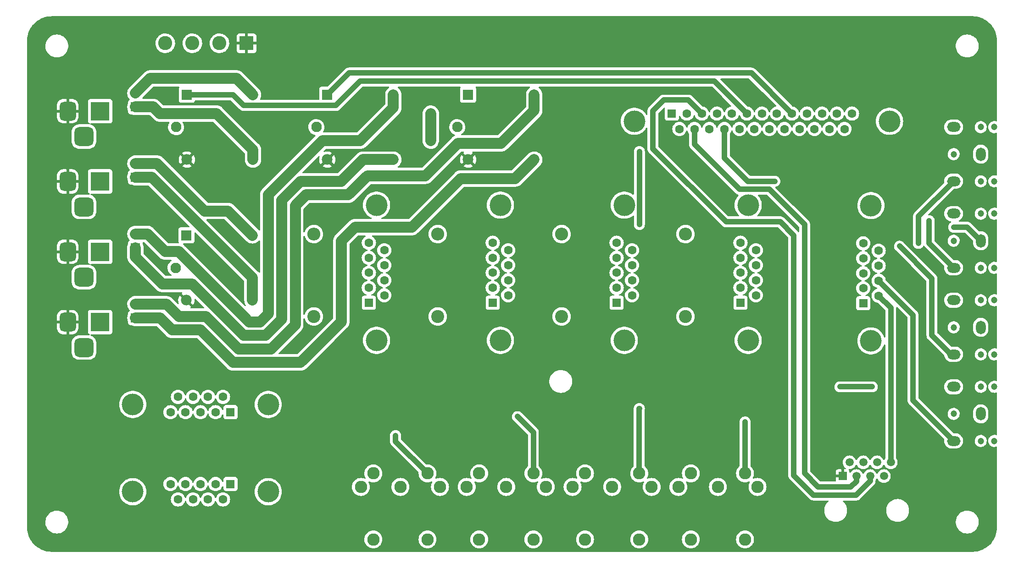
<source format=gtl>
G04 #@! TF.GenerationSoftware,KiCad,Pcbnew,(6.0.1-0)*
G04 #@! TF.CreationDate,2022-02-10T20:32:19-06:00*
G04 #@! TF.ProjectId,Input Board,496e7075-7420-4426-9f61-72642e6b6963,B*
G04 #@! TF.SameCoordinates,Original*
G04 #@! TF.FileFunction,Copper,L1,Top*
G04 #@! TF.FilePolarity,Positive*
%FSLAX46Y46*%
G04 Gerber Fmt 4.6, Leading zero omitted, Abs format (unit mm)*
G04 Created by KiCad (PCBNEW (6.0.1-0)) date 2022-02-10 20:32:19*
%MOMM*%
%LPD*%
G01*
G04 APERTURE LIST*
G04 Aperture macros list*
%AMRoundRect*
0 Rectangle with rounded corners*
0 $1 Rounding radius*
0 $2 $3 $4 $5 $6 $7 $8 $9 X,Y pos of 4 corners*
0 Add a 4 corners polygon primitive as box body*
4,1,4,$2,$3,$4,$5,$6,$7,$8,$9,$2,$3,0*
0 Add four circle primitives for the rounded corners*
1,1,$1+$1,$2,$3*
1,1,$1+$1,$4,$5*
1,1,$1+$1,$6,$7*
1,1,$1+$1,$8,$9*
0 Add four rect primitives between the rounded corners*
20,1,$1+$1,$2,$3,$4,$5,0*
20,1,$1+$1,$4,$5,$6,$7,0*
20,1,$1+$1,$6,$7,$8,$9,0*
20,1,$1+$1,$8,$9,$2,$3,0*%
G04 Aperture macros list end*
G04 #@! TA.AperFunction,ComponentPad*
%ADD10R,2.600000X2.600000*%
G04 #@! TD*
G04 #@! TA.AperFunction,ComponentPad*
%ADD11C,2.600000*%
G04 #@! TD*
G04 #@! TA.AperFunction,ComponentPad*
%ADD12R,1.700000X1.700000*%
G04 #@! TD*
G04 #@! TA.AperFunction,ComponentPad*
%ADD13O,1.700000X1.700000*%
G04 #@! TD*
G04 #@! TA.AperFunction,ComponentPad*
%ADD14R,3.500000X3.500000*%
G04 #@! TD*
G04 #@! TA.AperFunction,ComponentPad*
%ADD15RoundRect,0.750000X-0.750000X-1.000000X0.750000X-1.000000X0.750000X1.000000X-0.750000X1.000000X0*%
G04 #@! TD*
G04 #@! TA.AperFunction,ComponentPad*
%ADD16RoundRect,0.875000X-0.875000X-0.875000X0.875000X-0.875000X0.875000X0.875000X-0.875000X0.875000X0*%
G04 #@! TD*
G04 #@! TA.AperFunction,WasherPad*
%ADD17C,1.200000*%
G04 #@! TD*
G04 #@! TA.AperFunction,ComponentPad*
%ADD18O,2.500000X1.800000*%
G04 #@! TD*
G04 #@! TA.AperFunction,ComponentPad*
%ADD19O,1.800000X2.500000*%
G04 #@! TD*
G04 #@! TA.AperFunction,ComponentPad*
%ADD20C,4.000000*%
G04 #@! TD*
G04 #@! TA.AperFunction,ComponentPad*
%ADD21R,1.600000X1.600000*%
G04 #@! TD*
G04 #@! TA.AperFunction,ComponentPad*
%ADD22C,1.600000*%
G04 #@! TD*
G04 #@! TA.AperFunction,ComponentPad*
%ADD23R,1.980000X1.980000*%
G04 #@! TD*
G04 #@! TA.AperFunction,ComponentPad*
%ADD24C,1.980000*%
G04 #@! TD*
G04 #@! TA.AperFunction,ComponentPad*
%ADD25C,1.935000*%
G04 #@! TD*
G04 #@! TA.AperFunction,ComponentPad*
%ADD26C,2.400000*%
G04 #@! TD*
G04 #@! TA.AperFunction,ComponentPad*
%ADD27O,2.400000X2.400000*%
G04 #@! TD*
G04 #@! TA.AperFunction,ComponentPad*
%ADD28C,2.286000*%
G04 #@! TD*
G04 #@! TA.AperFunction,ComponentPad*
%ADD29R,1.500000X1.500000*%
G04 #@! TD*
G04 #@! TA.AperFunction,ComponentPad*
%ADD30C,1.500000*%
G04 #@! TD*
G04 #@! TA.AperFunction,ViaPad*
%ADD31C,1.000000*%
G04 #@! TD*
G04 #@! TA.AperFunction,Conductor*
%ADD32C,2.000000*%
G04 #@! TD*
G04 #@! TA.AperFunction,Conductor*
%ADD33C,1.000000*%
G04 #@! TD*
G04 APERTURE END LIST*
D10*
X93000000Y-45500000D03*
D11*
X88000000Y-45500000D03*
X83000000Y-45500000D03*
X78000000Y-45500000D03*
D12*
X72500000Y-70275000D03*
D13*
X72500000Y-67735000D03*
D14*
X66000000Y-58042500D03*
D15*
X60000000Y-58042500D03*
D16*
X63000000Y-62742500D03*
D17*
X228500000Y-109000000D03*
X223500000Y-114000000D03*
X231000000Y-119000000D03*
X231000000Y-109000000D03*
X228500000Y-119000000D03*
D18*
X223500000Y-119000000D03*
D19*
X228500000Y-114000000D03*
D18*
X223500000Y-109000000D03*
D12*
X72500000Y-57275000D03*
D13*
X72500000Y-54735000D03*
D20*
X72010000Y-128389669D03*
X97010000Y-128389669D03*
D21*
X90050000Y-126969669D03*
D22*
X87280000Y-126969669D03*
X84510000Y-126969669D03*
X81740000Y-126969669D03*
X78970000Y-126969669D03*
X88665000Y-129809669D03*
X85895000Y-129809669D03*
X83125000Y-129809669D03*
X80355000Y-129809669D03*
D12*
X72500000Y-96275000D03*
D13*
X72500000Y-93735000D03*
D14*
X66000000Y-97042500D03*
D15*
X60000000Y-97042500D03*
D16*
X63000000Y-101742500D03*
D23*
X107900000Y-55000000D03*
D24*
X107900000Y-67000000D03*
D25*
X105900000Y-61000000D03*
D24*
X120100000Y-55000000D03*
X120100000Y-67000000D03*
D14*
X66000000Y-71042500D03*
D15*
X60000000Y-71042500D03*
D16*
X63000000Y-75742500D03*
D26*
X128280000Y-96000000D03*
D27*
X128280000Y-80760000D03*
D12*
X72500000Y-83275000D03*
D13*
X72500000Y-80735000D03*
D26*
X105420000Y-96000000D03*
D27*
X105420000Y-80760000D03*
D23*
X82000000Y-55000000D03*
D24*
X82000000Y-67000000D03*
D25*
X80000000Y-61000000D03*
D24*
X94200000Y-55000000D03*
X94200000Y-67000000D03*
D17*
X228500000Y-87000000D03*
X228500000Y-77000000D03*
X231000000Y-87000000D03*
X223500000Y-82000000D03*
X231000000Y-77000000D03*
D18*
X223500000Y-87000000D03*
D19*
X228500000Y-82000000D03*
D18*
X223500000Y-77000000D03*
D28*
X128705631Y-127500660D03*
X121405671Y-127500660D03*
X114105711Y-127500660D03*
X126404391Y-125001300D03*
X116406951Y-125001300D03*
X116406951Y-137200920D03*
X126404391Y-137200920D03*
X167768517Y-127500660D03*
X160468557Y-127500660D03*
X153168597Y-127500660D03*
X165467277Y-125001300D03*
X155469837Y-125001300D03*
X155469837Y-137200920D03*
X165467277Y-137200920D03*
D23*
X81900000Y-81000000D03*
D24*
X81900000Y-93000000D03*
D25*
X79900000Y-87000000D03*
D24*
X94100000Y-81000000D03*
X94100000Y-93000000D03*
D17*
X228500000Y-103000000D03*
X231000000Y-93000000D03*
X231000000Y-103000000D03*
X228500000Y-93000000D03*
X223500000Y-98000000D03*
D18*
X223500000Y-103000000D03*
D19*
X228500000Y-98000000D03*
D18*
X223500000Y-93000000D03*
D17*
X231000000Y-61000000D03*
X231000000Y-71000000D03*
X223500000Y-66000000D03*
X228500000Y-71000000D03*
X228500000Y-61000000D03*
D18*
X223500000Y-71000000D03*
D19*
X228500000Y-66000000D03*
D18*
X223500000Y-61000000D03*
D14*
X66000000Y-84042500D03*
D15*
X60000000Y-84042500D03*
D16*
X63000000Y-88742500D03*
D29*
X203000000Y-125500000D03*
D30*
X204270000Y-122960000D03*
X205540000Y-125500000D03*
X206810000Y-122960000D03*
X208080000Y-125500000D03*
X209350000Y-122960000D03*
X210620000Y-125500000D03*
X211890000Y-122960000D03*
D26*
X174000000Y-96000000D03*
D27*
X174000000Y-80760000D03*
D28*
X148237074Y-127500660D03*
X140937114Y-127500660D03*
X133637154Y-127500660D03*
X145935834Y-125001300D03*
X135938394Y-125001300D03*
X135938394Y-137200920D03*
X145935834Y-137200920D03*
D26*
X151140000Y-96000000D03*
D27*
X151140000Y-80760000D03*
D28*
X187299960Y-127500660D03*
X180000000Y-127500660D03*
X172700040Y-127500660D03*
X184998720Y-125001300D03*
X175001280Y-125001300D03*
X175001280Y-137200920D03*
X184998720Y-137200920D03*
D23*
X133900000Y-55000000D03*
D24*
X133900000Y-67000000D03*
D25*
X131900000Y-61000000D03*
D24*
X146100000Y-55000000D03*
X146100000Y-67000000D03*
D20*
X185580000Y-75420000D03*
X185580000Y-100420000D03*
D21*
X184160000Y-93460000D03*
D22*
X184160000Y-90690000D03*
X184160000Y-87920000D03*
X184160000Y-85150000D03*
X184160000Y-82380000D03*
X187000000Y-92075000D03*
X187000000Y-89305000D03*
X187000000Y-86535000D03*
X187000000Y-83765000D03*
D20*
X164570000Y-59920000D03*
X211670000Y-59920000D03*
D21*
X171500000Y-58500000D03*
D22*
X174270000Y-58500000D03*
X177040000Y-58500000D03*
X179810000Y-58500000D03*
X182580000Y-58500000D03*
X185350000Y-58500000D03*
X188120000Y-58500000D03*
X190890000Y-58500000D03*
X193660000Y-58500000D03*
X196430000Y-58500000D03*
X199200000Y-58500000D03*
X201970000Y-58500000D03*
X204740000Y-58500000D03*
X172885000Y-61340000D03*
X175655000Y-61340000D03*
X178425000Y-61340000D03*
X181195000Y-61340000D03*
X183965000Y-61340000D03*
X186735000Y-61340000D03*
X189505000Y-61340000D03*
X192275000Y-61340000D03*
X195045000Y-61340000D03*
X197815000Y-61340000D03*
X200585000Y-61340000D03*
X203355000Y-61340000D03*
D20*
X208229669Y-100510000D03*
X208229669Y-75510000D03*
D21*
X206809669Y-93550000D03*
D22*
X206809669Y-90780000D03*
X206809669Y-88010000D03*
X206809669Y-85240000D03*
X206809669Y-82470000D03*
X209649669Y-92165000D03*
X209649669Y-89395000D03*
X209649669Y-86625000D03*
X209649669Y-83855000D03*
D20*
X72010000Y-112270331D03*
X97010000Y-112270331D03*
D21*
X90050000Y-113690331D03*
D22*
X87280000Y-113690331D03*
X84510000Y-113690331D03*
X81740000Y-113690331D03*
X78970000Y-113690331D03*
X88665000Y-110850331D03*
X85895000Y-110850331D03*
X83125000Y-110850331D03*
X80355000Y-110850331D03*
D20*
X162720000Y-75420000D03*
X162720000Y-100420000D03*
D21*
X161300000Y-93460000D03*
D22*
X161300000Y-90690000D03*
X161300000Y-87920000D03*
X161300000Y-85150000D03*
X161300000Y-82380000D03*
X164140000Y-92075000D03*
X164140000Y-89305000D03*
X164140000Y-86535000D03*
X164140000Y-83765000D03*
D20*
X139860000Y-100420000D03*
X139860000Y-75420000D03*
D21*
X138440000Y-93460000D03*
D22*
X138440000Y-90690000D03*
X138440000Y-87920000D03*
X138440000Y-85150000D03*
X138440000Y-82380000D03*
X141280000Y-92075000D03*
X141280000Y-89305000D03*
X141280000Y-86535000D03*
X141280000Y-83765000D03*
D20*
X117000000Y-100420000D03*
X117000000Y-75420000D03*
D21*
X115580000Y-93460000D03*
D22*
X115580000Y-90690000D03*
X115580000Y-87920000D03*
X115580000Y-85150000D03*
X115580000Y-82380000D03*
X118420000Y-92075000D03*
X118420000Y-89305000D03*
X118420000Y-86535000D03*
X118420000Y-83765000D03*
D31*
X127000000Y-63500000D03*
X127000000Y-58500000D03*
X190500000Y-71000000D03*
X165500000Y-79000000D03*
X165500000Y-65500000D03*
X221000000Y-126500000D03*
X139500000Y-110000000D03*
X221000000Y-90000000D03*
X129500000Y-110000000D03*
X147000000Y-45000000D03*
X208000000Y-70000000D03*
X221000000Y-106000000D03*
X181500000Y-110000000D03*
X107500000Y-77500000D03*
X60000000Y-124000000D03*
X117000000Y-106500000D03*
X220500000Y-52500000D03*
X67000000Y-46000000D03*
X160500000Y-110000000D03*
X203000000Y-86500000D03*
X76000000Y-85500000D03*
X90500000Y-81500000D03*
X86000000Y-85500000D03*
X174000000Y-76000000D03*
X106500000Y-133000000D03*
X127000000Y-45000000D03*
X87500000Y-67000000D03*
X141000000Y-132500000D03*
X208500000Y-105500000D03*
X107000000Y-45000000D03*
X151000000Y-76000000D03*
X153000000Y-67000000D03*
X185500000Y-54500000D03*
X93000000Y-74500000D03*
X106000000Y-112000000D03*
X189500000Y-76000000D03*
X180000000Y-132500000D03*
X208500000Y-109000000D03*
X202500000Y-109000000D03*
X219000000Y-78300480D03*
X223500000Y-79500000D03*
X217000000Y-82500000D03*
X213500000Y-83000000D03*
X120500000Y-118000000D03*
X143000000Y-114500000D03*
X165500000Y-113000000D03*
X185000000Y-115500000D03*
D32*
X127000000Y-63500000D02*
X127000000Y-58500000D01*
D33*
X198500000Y-127500000D02*
X204500000Y-127500000D01*
X204500000Y-127500000D02*
X205540000Y-126460000D01*
X196000000Y-125000000D02*
X198500000Y-127500000D01*
X196000000Y-79000000D02*
X196000000Y-125000000D01*
X205540000Y-126460000D02*
X205540000Y-125500000D01*
X175655000Y-64155000D02*
X184000000Y-72500000D01*
X189500000Y-72500000D02*
X196000000Y-79000000D01*
X184000000Y-72500000D02*
X189500000Y-72500000D01*
X175655000Y-61340000D02*
X175655000Y-64155000D01*
X165500000Y-65500000D02*
X165500000Y-79000000D01*
X168000000Y-58000000D02*
X168000000Y-65000000D01*
X194000000Y-81000000D02*
X194000000Y-125348188D01*
X181500000Y-78500000D02*
X191500000Y-78500000D01*
X174540000Y-56000000D02*
X170000000Y-56000000D01*
X194000000Y-125348188D02*
X197651812Y-129000000D01*
X197651812Y-129000000D02*
X205500000Y-129000000D01*
X205500000Y-129000000D02*
X208080000Y-126420000D01*
X208080000Y-126420000D02*
X208080000Y-125500000D01*
X170000000Y-56000000D02*
X168000000Y-58000000D01*
X168000000Y-65000000D02*
X181500000Y-78500000D01*
X177040000Y-58500000D02*
X174540000Y-56000000D01*
X191500000Y-78500000D02*
X194000000Y-81000000D01*
X92500000Y-57000000D02*
X109500000Y-57000000D01*
X109500000Y-57000000D02*
X114000000Y-52500000D01*
X90500000Y-55000000D02*
X92500000Y-57000000D01*
X179350000Y-52500000D02*
X185350000Y-58500000D01*
X82000000Y-55000000D02*
X90500000Y-55000000D01*
X114000000Y-52500000D02*
X179350000Y-52500000D01*
X186160000Y-51000000D02*
X111900000Y-51000000D01*
X111900000Y-51000000D02*
X107900000Y-55000000D01*
X193660000Y-58500000D02*
X186160000Y-51000000D01*
X181195000Y-66695000D02*
X185500000Y-71000000D01*
X185500000Y-71000000D02*
X190500000Y-71000000D01*
X181195000Y-61340000D02*
X181195000Y-66695000D01*
X209649669Y-92165000D02*
X211890000Y-94405331D01*
X211890000Y-94405331D02*
X211890000Y-122960000D01*
D32*
X87500000Y-58500000D02*
X94200000Y-65200000D01*
X75775000Y-57275000D02*
X77000000Y-58500000D01*
X72500000Y-57275000D02*
X75775000Y-57275000D01*
X94200000Y-65200000D02*
X94200000Y-67000000D01*
X77000000Y-58500000D02*
X87500000Y-58500000D01*
X75235000Y-52000000D02*
X91200000Y-52000000D01*
X72500000Y-54735000D02*
X75235000Y-52000000D01*
X91200000Y-52000000D02*
X94200000Y-55000000D01*
X72500000Y-70275000D02*
X75554022Y-70275000D01*
X94100000Y-88820978D02*
X94100000Y-93000000D01*
X75554022Y-70275000D02*
X94100000Y-88820978D01*
X89600000Y-76500000D02*
X94100000Y-81000000D01*
X85265000Y-76500000D02*
X89600000Y-76500000D01*
X76500000Y-67735000D02*
X85265000Y-76500000D01*
X72500000Y-67735000D02*
X76500000Y-67735000D01*
X96500000Y-99500000D02*
X99500000Y-96500000D01*
X103000000Y-71000000D02*
X110500000Y-71000000D01*
X110500000Y-71000000D02*
X114500000Y-67000000D01*
X77500000Y-90000000D02*
X83000000Y-90000000D01*
X72500000Y-85000000D02*
X77500000Y-90000000D01*
X72500000Y-83275000D02*
X72500000Y-85000000D01*
X92500000Y-99500000D02*
X96500000Y-99500000D01*
X114500000Y-67000000D02*
X120100000Y-67000000D01*
X99500000Y-96500000D02*
X99500000Y-74500000D01*
X83000000Y-90000000D02*
X92500000Y-99500000D01*
X99500000Y-74500000D02*
X103000000Y-71000000D01*
X80500000Y-84000000D02*
X78000000Y-84000000D01*
X120100000Y-55000000D02*
X120100000Y-57400000D01*
X114000000Y-63500000D02*
X107000000Y-63500000D01*
X107000000Y-63500000D02*
X97000000Y-73500000D01*
X78000000Y-84000000D02*
X74735000Y-80735000D01*
X95500000Y-97000000D02*
X93500000Y-97000000D01*
X97000000Y-95500000D02*
X95500000Y-97000000D01*
X120100000Y-57400000D02*
X114000000Y-63500000D01*
X74735000Y-80735000D02*
X72500000Y-80735000D01*
X93500000Y-97000000D02*
X80500000Y-84000000D01*
X97000000Y-73500000D02*
X97000000Y-95500000D01*
X142600000Y-70500000D02*
X146100000Y-67000000D01*
X123500000Y-79500000D02*
X132500000Y-70500000D01*
X77025000Y-96275000D02*
X79250000Y-98500000D01*
X113000000Y-79500000D02*
X123500000Y-79500000D01*
X110500000Y-97000000D02*
X110500000Y-82000000D01*
X90500000Y-104500000D02*
X103000000Y-104500000D01*
X79250000Y-98500000D02*
X84500000Y-98500000D01*
X84500000Y-98500000D02*
X90500000Y-104500000D01*
X110500000Y-82000000D02*
X113000000Y-79500000D01*
X132500000Y-70500000D02*
X142600000Y-70500000D01*
X72500000Y-96275000D02*
X77025000Y-96275000D01*
X103000000Y-104500000D02*
X110500000Y-97000000D01*
X140000000Y-64000000D02*
X146100000Y-57900000D01*
X97555296Y-102000000D02*
X102000000Y-97555296D01*
X102000000Y-97555296D02*
X102000000Y-75500000D01*
X91500000Y-102000000D02*
X97555296Y-102000000D01*
X80500000Y-96000000D02*
X85500000Y-96000000D01*
X85500000Y-96000000D02*
X91500000Y-102000000D01*
X132000000Y-64000000D02*
X140000000Y-64000000D01*
X146100000Y-57900000D02*
X146100000Y-55000000D01*
X78235000Y-93735000D02*
X80500000Y-96000000D01*
X111805296Y-73500000D02*
X115305296Y-70000000D01*
X72500000Y-93735000D02*
X78235000Y-93735000D01*
X104000000Y-73500000D02*
X111805296Y-73500000D01*
X126000000Y-70000000D02*
X132000000Y-64000000D01*
X102000000Y-75500000D02*
X104000000Y-73500000D01*
X115305296Y-70000000D02*
X126000000Y-70000000D01*
D33*
X202500000Y-109000000D02*
X208500000Y-109000000D01*
X219000000Y-82500000D02*
X223500000Y-87000000D01*
X219000000Y-78300480D02*
X219000000Y-82500000D01*
X223500000Y-79500000D02*
X226000000Y-79500000D01*
X226000000Y-79500000D02*
X228500000Y-82000000D01*
X216000000Y-95745331D02*
X216000000Y-111500000D01*
X209649669Y-89395000D02*
X216000000Y-95745331D01*
X216000000Y-111500000D02*
X223500000Y-119000000D01*
X217000000Y-82500000D02*
X217000000Y-77500000D01*
X217000000Y-77500000D02*
X223500000Y-71000000D01*
X223000000Y-103000000D02*
X223500000Y-103000000D01*
X213500000Y-83000000D02*
X219500000Y-89000000D01*
X219500000Y-89000000D02*
X219500000Y-99500000D01*
X219500000Y-99500000D02*
X223000000Y-103000000D01*
X120500000Y-118000000D02*
X120500000Y-119096909D01*
X120500000Y-119096909D02*
X126404391Y-125001300D01*
X145935834Y-117435834D02*
X145935834Y-125001300D01*
X143000000Y-114500000D02*
X145935834Y-117435834D01*
X165467277Y-113032723D02*
X165467277Y-125001300D01*
X165500000Y-113000000D02*
X165467277Y-113032723D01*
X185000000Y-125000020D02*
X184998720Y-125001300D01*
X185000000Y-115500000D02*
X185000000Y-125000020D01*
G04 #@! TA.AperFunction,Conductor*
G36*
X226970057Y-40509500D02*
G01*
X226984858Y-40511805D01*
X226984861Y-40511805D01*
X226993730Y-40513186D01*
X227014158Y-40510515D01*
X227035983Y-40509571D01*
X227386007Y-40524853D01*
X227396958Y-40525811D01*
X227774579Y-40575527D01*
X227785403Y-40577436D01*
X228157243Y-40659870D01*
X228167860Y-40662715D01*
X228531110Y-40777248D01*
X228541425Y-40781001D01*
X228893334Y-40926766D01*
X228903269Y-40931399D01*
X229241128Y-41107278D01*
X229250637Y-41112768D01*
X229571860Y-41317410D01*
X229580864Y-41323714D01*
X229883043Y-41555583D01*
X229891463Y-41562649D01*
X230172268Y-41819959D01*
X230180041Y-41827732D01*
X230437351Y-42108537D01*
X230444417Y-42116957D01*
X230676286Y-42419136D01*
X230682590Y-42428140D01*
X230887232Y-42749363D01*
X230892722Y-42758872D01*
X231068601Y-43096731D01*
X231073238Y-43106675D01*
X231218996Y-43458568D01*
X231222752Y-43468890D01*
X231332980Y-43818486D01*
X231337285Y-43832139D01*
X231340130Y-43842757D01*
X231422564Y-44214597D01*
X231424473Y-44225421D01*
X231474189Y-44603042D01*
X231475147Y-44613993D01*
X231490104Y-44956583D01*
X231488724Y-44981461D01*
X231486814Y-44993730D01*
X231490876Y-45024792D01*
X231490936Y-45025251D01*
X231492000Y-45041589D01*
X231492000Y-59816814D01*
X231471998Y-59884935D01*
X231418342Y-59931428D01*
X231348068Y-59941532D01*
X231327207Y-59935955D01*
X231327082Y-59936376D01*
X231321550Y-59934737D01*
X231316180Y-59932595D01*
X231116366Y-59892849D01*
X231110592Y-59892773D01*
X231110588Y-59892773D01*
X231007452Y-59891424D01*
X230912655Y-59890183D01*
X230906958Y-59891162D01*
X230906957Y-59891162D01*
X230717567Y-59923705D01*
X230711870Y-59924684D01*
X230520734Y-59995198D01*
X230515773Y-59998150D01*
X230515772Y-59998150D01*
X230406222Y-60063326D01*
X230345649Y-60099363D01*
X230192478Y-60233690D01*
X230188911Y-60238215D01*
X230188906Y-60238220D01*
X230139974Y-60300291D01*
X230066351Y-60393681D01*
X230063662Y-60398792D01*
X230063660Y-60398795D01*
X230022986Y-60476105D01*
X229971492Y-60573978D01*
X229958660Y-60615304D01*
X229915878Y-60753086D01*
X229911078Y-60768543D01*
X229887132Y-60970859D01*
X229900457Y-61174151D01*
X229950605Y-61371610D01*
X230035898Y-61556624D01*
X230153479Y-61722997D01*
X230157613Y-61727024D01*
X230287899Y-61853943D01*
X230299410Y-61865157D01*
X230304206Y-61868362D01*
X230304209Y-61868364D01*
X230433263Y-61954595D01*
X230468803Y-61978342D01*
X230474106Y-61980620D01*
X230474109Y-61980622D01*
X230621842Y-62044093D01*
X230655987Y-62058763D01*
X230728817Y-62075243D01*
X230849055Y-62102450D01*
X230849060Y-62102451D01*
X230854692Y-62103725D01*
X230860463Y-62103952D01*
X230860465Y-62103952D01*
X230923470Y-62106427D01*
X231058263Y-62111723D01*
X231259883Y-62082490D01*
X231325501Y-62060216D01*
X231396433Y-62057260D01*
X231457706Y-62093123D01*
X231489863Y-62156419D01*
X231492000Y-62179529D01*
X231492000Y-69816814D01*
X231471998Y-69884935D01*
X231418342Y-69931428D01*
X231348068Y-69941532D01*
X231327207Y-69935955D01*
X231327082Y-69936376D01*
X231321550Y-69934737D01*
X231316180Y-69932595D01*
X231116366Y-69892849D01*
X231110592Y-69892773D01*
X231110588Y-69892773D01*
X231007452Y-69891424D01*
X230912655Y-69890183D01*
X230906958Y-69891162D01*
X230906957Y-69891162D01*
X230843796Y-69902015D01*
X230711870Y-69924684D01*
X230520734Y-69995198D01*
X230515773Y-69998150D01*
X230515772Y-69998150D01*
X230405126Y-70063978D01*
X230345649Y-70099363D01*
X230192478Y-70233690D01*
X230188911Y-70238215D01*
X230188906Y-70238220D01*
X230122258Y-70322763D01*
X230066351Y-70393681D01*
X230063662Y-70398792D01*
X230063660Y-70398795D01*
X230015709Y-70489935D01*
X229971492Y-70573978D01*
X229911078Y-70768543D01*
X229887132Y-70970859D01*
X229900457Y-71174151D01*
X229950605Y-71371610D01*
X230035898Y-71556624D01*
X230153479Y-71722997D01*
X230186801Y-71755458D01*
X230277760Y-71844066D01*
X230299410Y-71865157D01*
X230304206Y-71868362D01*
X230304209Y-71868364D01*
X230412004Y-71940390D01*
X230468803Y-71978342D01*
X230474106Y-71980620D01*
X230474109Y-71980622D01*
X230650680Y-72056483D01*
X230655987Y-72058763D01*
X230718928Y-72073005D01*
X230849055Y-72102450D01*
X230849060Y-72102451D01*
X230854692Y-72103725D01*
X230860463Y-72103952D01*
X230860465Y-72103952D01*
X230923470Y-72106427D01*
X231058263Y-72111723D01*
X231259883Y-72082490D01*
X231325501Y-72060216D01*
X231396433Y-72057260D01*
X231457706Y-72093123D01*
X231489863Y-72156419D01*
X231492000Y-72179529D01*
X231492000Y-75816814D01*
X231471998Y-75884935D01*
X231418342Y-75931428D01*
X231348068Y-75941532D01*
X231327207Y-75935955D01*
X231327082Y-75936376D01*
X231321550Y-75934737D01*
X231316180Y-75932595D01*
X231116366Y-75892849D01*
X231110592Y-75892773D01*
X231110588Y-75892773D01*
X231007452Y-75891424D01*
X230912655Y-75890183D01*
X230906958Y-75891162D01*
X230906957Y-75891162D01*
X230843796Y-75902015D01*
X230711870Y-75924684D01*
X230520734Y-75995198D01*
X230515773Y-75998150D01*
X230515772Y-75998150D01*
X230406222Y-76063326D01*
X230345649Y-76099363D01*
X230192478Y-76233690D01*
X230188911Y-76238215D01*
X230188906Y-76238220D01*
X230107493Y-76341493D01*
X230066351Y-76393681D01*
X230063662Y-76398792D01*
X230063660Y-76398795D01*
X230015709Y-76489935D01*
X229971492Y-76573978D01*
X229911078Y-76768543D01*
X229887132Y-76970859D01*
X229900457Y-77174151D01*
X229950605Y-77371610D01*
X230035898Y-77556624D01*
X230153479Y-77722997D01*
X230299410Y-77865157D01*
X230304206Y-77868362D01*
X230304209Y-77868364D01*
X230427869Y-77950991D01*
X230468803Y-77978342D01*
X230474106Y-77980620D01*
X230474109Y-77980622D01*
X230650680Y-78056483D01*
X230655987Y-78058763D01*
X230728817Y-78075243D01*
X230849055Y-78102450D01*
X230849060Y-78102451D01*
X230854692Y-78103725D01*
X230860463Y-78103952D01*
X230860465Y-78103952D01*
X230923470Y-78106427D01*
X231058263Y-78111723D01*
X231259883Y-78082490D01*
X231268789Y-78079467D01*
X231276642Y-78076801D01*
X231325501Y-78060216D01*
X231396433Y-78057260D01*
X231457706Y-78093123D01*
X231489863Y-78156419D01*
X231492000Y-78179529D01*
X231492000Y-85816814D01*
X231471998Y-85884935D01*
X231418342Y-85931428D01*
X231348068Y-85941532D01*
X231327207Y-85935955D01*
X231327082Y-85936376D01*
X231321550Y-85934737D01*
X231316180Y-85932595D01*
X231116366Y-85892849D01*
X231110592Y-85892773D01*
X231110588Y-85892773D01*
X231007452Y-85891424D01*
X230912655Y-85890183D01*
X230906958Y-85891162D01*
X230906957Y-85891162D01*
X230717567Y-85923705D01*
X230711870Y-85924684D01*
X230520734Y-85995198D01*
X230515773Y-85998150D01*
X230515772Y-85998150D01*
X230368519Y-86085757D01*
X230345649Y-86099363D01*
X230192478Y-86233690D01*
X230188911Y-86238215D01*
X230188906Y-86238220D01*
X230130433Y-86312393D01*
X230066351Y-86393681D01*
X230063662Y-86398792D01*
X230063660Y-86398795D01*
X230055817Y-86413702D01*
X229971492Y-86573978D01*
X229911078Y-86768543D01*
X229887132Y-86970859D01*
X229900457Y-87174151D01*
X229950605Y-87371610D01*
X230035898Y-87556624D01*
X230153479Y-87722997D01*
X230194340Y-87762802D01*
X230292392Y-87858320D01*
X230299410Y-87865157D01*
X230304206Y-87868362D01*
X230304209Y-87868364D01*
X230412758Y-87940894D01*
X230468803Y-87978342D01*
X230474106Y-87980620D01*
X230474109Y-87980622D01*
X230563115Y-88018862D01*
X230655987Y-88058763D01*
X230728817Y-88075243D01*
X230849055Y-88102450D01*
X230849060Y-88102451D01*
X230854692Y-88103725D01*
X230860463Y-88103952D01*
X230860465Y-88103952D01*
X230923470Y-88106427D01*
X231058263Y-88111723D01*
X231259883Y-88082490D01*
X231325501Y-88060216D01*
X231396433Y-88057260D01*
X231457706Y-88093123D01*
X231489863Y-88156419D01*
X231492000Y-88179529D01*
X231492000Y-91816814D01*
X231471998Y-91884935D01*
X231418342Y-91931428D01*
X231348068Y-91941532D01*
X231327207Y-91935955D01*
X231327082Y-91936376D01*
X231321550Y-91934737D01*
X231316180Y-91932595D01*
X231116366Y-91892849D01*
X231110592Y-91892773D01*
X231110588Y-91892773D01*
X231007452Y-91891424D01*
X230912655Y-91890183D01*
X230906958Y-91891162D01*
X230906957Y-91891162D01*
X230740008Y-91919849D01*
X230711870Y-91924684D01*
X230520734Y-91995198D01*
X230515773Y-91998150D01*
X230515772Y-91998150D01*
X230406222Y-92063326D01*
X230345649Y-92099363D01*
X230192478Y-92233690D01*
X230188911Y-92238215D01*
X230188906Y-92238220D01*
X230124217Y-92320278D01*
X230066351Y-92393681D01*
X230063662Y-92398792D01*
X230063660Y-92398795D01*
X230022891Y-92476285D01*
X229971492Y-92573978D01*
X229911078Y-92768543D01*
X229887132Y-92970859D01*
X229900457Y-93174151D01*
X229950605Y-93371610D01*
X230035898Y-93556624D01*
X230153479Y-93722997D01*
X230157613Y-93727024D01*
X230252877Y-93819826D01*
X230299410Y-93865157D01*
X230304206Y-93868362D01*
X230304209Y-93868364D01*
X230423016Y-93947748D01*
X230468803Y-93978342D01*
X230474106Y-93980620D01*
X230474109Y-93980622D01*
X230602851Y-94035934D01*
X230655987Y-94058763D01*
X230728817Y-94075243D01*
X230849055Y-94102450D01*
X230849060Y-94102451D01*
X230854692Y-94103725D01*
X230860463Y-94103952D01*
X230860465Y-94103952D01*
X230923470Y-94106427D01*
X231058263Y-94111723D01*
X231259883Y-94082490D01*
X231325501Y-94060216D01*
X231396433Y-94057260D01*
X231457706Y-94093123D01*
X231489863Y-94156419D01*
X231492000Y-94179529D01*
X231492000Y-101816814D01*
X231471998Y-101884935D01*
X231418342Y-101931428D01*
X231348068Y-101941532D01*
X231327207Y-101935955D01*
X231327082Y-101936376D01*
X231321550Y-101934737D01*
X231316180Y-101932595D01*
X231116366Y-101892849D01*
X231110592Y-101892773D01*
X231110588Y-101892773D01*
X231007452Y-101891424D01*
X230912655Y-101890183D01*
X230906958Y-101891162D01*
X230906957Y-101891162D01*
X230853038Y-101900427D01*
X230711870Y-101924684D01*
X230520734Y-101995198D01*
X230345649Y-102099363D01*
X230192478Y-102233690D01*
X230188911Y-102238215D01*
X230188906Y-102238220D01*
X230102331Y-102348040D01*
X230066351Y-102393681D01*
X230063662Y-102398792D01*
X230063660Y-102398795D01*
X230037256Y-102448982D01*
X229971492Y-102573978D01*
X229911078Y-102768543D01*
X229887132Y-102970859D01*
X229900457Y-103174151D01*
X229950605Y-103371610D01*
X230035898Y-103556624D01*
X230153479Y-103722997D01*
X230299410Y-103865157D01*
X230304206Y-103868362D01*
X230304209Y-103868364D01*
X230427869Y-103950991D01*
X230468803Y-103978342D01*
X230474106Y-103980620D01*
X230474109Y-103980622D01*
X230563115Y-104018862D01*
X230655987Y-104058763D01*
X230728817Y-104075243D01*
X230849055Y-104102450D01*
X230849060Y-104102451D01*
X230854692Y-104103725D01*
X230860463Y-104103952D01*
X230860465Y-104103952D01*
X230923470Y-104106427D01*
X231058263Y-104111723D01*
X231259883Y-104082490D01*
X231325501Y-104060216D01*
X231396433Y-104057260D01*
X231457706Y-104093123D01*
X231489863Y-104156419D01*
X231492000Y-104179529D01*
X231492000Y-107816814D01*
X231471998Y-107884935D01*
X231418342Y-107931428D01*
X231348068Y-107941532D01*
X231327207Y-107935955D01*
X231327082Y-107936376D01*
X231321550Y-107934737D01*
X231316180Y-107932595D01*
X231116366Y-107892849D01*
X231110592Y-107892773D01*
X231110588Y-107892773D01*
X231007452Y-107891424D01*
X230912655Y-107890183D01*
X230906958Y-107891162D01*
X230906957Y-107891162D01*
X230843796Y-107902015D01*
X230711870Y-107924684D01*
X230520734Y-107995198D01*
X230515773Y-107998150D01*
X230515772Y-107998150D01*
X230405126Y-108063978D01*
X230345649Y-108099363D01*
X230192478Y-108233690D01*
X230188911Y-108238215D01*
X230188906Y-108238220D01*
X230102331Y-108348040D01*
X230066351Y-108393681D01*
X230063662Y-108398792D01*
X230063660Y-108398795D01*
X230015709Y-108489935D01*
X229971492Y-108573978D01*
X229911078Y-108768543D01*
X229887132Y-108970859D01*
X229900457Y-109174151D01*
X229950605Y-109371610D01*
X230035898Y-109556624D01*
X230153479Y-109722997D01*
X230157613Y-109727024D01*
X230277760Y-109844066D01*
X230299410Y-109865157D01*
X230304206Y-109868362D01*
X230304209Y-109868364D01*
X230412004Y-109940390D01*
X230468803Y-109978342D01*
X230474106Y-109980620D01*
X230474109Y-109980622D01*
X230598685Y-110034144D01*
X230655987Y-110058763D01*
X230728817Y-110075243D01*
X230849055Y-110102450D01*
X230849060Y-110102451D01*
X230854692Y-110103725D01*
X230860463Y-110103952D01*
X230860465Y-110103952D01*
X230923470Y-110106427D01*
X231058263Y-110111723D01*
X231259883Y-110082490D01*
X231325501Y-110060216D01*
X231396433Y-110057260D01*
X231457706Y-110093123D01*
X231489863Y-110156419D01*
X231492000Y-110179529D01*
X231492000Y-117816814D01*
X231471998Y-117884935D01*
X231418342Y-117931428D01*
X231348068Y-117941532D01*
X231327207Y-117935955D01*
X231327082Y-117936376D01*
X231321550Y-117934737D01*
X231316180Y-117932595D01*
X231116366Y-117892849D01*
X231110592Y-117892773D01*
X231110588Y-117892773D01*
X231007452Y-117891424D01*
X230912655Y-117890183D01*
X230906958Y-117891162D01*
X230906957Y-117891162D01*
X230822013Y-117905758D01*
X230711870Y-117924684D01*
X230520734Y-117995198D01*
X230515773Y-117998150D01*
X230515772Y-117998150D01*
X230431870Y-118048067D01*
X230345649Y-118099363D01*
X230192478Y-118233690D01*
X230188911Y-118238215D01*
X230188906Y-118238220D01*
X230102331Y-118348040D01*
X230066351Y-118393681D01*
X229971492Y-118573978D01*
X229911078Y-118768543D01*
X229887132Y-118970859D01*
X229900457Y-119174151D01*
X229950605Y-119371610D01*
X230035898Y-119556624D01*
X230153479Y-119722997D01*
X230299410Y-119865157D01*
X230304206Y-119868362D01*
X230304209Y-119868364D01*
X230442264Y-119960609D01*
X230468803Y-119978342D01*
X230474106Y-119980620D01*
X230474109Y-119980622D01*
X230563115Y-120018862D01*
X230655987Y-120058763D01*
X230728817Y-120075243D01*
X230849055Y-120102450D01*
X230849060Y-120102451D01*
X230854692Y-120103725D01*
X230860463Y-120103952D01*
X230860465Y-120103952D01*
X230923470Y-120106427D01*
X231058263Y-120111723D01*
X231259883Y-120082490D01*
X231325501Y-120060216D01*
X231396433Y-120057260D01*
X231457706Y-120093123D01*
X231489863Y-120156419D01*
X231492000Y-120179529D01*
X231492000Y-134950672D01*
X231490500Y-134970056D01*
X231486814Y-134993730D01*
X231489485Y-135014158D01*
X231490429Y-135035983D01*
X231482064Y-135227586D01*
X231475147Y-135386007D01*
X231474189Y-135396958D01*
X231424473Y-135774579D01*
X231422564Y-135785403D01*
X231340130Y-136157243D01*
X231337285Y-136167860D01*
X231248694Y-136448836D01*
X231222755Y-136531103D01*
X231218999Y-136541425D01*
X231155879Y-136693812D01*
X231073238Y-136893325D01*
X231068601Y-136903269D01*
X230892722Y-137241128D01*
X230887232Y-137250637D01*
X230682590Y-137571860D01*
X230676286Y-137580864D01*
X230444417Y-137883043D01*
X230437353Y-137891460D01*
X230181731Y-138170424D01*
X230180041Y-138172268D01*
X230172272Y-138180037D01*
X229962434Y-138372318D01*
X229891463Y-138437351D01*
X229883043Y-138444417D01*
X229580864Y-138676286D01*
X229571860Y-138682590D01*
X229250637Y-138887232D01*
X229241128Y-138892722D01*
X228903269Y-139068601D01*
X228893334Y-139073234D01*
X228541425Y-139218999D01*
X228531110Y-139222752D01*
X228167861Y-139337285D01*
X228157243Y-139340130D01*
X227785403Y-139422564D01*
X227774579Y-139424473D01*
X227396958Y-139474189D01*
X227386007Y-139475147D01*
X227043417Y-139490104D01*
X227018539Y-139488724D01*
X227018160Y-139488665D01*
X227006270Y-139486814D01*
X226974749Y-139490936D01*
X226958411Y-139492000D01*
X57049328Y-139492000D01*
X57029943Y-139490500D01*
X57015142Y-139488195D01*
X57015139Y-139488195D01*
X57006270Y-139486814D01*
X56985842Y-139489485D01*
X56964017Y-139490429D01*
X56613993Y-139475147D01*
X56603042Y-139474189D01*
X56225421Y-139424473D01*
X56214597Y-139422564D01*
X55842757Y-139340130D01*
X55832139Y-139337285D01*
X55468890Y-139222752D01*
X55458575Y-139218999D01*
X55106666Y-139073234D01*
X55096731Y-139068601D01*
X54758872Y-138892722D01*
X54749363Y-138887232D01*
X54428140Y-138682590D01*
X54419136Y-138676286D01*
X54116957Y-138444417D01*
X54108537Y-138437351D01*
X54037566Y-138372318D01*
X53827728Y-138180037D01*
X53819959Y-138172268D01*
X53818270Y-138170424D01*
X53562647Y-137891460D01*
X53555583Y-137883043D01*
X53323714Y-137580864D01*
X53317410Y-137571860D01*
X53112768Y-137250637D01*
X53107278Y-137241128D01*
X53086347Y-137200920D01*
X114750344Y-137200920D01*
X114770740Y-137460070D01*
X114831424Y-137712840D01*
X114930903Y-137953004D01*
X115066728Y-138174649D01*
X115235553Y-138372318D01*
X115433222Y-138541143D01*
X115654867Y-138676968D01*
X115659437Y-138678861D01*
X115659439Y-138678862D01*
X115791724Y-138733656D01*
X115895031Y-138776447D01*
X115981494Y-138797205D01*
X116142988Y-138835976D01*
X116142994Y-138835977D01*
X116147801Y-138837131D01*
X116406951Y-138857527D01*
X116666101Y-138837131D01*
X116670908Y-138835977D01*
X116670914Y-138835976D01*
X116832408Y-138797205D01*
X116918871Y-138776447D01*
X117022178Y-138733656D01*
X117154463Y-138678862D01*
X117154465Y-138678861D01*
X117159035Y-138676968D01*
X117380680Y-138541143D01*
X117578349Y-138372318D01*
X117747174Y-138174649D01*
X117882999Y-137953004D01*
X117982478Y-137712840D01*
X118043162Y-137460070D01*
X118063558Y-137200920D01*
X124747784Y-137200920D01*
X124768180Y-137460070D01*
X124828864Y-137712840D01*
X124928343Y-137953004D01*
X125064168Y-138174649D01*
X125232993Y-138372318D01*
X125430662Y-138541143D01*
X125652307Y-138676968D01*
X125656877Y-138678861D01*
X125656879Y-138678862D01*
X125789164Y-138733656D01*
X125892471Y-138776447D01*
X125978934Y-138797205D01*
X126140428Y-138835976D01*
X126140434Y-138835977D01*
X126145241Y-138837131D01*
X126404391Y-138857527D01*
X126663541Y-138837131D01*
X126668348Y-138835977D01*
X126668354Y-138835976D01*
X126829848Y-138797205D01*
X126916311Y-138776447D01*
X127019618Y-138733656D01*
X127151903Y-138678862D01*
X127151905Y-138678861D01*
X127156475Y-138676968D01*
X127378120Y-138541143D01*
X127575789Y-138372318D01*
X127744614Y-138174649D01*
X127880439Y-137953004D01*
X127979918Y-137712840D01*
X128040602Y-137460070D01*
X128060998Y-137200920D01*
X134281787Y-137200920D01*
X134302183Y-137460070D01*
X134362867Y-137712840D01*
X134462346Y-137953004D01*
X134598171Y-138174649D01*
X134766996Y-138372318D01*
X134964665Y-138541143D01*
X135186310Y-138676968D01*
X135190880Y-138678861D01*
X135190882Y-138678862D01*
X135323167Y-138733656D01*
X135426474Y-138776447D01*
X135512937Y-138797205D01*
X135674431Y-138835976D01*
X135674437Y-138835977D01*
X135679244Y-138837131D01*
X135938394Y-138857527D01*
X136197544Y-138837131D01*
X136202351Y-138835977D01*
X136202357Y-138835976D01*
X136363851Y-138797205D01*
X136450314Y-138776447D01*
X136553621Y-138733656D01*
X136685906Y-138678862D01*
X136685908Y-138678861D01*
X136690478Y-138676968D01*
X136912123Y-138541143D01*
X137109792Y-138372318D01*
X137278617Y-138174649D01*
X137414442Y-137953004D01*
X137513921Y-137712840D01*
X137574605Y-137460070D01*
X137595001Y-137200920D01*
X144279227Y-137200920D01*
X144299623Y-137460070D01*
X144360307Y-137712840D01*
X144459786Y-137953004D01*
X144595611Y-138174649D01*
X144764436Y-138372318D01*
X144962105Y-138541143D01*
X145183750Y-138676968D01*
X145188320Y-138678861D01*
X145188322Y-138678862D01*
X145320607Y-138733656D01*
X145423914Y-138776447D01*
X145510377Y-138797205D01*
X145671871Y-138835976D01*
X145671877Y-138835977D01*
X145676684Y-138837131D01*
X145935834Y-138857527D01*
X146194984Y-138837131D01*
X146199791Y-138835977D01*
X146199797Y-138835976D01*
X146361291Y-138797205D01*
X146447754Y-138776447D01*
X146551061Y-138733656D01*
X146683346Y-138678862D01*
X146683348Y-138678861D01*
X146687918Y-138676968D01*
X146909563Y-138541143D01*
X147107232Y-138372318D01*
X147276057Y-138174649D01*
X147411882Y-137953004D01*
X147511361Y-137712840D01*
X147572045Y-137460070D01*
X147592441Y-137200920D01*
X153813230Y-137200920D01*
X153833626Y-137460070D01*
X153894310Y-137712840D01*
X153993789Y-137953004D01*
X154129614Y-138174649D01*
X154298439Y-138372318D01*
X154496108Y-138541143D01*
X154717753Y-138676968D01*
X154722323Y-138678861D01*
X154722325Y-138678862D01*
X154854610Y-138733656D01*
X154957917Y-138776447D01*
X155044380Y-138797205D01*
X155205874Y-138835976D01*
X155205880Y-138835977D01*
X155210687Y-138837131D01*
X155469837Y-138857527D01*
X155728987Y-138837131D01*
X155733794Y-138835977D01*
X155733800Y-138835976D01*
X155895294Y-138797205D01*
X155981757Y-138776447D01*
X156085064Y-138733656D01*
X156217349Y-138678862D01*
X156217351Y-138678861D01*
X156221921Y-138676968D01*
X156443566Y-138541143D01*
X156641235Y-138372318D01*
X156810060Y-138174649D01*
X156945885Y-137953004D01*
X157045364Y-137712840D01*
X157106048Y-137460070D01*
X157126444Y-137200920D01*
X163810670Y-137200920D01*
X163831066Y-137460070D01*
X163891750Y-137712840D01*
X163991229Y-137953004D01*
X164127054Y-138174649D01*
X164295879Y-138372318D01*
X164493548Y-138541143D01*
X164715193Y-138676968D01*
X164719763Y-138678861D01*
X164719765Y-138678862D01*
X164852050Y-138733656D01*
X164955357Y-138776447D01*
X165041820Y-138797205D01*
X165203314Y-138835976D01*
X165203320Y-138835977D01*
X165208127Y-138837131D01*
X165467277Y-138857527D01*
X165726427Y-138837131D01*
X165731234Y-138835977D01*
X165731240Y-138835976D01*
X165892734Y-138797205D01*
X165979197Y-138776447D01*
X166082504Y-138733656D01*
X166214789Y-138678862D01*
X166214791Y-138678861D01*
X166219361Y-138676968D01*
X166441006Y-138541143D01*
X166638675Y-138372318D01*
X166807500Y-138174649D01*
X166943325Y-137953004D01*
X167042804Y-137712840D01*
X167103488Y-137460070D01*
X167123884Y-137200920D01*
X173344673Y-137200920D01*
X173365069Y-137460070D01*
X173425753Y-137712840D01*
X173525232Y-137953004D01*
X173661057Y-138174649D01*
X173829882Y-138372318D01*
X174027551Y-138541143D01*
X174249196Y-138676968D01*
X174253766Y-138678861D01*
X174253768Y-138678862D01*
X174386053Y-138733656D01*
X174489360Y-138776447D01*
X174575823Y-138797205D01*
X174737317Y-138835976D01*
X174737323Y-138835977D01*
X174742130Y-138837131D01*
X175001280Y-138857527D01*
X175260430Y-138837131D01*
X175265237Y-138835977D01*
X175265243Y-138835976D01*
X175426737Y-138797205D01*
X175513200Y-138776447D01*
X175616507Y-138733656D01*
X175748792Y-138678862D01*
X175748794Y-138678861D01*
X175753364Y-138676968D01*
X175975009Y-138541143D01*
X176172678Y-138372318D01*
X176341503Y-138174649D01*
X176477328Y-137953004D01*
X176576807Y-137712840D01*
X176637491Y-137460070D01*
X176657887Y-137200920D01*
X183342113Y-137200920D01*
X183362509Y-137460070D01*
X183423193Y-137712840D01*
X183522672Y-137953004D01*
X183658497Y-138174649D01*
X183827322Y-138372318D01*
X184024991Y-138541143D01*
X184246636Y-138676968D01*
X184251206Y-138678861D01*
X184251208Y-138678862D01*
X184383493Y-138733656D01*
X184486800Y-138776447D01*
X184573263Y-138797205D01*
X184734757Y-138835976D01*
X184734763Y-138835977D01*
X184739570Y-138837131D01*
X184998720Y-138857527D01*
X185257870Y-138837131D01*
X185262677Y-138835977D01*
X185262683Y-138835976D01*
X185424177Y-138797205D01*
X185510640Y-138776447D01*
X185613947Y-138733656D01*
X185746232Y-138678862D01*
X185746234Y-138678861D01*
X185750804Y-138676968D01*
X185972449Y-138541143D01*
X186170118Y-138372318D01*
X186338943Y-138174649D01*
X186474768Y-137953004D01*
X186574247Y-137712840D01*
X186634931Y-137460070D01*
X186655327Y-137200920D01*
X186634931Y-136941770D01*
X186625693Y-136903288D01*
X186575402Y-136693812D01*
X186574247Y-136689000D01*
X186572353Y-136684427D01*
X186476662Y-136453408D01*
X186476661Y-136453406D01*
X186474768Y-136448836D01*
X186338943Y-136227191D01*
X186288271Y-136167861D01*
X186173331Y-136033284D01*
X186170118Y-136029522D01*
X185972449Y-135860697D01*
X185750804Y-135724872D01*
X185746234Y-135722979D01*
X185746232Y-135722978D01*
X185515213Y-135627287D01*
X185515211Y-135627286D01*
X185510640Y-135625393D01*
X185424177Y-135604635D01*
X185262683Y-135565864D01*
X185262677Y-135565863D01*
X185257870Y-135564709D01*
X184998720Y-135544313D01*
X184739570Y-135564709D01*
X184734763Y-135565863D01*
X184734757Y-135565864D01*
X184573263Y-135604635D01*
X184486800Y-135625393D01*
X184482229Y-135627286D01*
X184482227Y-135627287D01*
X184251208Y-135722978D01*
X184251206Y-135722979D01*
X184246636Y-135724872D01*
X184024991Y-135860697D01*
X183827322Y-136029522D01*
X183824109Y-136033284D01*
X183709170Y-136167861D01*
X183658497Y-136227191D01*
X183522672Y-136448836D01*
X183520779Y-136453406D01*
X183520778Y-136453408D01*
X183425087Y-136684427D01*
X183423193Y-136689000D01*
X183422038Y-136693812D01*
X183371748Y-136903288D01*
X183362509Y-136941770D01*
X183342113Y-137200920D01*
X176657887Y-137200920D01*
X176637491Y-136941770D01*
X176628253Y-136903288D01*
X176577962Y-136693812D01*
X176576807Y-136689000D01*
X176574913Y-136684427D01*
X176479222Y-136453408D01*
X176479221Y-136453406D01*
X176477328Y-136448836D01*
X176341503Y-136227191D01*
X176290831Y-136167861D01*
X176175891Y-136033284D01*
X176172678Y-136029522D01*
X175975009Y-135860697D01*
X175753364Y-135724872D01*
X175748794Y-135722979D01*
X175748792Y-135722978D01*
X175517773Y-135627287D01*
X175517771Y-135627286D01*
X175513200Y-135625393D01*
X175426737Y-135604635D01*
X175265243Y-135565864D01*
X175265237Y-135565863D01*
X175260430Y-135564709D01*
X175001280Y-135544313D01*
X174742130Y-135564709D01*
X174737323Y-135565863D01*
X174737317Y-135565864D01*
X174575823Y-135604635D01*
X174489360Y-135625393D01*
X174484789Y-135627286D01*
X174484787Y-135627287D01*
X174253768Y-135722978D01*
X174253766Y-135722979D01*
X174249196Y-135724872D01*
X174027551Y-135860697D01*
X173829882Y-136029522D01*
X173826669Y-136033284D01*
X173711730Y-136167861D01*
X173661057Y-136227191D01*
X173525232Y-136448836D01*
X173523339Y-136453406D01*
X173523338Y-136453408D01*
X173427647Y-136684427D01*
X173425753Y-136689000D01*
X173424598Y-136693812D01*
X173374308Y-136903288D01*
X173365069Y-136941770D01*
X173344673Y-137200920D01*
X167123884Y-137200920D01*
X167103488Y-136941770D01*
X167094250Y-136903288D01*
X167043959Y-136693812D01*
X167042804Y-136689000D01*
X167040910Y-136684427D01*
X166945219Y-136453408D01*
X166945218Y-136453406D01*
X166943325Y-136448836D01*
X166807500Y-136227191D01*
X166756828Y-136167861D01*
X166641888Y-136033284D01*
X166638675Y-136029522D01*
X166441006Y-135860697D01*
X166219361Y-135724872D01*
X166214791Y-135722979D01*
X166214789Y-135722978D01*
X165983770Y-135627287D01*
X165983768Y-135627286D01*
X165979197Y-135625393D01*
X165892734Y-135604635D01*
X165731240Y-135565864D01*
X165731234Y-135565863D01*
X165726427Y-135564709D01*
X165467277Y-135544313D01*
X165208127Y-135564709D01*
X165203320Y-135565863D01*
X165203314Y-135565864D01*
X165041820Y-135604635D01*
X164955357Y-135625393D01*
X164950786Y-135627286D01*
X164950784Y-135627287D01*
X164719765Y-135722978D01*
X164719763Y-135722979D01*
X164715193Y-135724872D01*
X164493548Y-135860697D01*
X164295879Y-136029522D01*
X164292666Y-136033284D01*
X164177727Y-136167861D01*
X164127054Y-136227191D01*
X163991229Y-136448836D01*
X163989336Y-136453406D01*
X163989335Y-136453408D01*
X163893644Y-136684427D01*
X163891750Y-136689000D01*
X163890595Y-136693812D01*
X163840305Y-136903288D01*
X163831066Y-136941770D01*
X163810670Y-137200920D01*
X157126444Y-137200920D01*
X157106048Y-136941770D01*
X157096810Y-136903288D01*
X157046519Y-136693812D01*
X157045364Y-136689000D01*
X157043470Y-136684427D01*
X156947779Y-136453408D01*
X156947778Y-136453406D01*
X156945885Y-136448836D01*
X156810060Y-136227191D01*
X156759388Y-136167861D01*
X156644448Y-136033284D01*
X156641235Y-136029522D01*
X156443566Y-135860697D01*
X156221921Y-135724872D01*
X156217351Y-135722979D01*
X156217349Y-135722978D01*
X155986330Y-135627287D01*
X155986328Y-135627286D01*
X155981757Y-135625393D01*
X155895294Y-135604635D01*
X155733800Y-135565864D01*
X155733794Y-135565863D01*
X155728987Y-135564709D01*
X155469837Y-135544313D01*
X155210687Y-135564709D01*
X155205880Y-135565863D01*
X155205874Y-135565864D01*
X155044380Y-135604635D01*
X154957917Y-135625393D01*
X154953346Y-135627286D01*
X154953344Y-135627287D01*
X154722325Y-135722978D01*
X154722323Y-135722979D01*
X154717753Y-135724872D01*
X154496108Y-135860697D01*
X154298439Y-136029522D01*
X154295226Y-136033284D01*
X154180287Y-136167861D01*
X154129614Y-136227191D01*
X153993789Y-136448836D01*
X153991896Y-136453406D01*
X153991895Y-136453408D01*
X153896204Y-136684427D01*
X153894310Y-136689000D01*
X153893155Y-136693812D01*
X153842865Y-136903288D01*
X153833626Y-136941770D01*
X153813230Y-137200920D01*
X147592441Y-137200920D01*
X147572045Y-136941770D01*
X147562807Y-136903288D01*
X147512516Y-136693812D01*
X147511361Y-136689000D01*
X147509467Y-136684427D01*
X147413776Y-136453408D01*
X147413775Y-136453406D01*
X147411882Y-136448836D01*
X147276057Y-136227191D01*
X147225385Y-136167861D01*
X147110445Y-136033284D01*
X147107232Y-136029522D01*
X146909563Y-135860697D01*
X146687918Y-135724872D01*
X146683348Y-135722979D01*
X146683346Y-135722978D01*
X146452327Y-135627287D01*
X146452325Y-135627286D01*
X146447754Y-135625393D01*
X146361291Y-135604635D01*
X146199797Y-135565864D01*
X146199791Y-135565863D01*
X146194984Y-135564709D01*
X145935834Y-135544313D01*
X145676684Y-135564709D01*
X145671877Y-135565863D01*
X145671871Y-135565864D01*
X145510377Y-135604635D01*
X145423914Y-135625393D01*
X145419343Y-135627286D01*
X145419341Y-135627287D01*
X145188322Y-135722978D01*
X145188320Y-135722979D01*
X145183750Y-135724872D01*
X144962105Y-135860697D01*
X144764436Y-136029522D01*
X144761223Y-136033284D01*
X144646284Y-136167861D01*
X144595611Y-136227191D01*
X144459786Y-136448836D01*
X144457893Y-136453406D01*
X144457892Y-136453408D01*
X144362201Y-136684427D01*
X144360307Y-136689000D01*
X144359152Y-136693812D01*
X144308862Y-136903288D01*
X144299623Y-136941770D01*
X144279227Y-137200920D01*
X137595001Y-137200920D01*
X137574605Y-136941770D01*
X137565367Y-136903288D01*
X137515076Y-136693812D01*
X137513921Y-136689000D01*
X137512027Y-136684427D01*
X137416336Y-136453408D01*
X137416335Y-136453406D01*
X137414442Y-136448836D01*
X137278617Y-136227191D01*
X137227945Y-136167861D01*
X137113005Y-136033284D01*
X137109792Y-136029522D01*
X136912123Y-135860697D01*
X136690478Y-135724872D01*
X136685908Y-135722979D01*
X136685906Y-135722978D01*
X136454887Y-135627287D01*
X136454885Y-135627286D01*
X136450314Y-135625393D01*
X136363851Y-135604635D01*
X136202357Y-135565864D01*
X136202351Y-135565863D01*
X136197544Y-135564709D01*
X135938394Y-135544313D01*
X135679244Y-135564709D01*
X135674437Y-135565863D01*
X135674431Y-135565864D01*
X135512937Y-135604635D01*
X135426474Y-135625393D01*
X135421903Y-135627286D01*
X135421901Y-135627287D01*
X135190882Y-135722978D01*
X135190880Y-135722979D01*
X135186310Y-135724872D01*
X134964665Y-135860697D01*
X134766996Y-136029522D01*
X134763783Y-136033284D01*
X134648844Y-136167861D01*
X134598171Y-136227191D01*
X134462346Y-136448836D01*
X134460453Y-136453406D01*
X134460452Y-136453408D01*
X134364761Y-136684427D01*
X134362867Y-136689000D01*
X134361712Y-136693812D01*
X134311422Y-136903288D01*
X134302183Y-136941770D01*
X134281787Y-137200920D01*
X128060998Y-137200920D01*
X128040602Y-136941770D01*
X128031364Y-136903288D01*
X127981073Y-136693812D01*
X127979918Y-136689000D01*
X127978024Y-136684427D01*
X127882333Y-136453408D01*
X127882332Y-136453406D01*
X127880439Y-136448836D01*
X127744614Y-136227191D01*
X127693942Y-136167861D01*
X127579002Y-136033284D01*
X127575789Y-136029522D01*
X127378120Y-135860697D01*
X127156475Y-135724872D01*
X127151905Y-135722979D01*
X127151903Y-135722978D01*
X126920884Y-135627287D01*
X126920882Y-135627286D01*
X126916311Y-135625393D01*
X126829848Y-135604635D01*
X126668354Y-135565864D01*
X126668348Y-135565863D01*
X126663541Y-135564709D01*
X126404391Y-135544313D01*
X126145241Y-135564709D01*
X126140434Y-135565863D01*
X126140428Y-135565864D01*
X125978934Y-135604635D01*
X125892471Y-135625393D01*
X125887900Y-135627286D01*
X125887898Y-135627287D01*
X125656879Y-135722978D01*
X125656877Y-135722979D01*
X125652307Y-135724872D01*
X125430662Y-135860697D01*
X125232993Y-136029522D01*
X125229780Y-136033284D01*
X125114841Y-136167861D01*
X125064168Y-136227191D01*
X124928343Y-136448836D01*
X124926450Y-136453406D01*
X124926449Y-136453408D01*
X124830758Y-136684427D01*
X124828864Y-136689000D01*
X124827709Y-136693812D01*
X124777419Y-136903288D01*
X124768180Y-136941770D01*
X124747784Y-137200920D01*
X118063558Y-137200920D01*
X118043162Y-136941770D01*
X118033924Y-136903288D01*
X117983633Y-136693812D01*
X117982478Y-136689000D01*
X117980584Y-136684427D01*
X117884893Y-136453408D01*
X117884892Y-136453406D01*
X117882999Y-136448836D01*
X117747174Y-136227191D01*
X117696502Y-136167861D01*
X117581562Y-136033284D01*
X117578349Y-136029522D01*
X117380680Y-135860697D01*
X117159035Y-135724872D01*
X117154465Y-135722979D01*
X117154463Y-135722978D01*
X116923444Y-135627287D01*
X116923442Y-135627286D01*
X116918871Y-135625393D01*
X116832408Y-135604635D01*
X116670914Y-135565864D01*
X116670908Y-135565863D01*
X116666101Y-135564709D01*
X116406951Y-135544313D01*
X116147801Y-135564709D01*
X116142994Y-135565863D01*
X116142988Y-135565864D01*
X115981494Y-135604635D01*
X115895031Y-135625393D01*
X115890460Y-135627286D01*
X115890458Y-135627287D01*
X115659439Y-135722978D01*
X115659437Y-135722979D01*
X115654867Y-135724872D01*
X115433222Y-135860697D01*
X115235553Y-136029522D01*
X115232340Y-136033284D01*
X115117401Y-136167861D01*
X115066728Y-136227191D01*
X114930903Y-136448836D01*
X114929010Y-136453406D01*
X114929009Y-136453408D01*
X114833318Y-136684427D01*
X114831424Y-136689000D01*
X114830269Y-136693812D01*
X114779979Y-136903288D01*
X114770740Y-136941770D01*
X114750344Y-137200920D01*
X53086347Y-137200920D01*
X52931399Y-136903269D01*
X52926762Y-136893325D01*
X52844122Y-136693812D01*
X52781001Y-136541425D01*
X52777245Y-136531103D01*
X52751307Y-136448836D01*
X52662715Y-136167860D01*
X52659870Y-136157243D01*
X52577436Y-135785403D01*
X52575527Y-135774579D01*
X52525811Y-135396957D01*
X52524853Y-135386006D01*
X52510059Y-135047173D01*
X52511686Y-135020769D01*
X52512263Y-135017342D01*
X52512263Y-135017340D01*
X52513071Y-135012539D01*
X52513224Y-135000000D01*
X52509273Y-134972412D01*
X52508000Y-134954549D01*
X52508000Y-134132703D01*
X55890743Y-134132703D01*
X55928268Y-134417734D01*
X56004129Y-134695036D01*
X56005813Y-134698984D01*
X56113168Y-134950672D01*
X56116923Y-134959476D01*
X56264561Y-135206161D01*
X56444313Y-135430528D01*
X56461397Y-135446740D01*
X56586928Y-135565864D01*
X56652851Y-135628423D01*
X56886317Y-135796186D01*
X56890112Y-135798195D01*
X56890113Y-135798196D01*
X56911869Y-135809715D01*
X57140392Y-135930712D01*
X57410373Y-136029511D01*
X57691264Y-136090755D01*
X57719841Y-136093004D01*
X57914282Y-136108307D01*
X57914291Y-136108307D01*
X57916739Y-136108500D01*
X58072271Y-136108500D01*
X58074407Y-136108354D01*
X58074418Y-136108354D01*
X58282548Y-136094165D01*
X58282554Y-136094164D01*
X58286825Y-136093873D01*
X58291020Y-136093004D01*
X58291022Y-136093004D01*
X58427584Y-136064723D01*
X58568342Y-136035574D01*
X58839343Y-135939607D01*
X59094812Y-135807750D01*
X59098313Y-135805289D01*
X59098317Y-135805287D01*
X59215430Y-135722978D01*
X59330023Y-135642441D01*
X59435621Y-135544313D01*
X59537479Y-135449661D01*
X59537481Y-135449658D01*
X59540622Y-135446740D01*
X59722713Y-135224268D01*
X59872927Y-134979142D01*
X59885425Y-134950672D01*
X59986757Y-134719830D01*
X59988483Y-134715898D01*
X60067244Y-134439406D01*
X60107751Y-134154784D01*
X60107845Y-134136951D01*
X60107867Y-134132703D01*
X223890743Y-134132703D01*
X223928268Y-134417734D01*
X224004129Y-134695036D01*
X224005813Y-134698984D01*
X224113168Y-134950672D01*
X224116923Y-134959476D01*
X224264561Y-135206161D01*
X224444313Y-135430528D01*
X224461397Y-135446740D01*
X224586928Y-135565864D01*
X224652851Y-135628423D01*
X224886317Y-135796186D01*
X224890112Y-135798195D01*
X224890113Y-135798196D01*
X224911869Y-135809715D01*
X225140392Y-135930712D01*
X225410373Y-136029511D01*
X225691264Y-136090755D01*
X225719841Y-136093004D01*
X225914282Y-136108307D01*
X225914291Y-136108307D01*
X225916739Y-136108500D01*
X226072271Y-136108500D01*
X226074407Y-136108354D01*
X226074418Y-136108354D01*
X226282548Y-136094165D01*
X226282554Y-136094164D01*
X226286825Y-136093873D01*
X226291020Y-136093004D01*
X226291022Y-136093004D01*
X226427584Y-136064723D01*
X226568342Y-136035574D01*
X226839343Y-135939607D01*
X227094812Y-135807750D01*
X227098313Y-135805289D01*
X227098317Y-135805287D01*
X227215430Y-135722978D01*
X227330023Y-135642441D01*
X227435621Y-135544313D01*
X227537479Y-135449661D01*
X227537481Y-135449658D01*
X227540622Y-135446740D01*
X227722713Y-135224268D01*
X227872927Y-134979142D01*
X227885425Y-134950672D01*
X227986757Y-134719830D01*
X227988483Y-134715898D01*
X228067244Y-134439406D01*
X228107751Y-134154784D01*
X228107845Y-134136951D01*
X228109235Y-133871583D01*
X228109235Y-133871576D01*
X228109257Y-133867297D01*
X228071732Y-133582266D01*
X227995871Y-133304964D01*
X227984023Y-133277186D01*
X227884763Y-133044476D01*
X227884761Y-133044472D01*
X227883077Y-133040524D01*
X227758756Y-132832799D01*
X227737643Y-132797521D01*
X227737640Y-132797517D01*
X227735439Y-132793839D01*
X227555687Y-132569472D01*
X227347149Y-132371577D01*
X227113683Y-132203814D01*
X227091843Y-132192250D01*
X227068654Y-132179972D01*
X226859608Y-132069288D01*
X226634612Y-131986951D01*
X226593658Y-131971964D01*
X226593656Y-131971963D01*
X226589627Y-131970489D01*
X226308736Y-131909245D01*
X226277685Y-131906801D01*
X226085718Y-131891693D01*
X226085709Y-131891693D01*
X226083261Y-131891500D01*
X225927729Y-131891500D01*
X225925593Y-131891646D01*
X225925582Y-131891646D01*
X225717452Y-131905835D01*
X225717446Y-131905836D01*
X225713175Y-131906127D01*
X225708980Y-131906996D01*
X225708978Y-131906996D01*
X225572416Y-131935277D01*
X225431658Y-131964426D01*
X225160657Y-132060393D01*
X224905188Y-132192250D01*
X224901687Y-132194711D01*
X224901683Y-132194713D01*
X224891594Y-132201804D01*
X224669977Y-132357559D01*
X224654892Y-132371577D01*
X224463980Y-132548984D01*
X224459378Y-132553260D01*
X224277287Y-132775732D01*
X224127073Y-133020858D01*
X224011517Y-133284102D01*
X223932756Y-133560594D01*
X223918929Y-133657750D01*
X223899960Y-133791038D01*
X223892249Y-133845216D01*
X223892227Y-133849505D01*
X223892226Y-133849512D01*
X223890765Y-134128417D01*
X223890743Y-134132703D01*
X60107867Y-134132703D01*
X60109235Y-133871583D01*
X60109235Y-133871576D01*
X60109257Y-133867297D01*
X60071732Y-133582266D01*
X59995871Y-133304964D01*
X59984023Y-133277186D01*
X59884763Y-133044476D01*
X59884761Y-133044472D01*
X59883077Y-133040524D01*
X59758756Y-132832799D01*
X59737643Y-132797521D01*
X59737640Y-132797517D01*
X59735439Y-132793839D01*
X59555687Y-132569472D01*
X59347149Y-132371577D01*
X59113683Y-132203814D01*
X59091843Y-132192250D01*
X59068654Y-132179972D01*
X58859608Y-132069288D01*
X58634612Y-131986951D01*
X58593658Y-131971964D01*
X58593656Y-131971963D01*
X58589627Y-131970489D01*
X58308736Y-131909245D01*
X58277685Y-131906801D01*
X58085718Y-131891693D01*
X58085709Y-131891693D01*
X58083261Y-131891500D01*
X57927729Y-131891500D01*
X57925593Y-131891646D01*
X57925582Y-131891646D01*
X57717452Y-131905835D01*
X57717446Y-131905836D01*
X57713175Y-131906127D01*
X57708980Y-131906996D01*
X57708978Y-131906996D01*
X57572416Y-131935277D01*
X57431658Y-131964426D01*
X57160657Y-132060393D01*
X56905188Y-132192250D01*
X56901687Y-132194711D01*
X56901683Y-132194713D01*
X56891594Y-132201804D01*
X56669977Y-132357559D01*
X56654892Y-132371577D01*
X56463980Y-132548984D01*
X56459378Y-132553260D01*
X56277287Y-132775732D01*
X56127073Y-133020858D01*
X56011517Y-133284102D01*
X55932756Y-133560594D01*
X55918929Y-133657750D01*
X55899960Y-133791038D01*
X55892249Y-133845216D01*
X55892227Y-133849505D01*
X55892226Y-133849512D01*
X55890765Y-134128417D01*
X55890743Y-134132703D01*
X52508000Y-134132703D01*
X52508000Y-128389669D01*
X69496540Y-128389669D01*
X69516359Y-128704689D01*
X69575505Y-129014741D01*
X69673044Y-129314935D01*
X69674731Y-129318521D01*
X69674733Y-129318525D01*
X69805750Y-129596952D01*
X69805754Y-129596959D01*
X69807438Y-129600538D01*
X69976568Y-129867044D01*
X70037675Y-129940909D01*
X70142346Y-130067434D01*
X70177767Y-130110251D01*
X70407860Y-130326323D01*
X70663221Y-130511853D01*
X70666690Y-130513760D01*
X70666693Y-130513762D01*
X70928816Y-130657866D01*
X70939821Y-130663916D01*
X70943490Y-130665369D01*
X70943495Y-130665371D01*
X71229628Y-130778659D01*
X71233298Y-130780112D01*
X71539025Y-130858609D01*
X71852179Y-130898169D01*
X72167821Y-130898169D01*
X72480975Y-130858609D01*
X72786702Y-130780112D01*
X72790372Y-130778659D01*
X73076505Y-130665371D01*
X73076510Y-130665369D01*
X73080179Y-130663916D01*
X73091184Y-130657866D01*
X73353307Y-130513762D01*
X73353310Y-130513760D01*
X73356779Y-130511853D01*
X73612140Y-130326323D01*
X73842233Y-130110251D01*
X73877655Y-130067434D01*
X73982325Y-129940909D01*
X74043432Y-129867044D01*
X74079843Y-129809669D01*
X79041502Y-129809669D01*
X79061457Y-130037756D01*
X79062881Y-130043069D01*
X79062881Y-130043071D01*
X79112112Y-130226800D01*
X79120716Y-130258912D01*
X79123039Y-130263893D01*
X79123039Y-130263894D01*
X79215151Y-130461431D01*
X79215154Y-130461436D01*
X79217477Y-130466418D01*
X79220634Y-130470926D01*
X79331589Y-130629386D01*
X79348802Y-130653969D01*
X79510700Y-130815867D01*
X79515208Y-130819024D01*
X79515211Y-130819026D01*
X79584012Y-130867201D01*
X79698251Y-130947192D01*
X79703233Y-130949515D01*
X79703238Y-130949518D01*
X79900775Y-131041630D01*
X79905757Y-131043953D01*
X79911065Y-131045375D01*
X79911067Y-131045376D01*
X80121598Y-131101788D01*
X80121600Y-131101788D01*
X80126913Y-131103212D01*
X80355000Y-131123167D01*
X80583087Y-131103212D01*
X80588400Y-131101788D01*
X80588402Y-131101788D01*
X80798933Y-131045376D01*
X80798935Y-131045375D01*
X80804243Y-131043953D01*
X80809225Y-131041630D01*
X81006762Y-130949518D01*
X81006767Y-130949515D01*
X81011749Y-130947192D01*
X81125988Y-130867201D01*
X81194789Y-130819026D01*
X81194792Y-130819024D01*
X81199300Y-130815867D01*
X81361198Y-130653969D01*
X81378412Y-130629386D01*
X81489366Y-130470926D01*
X81492523Y-130466418D01*
X81494846Y-130461436D01*
X81494849Y-130461431D01*
X81586961Y-130263894D01*
X81586961Y-130263893D01*
X81589284Y-130258912D01*
X81597889Y-130226800D01*
X81618293Y-130150650D01*
X81655245Y-130090027D01*
X81719106Y-130059006D01*
X81789600Y-130067434D01*
X81844347Y-130112637D01*
X81861707Y-130150650D01*
X81882112Y-130226800D01*
X81890716Y-130258912D01*
X81893039Y-130263893D01*
X81893039Y-130263894D01*
X81985151Y-130461431D01*
X81985154Y-130461436D01*
X81987477Y-130466418D01*
X81990634Y-130470926D01*
X82101589Y-130629386D01*
X82118802Y-130653969D01*
X82280700Y-130815867D01*
X82285208Y-130819024D01*
X82285211Y-130819026D01*
X82354012Y-130867201D01*
X82468251Y-130947192D01*
X82473233Y-130949515D01*
X82473238Y-130949518D01*
X82670775Y-131041630D01*
X82675757Y-131043953D01*
X82681065Y-131045375D01*
X82681067Y-131045376D01*
X82891598Y-131101788D01*
X82891600Y-131101788D01*
X82896913Y-131103212D01*
X83125000Y-131123167D01*
X83353087Y-131103212D01*
X83358400Y-131101788D01*
X83358402Y-131101788D01*
X83568933Y-131045376D01*
X83568935Y-131045375D01*
X83574243Y-131043953D01*
X83579225Y-131041630D01*
X83776762Y-130949518D01*
X83776767Y-130949515D01*
X83781749Y-130947192D01*
X83895988Y-130867201D01*
X83964789Y-130819026D01*
X83964792Y-130819024D01*
X83969300Y-130815867D01*
X84131198Y-130653969D01*
X84148412Y-130629386D01*
X84259366Y-130470926D01*
X84262523Y-130466418D01*
X84264846Y-130461436D01*
X84264849Y-130461431D01*
X84356961Y-130263894D01*
X84356961Y-130263893D01*
X84359284Y-130258912D01*
X84367889Y-130226800D01*
X84388293Y-130150650D01*
X84425245Y-130090027D01*
X84489106Y-130059006D01*
X84559600Y-130067434D01*
X84614347Y-130112637D01*
X84631707Y-130150650D01*
X84652112Y-130226800D01*
X84660716Y-130258912D01*
X84663039Y-130263893D01*
X84663039Y-130263894D01*
X84755151Y-130461431D01*
X84755154Y-130461436D01*
X84757477Y-130466418D01*
X84760634Y-130470926D01*
X84871589Y-130629386D01*
X84888802Y-130653969D01*
X85050700Y-130815867D01*
X85055208Y-130819024D01*
X85055211Y-130819026D01*
X85124012Y-130867201D01*
X85238251Y-130947192D01*
X85243233Y-130949515D01*
X85243238Y-130949518D01*
X85440775Y-131041630D01*
X85445757Y-131043953D01*
X85451065Y-131045375D01*
X85451067Y-131045376D01*
X85661598Y-131101788D01*
X85661600Y-131101788D01*
X85666913Y-131103212D01*
X85895000Y-131123167D01*
X86123087Y-131103212D01*
X86128400Y-131101788D01*
X86128402Y-131101788D01*
X86338933Y-131045376D01*
X86338935Y-131045375D01*
X86344243Y-131043953D01*
X86349225Y-131041630D01*
X86546762Y-130949518D01*
X86546767Y-130949515D01*
X86551749Y-130947192D01*
X86665988Y-130867201D01*
X86734789Y-130819026D01*
X86734792Y-130819024D01*
X86739300Y-130815867D01*
X86901198Y-130653969D01*
X86918412Y-130629386D01*
X87029366Y-130470926D01*
X87032523Y-130466418D01*
X87034846Y-130461436D01*
X87034849Y-130461431D01*
X87126961Y-130263894D01*
X87126961Y-130263893D01*
X87129284Y-130258912D01*
X87137889Y-130226800D01*
X87158293Y-130150650D01*
X87195245Y-130090027D01*
X87259106Y-130059006D01*
X87329600Y-130067434D01*
X87384347Y-130112637D01*
X87401707Y-130150650D01*
X87422112Y-130226800D01*
X87430716Y-130258912D01*
X87433039Y-130263893D01*
X87433039Y-130263894D01*
X87525151Y-130461431D01*
X87525154Y-130461436D01*
X87527477Y-130466418D01*
X87530634Y-130470926D01*
X87641589Y-130629386D01*
X87658802Y-130653969D01*
X87820700Y-130815867D01*
X87825208Y-130819024D01*
X87825211Y-130819026D01*
X87894012Y-130867201D01*
X88008251Y-130947192D01*
X88013233Y-130949515D01*
X88013238Y-130949518D01*
X88210775Y-131041630D01*
X88215757Y-131043953D01*
X88221065Y-131045375D01*
X88221067Y-131045376D01*
X88431598Y-131101788D01*
X88431600Y-131101788D01*
X88436913Y-131103212D01*
X88665000Y-131123167D01*
X88893087Y-131103212D01*
X88898400Y-131101788D01*
X88898402Y-131101788D01*
X89108933Y-131045376D01*
X89108935Y-131045375D01*
X89114243Y-131043953D01*
X89119225Y-131041630D01*
X89316762Y-130949518D01*
X89316767Y-130949515D01*
X89321749Y-130947192D01*
X89435988Y-130867201D01*
X89504789Y-130819026D01*
X89504792Y-130819024D01*
X89509300Y-130815867D01*
X89671198Y-130653969D01*
X89688412Y-130629386D01*
X89799366Y-130470926D01*
X89802523Y-130466418D01*
X89804846Y-130461436D01*
X89804849Y-130461431D01*
X89896961Y-130263894D01*
X89896961Y-130263893D01*
X89899284Y-130258912D01*
X89907889Y-130226800D01*
X89957119Y-130043071D01*
X89957119Y-130043069D01*
X89958543Y-130037756D01*
X89978498Y-129809669D01*
X89958543Y-129581582D01*
X89899284Y-129360426D01*
X89896961Y-129355444D01*
X89804849Y-129157907D01*
X89804846Y-129157902D01*
X89802523Y-129152920D01*
X89671198Y-128965369D01*
X89509300Y-128803471D01*
X89504792Y-128800314D01*
X89504789Y-128800312D01*
X89362565Y-128700726D01*
X89321749Y-128672146D01*
X89316767Y-128669823D01*
X89316762Y-128669820D01*
X89119225Y-128577708D01*
X89119224Y-128577708D01*
X89114243Y-128575385D01*
X89108935Y-128573963D01*
X89108933Y-128573962D01*
X88898402Y-128517550D01*
X88898400Y-128517550D01*
X88893087Y-128516126D01*
X88665000Y-128496171D01*
X88436913Y-128516126D01*
X88431600Y-128517550D01*
X88431598Y-128517550D01*
X88221067Y-128573962D01*
X88221065Y-128573963D01*
X88215757Y-128575385D01*
X88210776Y-128577708D01*
X88210775Y-128577708D01*
X88013238Y-128669820D01*
X88013233Y-128669823D01*
X88008251Y-128672146D01*
X87967435Y-128700726D01*
X87825211Y-128800312D01*
X87825208Y-128800314D01*
X87820700Y-128803471D01*
X87658802Y-128965369D01*
X87527477Y-129152920D01*
X87525154Y-129157902D01*
X87525151Y-129157907D01*
X87433039Y-129355444D01*
X87430716Y-129360426D01*
X87429294Y-129365734D01*
X87429293Y-129365736D01*
X87401707Y-129468688D01*
X87364755Y-129529311D01*
X87300894Y-129560332D01*
X87230400Y-129551904D01*
X87175653Y-129506701D01*
X87158293Y-129468688D01*
X87130707Y-129365736D01*
X87130706Y-129365734D01*
X87129284Y-129360426D01*
X87126961Y-129355444D01*
X87034849Y-129157907D01*
X87034846Y-129157902D01*
X87032523Y-129152920D01*
X86901198Y-128965369D01*
X86739300Y-128803471D01*
X86734792Y-128800314D01*
X86734789Y-128800312D01*
X86592565Y-128700726D01*
X86551749Y-128672146D01*
X86546767Y-128669823D01*
X86546762Y-128669820D01*
X86349225Y-128577708D01*
X86349224Y-128577708D01*
X86344243Y-128575385D01*
X86338935Y-128573963D01*
X86338933Y-128573962D01*
X86128402Y-128517550D01*
X86128400Y-128517550D01*
X86123087Y-128516126D01*
X85895000Y-128496171D01*
X85666913Y-128516126D01*
X85661600Y-128517550D01*
X85661598Y-128517550D01*
X85451067Y-128573962D01*
X85451065Y-128573963D01*
X85445757Y-128575385D01*
X85440776Y-128577708D01*
X85440775Y-128577708D01*
X85243238Y-128669820D01*
X85243233Y-128669823D01*
X85238251Y-128672146D01*
X85197435Y-128700726D01*
X85055211Y-128800312D01*
X85055208Y-128800314D01*
X85050700Y-128803471D01*
X84888802Y-128965369D01*
X84757477Y-129152920D01*
X84755154Y-129157902D01*
X84755151Y-129157907D01*
X84663039Y-129355444D01*
X84660716Y-129360426D01*
X84659294Y-129365734D01*
X84659293Y-129365736D01*
X84631707Y-129468688D01*
X84594755Y-129529311D01*
X84530894Y-129560332D01*
X84460400Y-129551904D01*
X84405653Y-129506701D01*
X84388293Y-129468688D01*
X84360707Y-129365736D01*
X84360706Y-129365734D01*
X84359284Y-129360426D01*
X84356961Y-129355444D01*
X84264849Y-129157907D01*
X84264846Y-129157902D01*
X84262523Y-129152920D01*
X84131198Y-128965369D01*
X83969300Y-128803471D01*
X83964792Y-128800314D01*
X83964789Y-128800312D01*
X83822565Y-128700726D01*
X83781749Y-128672146D01*
X83776767Y-128669823D01*
X83776762Y-128669820D01*
X83579225Y-128577708D01*
X83579224Y-128577708D01*
X83574243Y-128575385D01*
X83568935Y-128573963D01*
X83568933Y-128573962D01*
X83358402Y-128517550D01*
X83358400Y-128517550D01*
X83353087Y-128516126D01*
X83125000Y-128496171D01*
X82896913Y-128516126D01*
X82891600Y-128517550D01*
X82891598Y-128517550D01*
X82681067Y-128573962D01*
X82681065Y-128573963D01*
X82675757Y-128575385D01*
X82670776Y-128577708D01*
X82670775Y-128577708D01*
X82473238Y-128669820D01*
X82473233Y-128669823D01*
X82468251Y-128672146D01*
X82427435Y-128700726D01*
X82285211Y-128800312D01*
X82285208Y-128800314D01*
X82280700Y-128803471D01*
X82118802Y-128965369D01*
X81987477Y-129152920D01*
X81985154Y-129157902D01*
X81985151Y-129157907D01*
X81893039Y-129355444D01*
X81890716Y-129360426D01*
X81889294Y-129365734D01*
X81889293Y-129365736D01*
X81861707Y-129468688D01*
X81824755Y-129529311D01*
X81760894Y-129560332D01*
X81690400Y-129551904D01*
X81635653Y-129506701D01*
X81618293Y-129468688D01*
X81590707Y-129365736D01*
X81590706Y-129365734D01*
X81589284Y-129360426D01*
X81586961Y-129355444D01*
X81494849Y-129157907D01*
X81494846Y-129157902D01*
X81492523Y-129152920D01*
X81361198Y-128965369D01*
X81199300Y-128803471D01*
X81194792Y-128800314D01*
X81194789Y-128800312D01*
X81052565Y-128700726D01*
X81011749Y-128672146D01*
X81006767Y-128669823D01*
X81006762Y-128669820D01*
X80809225Y-128577708D01*
X80809224Y-128577708D01*
X80804243Y-128575385D01*
X80798935Y-128573963D01*
X80798933Y-128573962D01*
X80588402Y-128517550D01*
X80588400Y-128517550D01*
X80583087Y-128516126D01*
X80355000Y-128496171D01*
X80126913Y-128516126D01*
X80121600Y-128517550D01*
X80121598Y-128517550D01*
X79911067Y-128573962D01*
X79911065Y-128573963D01*
X79905757Y-128575385D01*
X79900776Y-128577708D01*
X79900775Y-128577708D01*
X79703238Y-128669820D01*
X79703233Y-128669823D01*
X79698251Y-128672146D01*
X79657435Y-128700726D01*
X79515211Y-128800312D01*
X79515208Y-128800314D01*
X79510700Y-128803471D01*
X79348802Y-128965369D01*
X79217477Y-129152920D01*
X79215154Y-129157902D01*
X79215151Y-129157907D01*
X79123039Y-129355444D01*
X79120716Y-129360426D01*
X79061457Y-129581582D01*
X79041502Y-129809669D01*
X74079843Y-129809669D01*
X74212562Y-129600538D01*
X74214246Y-129596959D01*
X74214250Y-129596952D01*
X74345267Y-129318525D01*
X74345269Y-129318521D01*
X74346956Y-129314935D01*
X74444495Y-129014741D01*
X74503641Y-128704689D01*
X74523460Y-128389669D01*
X94496540Y-128389669D01*
X94516359Y-128704689D01*
X94575505Y-129014741D01*
X94673044Y-129314935D01*
X94674731Y-129318521D01*
X94674733Y-129318525D01*
X94805750Y-129596952D01*
X94805754Y-129596959D01*
X94807438Y-129600538D01*
X94976568Y-129867044D01*
X95037675Y-129940909D01*
X95142346Y-130067434D01*
X95177767Y-130110251D01*
X95407860Y-130326323D01*
X95663221Y-130511853D01*
X95666690Y-130513760D01*
X95666693Y-130513762D01*
X95928816Y-130657866D01*
X95939821Y-130663916D01*
X95943490Y-130665369D01*
X95943495Y-130665371D01*
X96229628Y-130778659D01*
X96233298Y-130780112D01*
X96539025Y-130858609D01*
X96852179Y-130898169D01*
X97167821Y-130898169D01*
X97480975Y-130858609D01*
X97786702Y-130780112D01*
X97790372Y-130778659D01*
X98076505Y-130665371D01*
X98076510Y-130665369D01*
X98080179Y-130663916D01*
X98091184Y-130657866D01*
X98353307Y-130513762D01*
X98353310Y-130513760D01*
X98356779Y-130511853D01*
X98612140Y-130326323D01*
X98842233Y-130110251D01*
X98877655Y-130067434D01*
X98982325Y-129940909D01*
X99043432Y-129867044D01*
X99212562Y-129600538D01*
X99214246Y-129596959D01*
X99214250Y-129596952D01*
X99345267Y-129318525D01*
X99345269Y-129318521D01*
X99346956Y-129314935D01*
X99444495Y-129014741D01*
X99503641Y-128704689D01*
X99523460Y-128389669D01*
X99503641Y-128074649D01*
X99444495Y-127764597D01*
X99389050Y-127593956D01*
X99358737Y-127500660D01*
X112449104Y-127500660D01*
X112469500Y-127759810D01*
X112470654Y-127764617D01*
X112470655Y-127764623D01*
X112483438Y-127817866D01*
X112530184Y-128012580D01*
X112532077Y-128017151D01*
X112532078Y-128017153D01*
X112616218Y-128220284D01*
X112629663Y-128252744D01*
X112765488Y-128474389D01*
X112768705Y-128478156D01*
X112768706Y-128478157D01*
X112801135Y-128516126D01*
X112934313Y-128672058D01*
X113131982Y-128840883D01*
X113353627Y-128976708D01*
X113358197Y-128978601D01*
X113358199Y-128978602D01*
X113454563Y-129018517D01*
X113593791Y-129076187D01*
X113680254Y-129096945D01*
X113841748Y-129135716D01*
X113841754Y-129135717D01*
X113846561Y-129136871D01*
X114105711Y-129157267D01*
X114364861Y-129136871D01*
X114369668Y-129135717D01*
X114369674Y-129135716D01*
X114531168Y-129096945D01*
X114617631Y-129076187D01*
X114756859Y-129018517D01*
X114853223Y-128978602D01*
X114853225Y-128978601D01*
X114857795Y-128976708D01*
X115079440Y-128840883D01*
X115277109Y-128672058D01*
X115410287Y-128516126D01*
X115442716Y-128478157D01*
X115442717Y-128478156D01*
X115445934Y-128474389D01*
X115581759Y-128252744D01*
X115595205Y-128220284D01*
X115679344Y-128017153D01*
X115679345Y-128017151D01*
X115681238Y-128012580D01*
X115727984Y-127817866D01*
X115740767Y-127764623D01*
X115740768Y-127764617D01*
X115741922Y-127759810D01*
X115762318Y-127500660D01*
X119749064Y-127500660D01*
X119769460Y-127759810D01*
X119770614Y-127764617D01*
X119770615Y-127764623D01*
X119783398Y-127817866D01*
X119830144Y-128012580D01*
X119832037Y-128017151D01*
X119832038Y-128017153D01*
X119916178Y-128220284D01*
X119929623Y-128252744D01*
X120065448Y-128474389D01*
X120068665Y-128478156D01*
X120068666Y-128478157D01*
X120101095Y-128516126D01*
X120234273Y-128672058D01*
X120431942Y-128840883D01*
X120653587Y-128976708D01*
X120658157Y-128978601D01*
X120658159Y-128978602D01*
X120754523Y-129018517D01*
X120893751Y-129076187D01*
X120980214Y-129096945D01*
X121141708Y-129135716D01*
X121141714Y-129135717D01*
X121146521Y-129136871D01*
X121405671Y-129157267D01*
X121664821Y-129136871D01*
X121669628Y-129135717D01*
X121669634Y-129135716D01*
X121831128Y-129096945D01*
X121917591Y-129076187D01*
X122056819Y-129018517D01*
X122153183Y-128978602D01*
X122153185Y-128978601D01*
X122157755Y-128976708D01*
X122379400Y-128840883D01*
X122577069Y-128672058D01*
X122710247Y-128516126D01*
X122742676Y-128478157D01*
X122742677Y-128478156D01*
X122745894Y-128474389D01*
X122881719Y-128252744D01*
X122895165Y-128220284D01*
X122979304Y-128017153D01*
X122979305Y-128017151D01*
X122981198Y-128012580D01*
X123027944Y-127817866D01*
X123040727Y-127764623D01*
X123040728Y-127764617D01*
X123041882Y-127759810D01*
X123062278Y-127500660D01*
X123041882Y-127241510D01*
X123036480Y-127219006D01*
X122999218Y-127063800D01*
X122981198Y-126988740D01*
X122978603Y-126982475D01*
X122883613Y-126753148D01*
X122883612Y-126753146D01*
X122881719Y-126748576D01*
X122745894Y-126526931D01*
X122699202Y-126472261D01*
X122580282Y-126333024D01*
X122577069Y-126329262D01*
X122379400Y-126160437D01*
X122157755Y-126024612D01*
X122153185Y-126022719D01*
X122153183Y-126022718D01*
X121922164Y-125927027D01*
X121922162Y-125927026D01*
X121917591Y-125925133D01*
X121793539Y-125895351D01*
X121669634Y-125865604D01*
X121669628Y-125865603D01*
X121664821Y-125864449D01*
X121405671Y-125844053D01*
X121146521Y-125864449D01*
X121141714Y-125865603D01*
X121141708Y-125865604D01*
X121017803Y-125895351D01*
X120893751Y-125925133D01*
X120889180Y-125927026D01*
X120889178Y-125927027D01*
X120658159Y-126022718D01*
X120658157Y-126022719D01*
X120653587Y-126024612D01*
X120431942Y-126160437D01*
X120234273Y-126329262D01*
X120231060Y-126333024D01*
X120112141Y-126472261D01*
X120065448Y-126526931D01*
X119929623Y-126748576D01*
X119927730Y-126753146D01*
X119927729Y-126753148D01*
X119832739Y-126982475D01*
X119830144Y-126988740D01*
X119812124Y-127063800D01*
X119774863Y-127219006D01*
X119769460Y-127241510D01*
X119749064Y-127500660D01*
X115762318Y-127500660D01*
X115741922Y-127241510D01*
X115736520Y-127219006D01*
X115699258Y-127063800D01*
X115681238Y-126988740D01*
X115678643Y-126982475D01*
X115583653Y-126753148D01*
X115583652Y-126753146D01*
X115581759Y-126748576D01*
X115536758Y-126675141D01*
X115518219Y-126606609D01*
X115539675Y-126538932D01*
X115594314Y-126493599D01*
X115664788Y-126485002D01*
X115692408Y-126492898D01*
X115864209Y-126564060D01*
X115895031Y-126576827D01*
X115953646Y-126590899D01*
X116142988Y-126636356D01*
X116142994Y-126636357D01*
X116147801Y-126637511D01*
X116406951Y-126657907D01*
X116666101Y-126637511D01*
X116670908Y-126636357D01*
X116670914Y-126636356D01*
X116860256Y-126590899D01*
X116918871Y-126576827D01*
X116923444Y-126574933D01*
X117154463Y-126479242D01*
X117154465Y-126479241D01*
X117159035Y-126477348D01*
X117380680Y-126341523D01*
X117578349Y-126172698D01*
X117741624Y-125981527D01*
X117743956Y-125978797D01*
X117743957Y-125978796D01*
X117747174Y-125975029D01*
X117882999Y-125753384D01*
X117890455Y-125735385D01*
X117980584Y-125517793D01*
X117980585Y-125517791D01*
X117982478Y-125513220D01*
X118011408Y-125392716D01*
X118042007Y-125265263D01*
X118042008Y-125265257D01*
X118043162Y-125260450D01*
X118063558Y-125001300D01*
X118043162Y-124742150D01*
X118029218Y-124684065D01*
X117992012Y-124529092D01*
X117982478Y-124489380D01*
X117954887Y-124422770D01*
X117884893Y-124253788D01*
X117884892Y-124253786D01*
X117882999Y-124249216D01*
X117747174Y-124027571D01*
X117578349Y-123829902D01*
X117459621Y-123728499D01*
X117384448Y-123664295D01*
X117384447Y-123664294D01*
X117380680Y-123661077D01*
X117159035Y-123525252D01*
X117154465Y-123523359D01*
X117154463Y-123523358D01*
X116923444Y-123427667D01*
X116923442Y-123427666D01*
X116918871Y-123425773D01*
X116799276Y-123397061D01*
X116670914Y-123366244D01*
X116670908Y-123366243D01*
X116666101Y-123365089D01*
X116406951Y-123344693D01*
X116147801Y-123365089D01*
X116142994Y-123366243D01*
X116142988Y-123366244D01*
X116014626Y-123397061D01*
X115895031Y-123425773D01*
X115890460Y-123427666D01*
X115890458Y-123427667D01*
X115659439Y-123523358D01*
X115659437Y-123523359D01*
X115654867Y-123525252D01*
X115433222Y-123661077D01*
X115429455Y-123664294D01*
X115429454Y-123664295D01*
X115354281Y-123728499D01*
X115235553Y-123829902D01*
X115066728Y-124027571D01*
X114930903Y-124249216D01*
X114929010Y-124253786D01*
X114929009Y-124253788D01*
X114859015Y-124422770D01*
X114831424Y-124489380D01*
X114821890Y-124529092D01*
X114784685Y-124684065D01*
X114770740Y-124742150D01*
X114750344Y-125001300D01*
X114770740Y-125260450D01*
X114771894Y-125265257D01*
X114771895Y-125265263D01*
X114802494Y-125392716D01*
X114831424Y-125513220D01*
X114833317Y-125517791D01*
X114833318Y-125517793D01*
X114923448Y-125735385D01*
X114930903Y-125753384D01*
X114970264Y-125817614D01*
X114975904Y-125826818D01*
X114994443Y-125895351D01*
X114972987Y-125963028D01*
X114918348Y-126008361D01*
X114847874Y-126016958D01*
X114820254Y-126009062D01*
X114622204Y-125927027D01*
X114622202Y-125927026D01*
X114617631Y-125925133D01*
X114493579Y-125895351D01*
X114369674Y-125865604D01*
X114369668Y-125865603D01*
X114364861Y-125864449D01*
X114105711Y-125844053D01*
X113846561Y-125864449D01*
X113841754Y-125865603D01*
X113841748Y-125865604D01*
X113717843Y-125895351D01*
X113593791Y-125925133D01*
X113589220Y-125927026D01*
X113589218Y-125927027D01*
X113358199Y-126022718D01*
X113358197Y-126022719D01*
X113353627Y-126024612D01*
X113131982Y-126160437D01*
X112934313Y-126329262D01*
X112931100Y-126333024D01*
X112812181Y-126472261D01*
X112765488Y-126526931D01*
X112629663Y-126748576D01*
X112627770Y-126753146D01*
X112627769Y-126753148D01*
X112532779Y-126982475D01*
X112530184Y-126988740D01*
X112512164Y-127063800D01*
X112474903Y-127219006D01*
X112469500Y-127241510D01*
X112449104Y-127500660D01*
X99358737Y-127500660D01*
X99348182Y-127468176D01*
X99348182Y-127468175D01*
X99346956Y-127464403D01*
X99339503Y-127448564D01*
X99214250Y-127182386D01*
X99214246Y-127182379D01*
X99212562Y-127178800D01*
X99043432Y-126912294D01*
X98883821Y-126719358D01*
X98844758Y-126672139D01*
X98844757Y-126672138D01*
X98842233Y-126669087D01*
X98612140Y-126453015D01*
X98356779Y-126267485D01*
X98215834Y-126189999D01*
X98083648Y-126117329D01*
X98083647Y-126117328D01*
X98080179Y-126115422D01*
X98076510Y-126113969D01*
X98076505Y-126113967D01*
X97790372Y-126000679D01*
X97790371Y-126000679D01*
X97786702Y-125999226D01*
X97480975Y-125920729D01*
X97167821Y-125881169D01*
X96852179Y-125881169D01*
X96539025Y-125920729D01*
X96233298Y-125999226D01*
X96229629Y-126000679D01*
X96229628Y-126000679D01*
X95943495Y-126113967D01*
X95943490Y-126113969D01*
X95939821Y-126115422D01*
X95936353Y-126117328D01*
X95936352Y-126117329D01*
X95804167Y-126189999D01*
X95663221Y-126267485D01*
X95407860Y-126453015D01*
X95177767Y-126669087D01*
X95175243Y-126672138D01*
X95175242Y-126672139D01*
X95136179Y-126719358D01*
X94976568Y-126912294D01*
X94807438Y-127178800D01*
X94805754Y-127182379D01*
X94805750Y-127182386D01*
X94680497Y-127448564D01*
X94673044Y-127464403D01*
X94671818Y-127468175D01*
X94671818Y-127468176D01*
X94630950Y-127593956D01*
X94575505Y-127764597D01*
X94516359Y-128074649D01*
X94496540Y-128389669D01*
X74523460Y-128389669D01*
X74503641Y-128074649D01*
X74444495Y-127764597D01*
X74389050Y-127593956D01*
X74348182Y-127468176D01*
X74348182Y-127468175D01*
X74346956Y-127464403D01*
X74339503Y-127448564D01*
X74214250Y-127182386D01*
X74214246Y-127182379D01*
X74212562Y-127178800D01*
X74079843Y-126969669D01*
X77656502Y-126969669D01*
X77676457Y-127197756D01*
X77735716Y-127418912D01*
X77738039Y-127423893D01*
X77738039Y-127423894D01*
X77830151Y-127621431D01*
X77830154Y-127621436D01*
X77832477Y-127626418D01*
X77835634Y-127630926D01*
X77922425Y-127754876D01*
X77963802Y-127813969D01*
X78125700Y-127975867D01*
X78130208Y-127979024D01*
X78130211Y-127979026D01*
X78171259Y-128007768D01*
X78313251Y-128107192D01*
X78318233Y-128109515D01*
X78318238Y-128109518D01*
X78515775Y-128201630D01*
X78520757Y-128203953D01*
X78526065Y-128205375D01*
X78526067Y-128205376D01*
X78736598Y-128261788D01*
X78736600Y-128261788D01*
X78741913Y-128263212D01*
X78970000Y-128283167D01*
X79198087Y-128263212D01*
X79203400Y-128261788D01*
X79203402Y-128261788D01*
X79413933Y-128205376D01*
X79413935Y-128205375D01*
X79419243Y-128203953D01*
X79424225Y-128201630D01*
X79621762Y-128109518D01*
X79621767Y-128109515D01*
X79626749Y-128107192D01*
X79768741Y-128007768D01*
X79809789Y-127979026D01*
X79809792Y-127979024D01*
X79814300Y-127975867D01*
X79976198Y-127813969D01*
X80017576Y-127754876D01*
X80104366Y-127630926D01*
X80107523Y-127626418D01*
X80109846Y-127621436D01*
X80109849Y-127621431D01*
X80201961Y-127423894D01*
X80201961Y-127423893D01*
X80204284Y-127418912D01*
X80233293Y-127310650D01*
X80270245Y-127250027D01*
X80334106Y-127219006D01*
X80404600Y-127227434D01*
X80459347Y-127272637D01*
X80476707Y-127310650D01*
X80505716Y-127418912D01*
X80508039Y-127423893D01*
X80508039Y-127423894D01*
X80600151Y-127621431D01*
X80600154Y-127621436D01*
X80602477Y-127626418D01*
X80605634Y-127630926D01*
X80692425Y-127754876D01*
X80733802Y-127813969D01*
X80895700Y-127975867D01*
X80900208Y-127979024D01*
X80900211Y-127979026D01*
X80941259Y-128007768D01*
X81083251Y-128107192D01*
X81088233Y-128109515D01*
X81088238Y-128109518D01*
X81285775Y-128201630D01*
X81290757Y-128203953D01*
X81296065Y-128205375D01*
X81296067Y-128205376D01*
X81506598Y-128261788D01*
X81506600Y-128261788D01*
X81511913Y-128263212D01*
X81740000Y-128283167D01*
X81968087Y-128263212D01*
X81973400Y-128261788D01*
X81973402Y-128261788D01*
X82183933Y-128205376D01*
X82183935Y-128205375D01*
X82189243Y-128203953D01*
X82194225Y-128201630D01*
X82391762Y-128109518D01*
X82391767Y-128109515D01*
X82396749Y-128107192D01*
X82538741Y-128007768D01*
X82579789Y-127979026D01*
X82579792Y-127979024D01*
X82584300Y-127975867D01*
X82746198Y-127813969D01*
X82787576Y-127754876D01*
X82874366Y-127630926D01*
X82877523Y-127626418D01*
X82879846Y-127621436D01*
X82879849Y-127621431D01*
X82971961Y-127423894D01*
X82971961Y-127423893D01*
X82974284Y-127418912D01*
X83003293Y-127310650D01*
X83040245Y-127250027D01*
X83104106Y-127219006D01*
X83174600Y-127227434D01*
X83229347Y-127272637D01*
X83246707Y-127310650D01*
X83275716Y-127418912D01*
X83278039Y-127423893D01*
X83278039Y-127423894D01*
X83370151Y-127621431D01*
X83370154Y-127621436D01*
X83372477Y-127626418D01*
X83375634Y-127630926D01*
X83462425Y-127754876D01*
X83503802Y-127813969D01*
X83665700Y-127975867D01*
X83670208Y-127979024D01*
X83670211Y-127979026D01*
X83711259Y-128007768D01*
X83853251Y-128107192D01*
X83858233Y-128109515D01*
X83858238Y-128109518D01*
X84055775Y-128201630D01*
X84060757Y-128203953D01*
X84066065Y-128205375D01*
X84066067Y-128205376D01*
X84276598Y-128261788D01*
X84276600Y-128261788D01*
X84281913Y-128263212D01*
X84510000Y-128283167D01*
X84738087Y-128263212D01*
X84743400Y-128261788D01*
X84743402Y-128261788D01*
X84953933Y-128205376D01*
X84953935Y-128205375D01*
X84959243Y-128203953D01*
X84964225Y-128201630D01*
X85161762Y-128109518D01*
X85161767Y-128109515D01*
X85166749Y-128107192D01*
X85308741Y-128007768D01*
X85349789Y-127979026D01*
X85349792Y-127979024D01*
X85354300Y-127975867D01*
X85516198Y-127813969D01*
X85557576Y-127754876D01*
X85644366Y-127630926D01*
X85647523Y-127626418D01*
X85649846Y-127621436D01*
X85649849Y-127621431D01*
X85741961Y-127423894D01*
X85741961Y-127423893D01*
X85744284Y-127418912D01*
X85773293Y-127310650D01*
X85810245Y-127250027D01*
X85874106Y-127219006D01*
X85944600Y-127227434D01*
X85999347Y-127272637D01*
X86016707Y-127310650D01*
X86045716Y-127418912D01*
X86048039Y-127423893D01*
X86048039Y-127423894D01*
X86140151Y-127621431D01*
X86140154Y-127621436D01*
X86142477Y-127626418D01*
X86145634Y-127630926D01*
X86232425Y-127754876D01*
X86273802Y-127813969D01*
X86435700Y-127975867D01*
X86440208Y-127979024D01*
X86440211Y-127979026D01*
X86481259Y-128007768D01*
X86623251Y-128107192D01*
X86628233Y-128109515D01*
X86628238Y-128109518D01*
X86825775Y-128201630D01*
X86830757Y-128203953D01*
X86836065Y-128205375D01*
X86836067Y-128205376D01*
X87046598Y-128261788D01*
X87046600Y-128261788D01*
X87051913Y-128263212D01*
X87280000Y-128283167D01*
X87508087Y-128263212D01*
X87513400Y-128261788D01*
X87513402Y-128261788D01*
X87723933Y-128205376D01*
X87723935Y-128205375D01*
X87729243Y-128203953D01*
X87734225Y-128201630D01*
X87931762Y-128109518D01*
X87931767Y-128109515D01*
X87936749Y-128107192D01*
X88078741Y-128007768D01*
X88119789Y-127979026D01*
X88119792Y-127979024D01*
X88124300Y-127975867D01*
X88286198Y-127813969D01*
X88327576Y-127754876D01*
X88414366Y-127630926D01*
X88417523Y-127626418D01*
X88419846Y-127621436D01*
X88419849Y-127621431D01*
X88501305Y-127446746D01*
X88548222Y-127393461D01*
X88616499Y-127374000D01*
X88684459Y-127394542D01*
X88730525Y-127448564D01*
X88741500Y-127499996D01*
X88741500Y-127817803D01*
X88748255Y-127879985D01*
X88799385Y-128016374D01*
X88886739Y-128132930D01*
X89003295Y-128220284D01*
X89139684Y-128271414D01*
X89201866Y-128278169D01*
X90898134Y-128278169D01*
X90960316Y-128271414D01*
X91096705Y-128220284D01*
X91213261Y-128132930D01*
X91300615Y-128016374D01*
X91351745Y-127879985D01*
X91358500Y-127817803D01*
X91358500Y-126121535D01*
X91351745Y-126059353D01*
X91300615Y-125922964D01*
X91213261Y-125806408D01*
X91096705Y-125719054D01*
X90960316Y-125667924D01*
X90898134Y-125661169D01*
X89201866Y-125661169D01*
X89139684Y-125667924D01*
X89003295Y-125719054D01*
X88886739Y-125806408D01*
X88799385Y-125922964D01*
X88748255Y-126059353D01*
X88741500Y-126121535D01*
X88741500Y-126439342D01*
X88721498Y-126507463D01*
X88667842Y-126553956D01*
X88597568Y-126564060D01*
X88532988Y-126534566D01*
X88501305Y-126492592D01*
X88419849Y-126317907D01*
X88419846Y-126317902D01*
X88417523Y-126312920D01*
X88308211Y-126156807D01*
X88289357Y-126129880D01*
X88289355Y-126129877D01*
X88286198Y-126125369D01*
X88124300Y-125963471D01*
X88119792Y-125960314D01*
X88119789Y-125960312D01*
X88026001Y-125894641D01*
X87936749Y-125832146D01*
X87931767Y-125829823D01*
X87931762Y-125829820D01*
X87734225Y-125737708D01*
X87734224Y-125737708D01*
X87729243Y-125735385D01*
X87723935Y-125733963D01*
X87723933Y-125733962D01*
X87513402Y-125677550D01*
X87513400Y-125677550D01*
X87508087Y-125676126D01*
X87280000Y-125656171D01*
X87051913Y-125676126D01*
X87046600Y-125677550D01*
X87046598Y-125677550D01*
X86836067Y-125733962D01*
X86836065Y-125733963D01*
X86830757Y-125735385D01*
X86825776Y-125737708D01*
X86825775Y-125737708D01*
X86628238Y-125829820D01*
X86628233Y-125829823D01*
X86623251Y-125832146D01*
X86533999Y-125894641D01*
X86440211Y-125960312D01*
X86440208Y-125960314D01*
X86435700Y-125963471D01*
X86273802Y-126125369D01*
X86270645Y-126129877D01*
X86270643Y-126129880D01*
X86251789Y-126156807D01*
X86142477Y-126312920D01*
X86140154Y-126317902D01*
X86140151Y-126317907D01*
X86051761Y-126507463D01*
X86045716Y-126520426D01*
X86044294Y-126525734D01*
X86044293Y-126525736D01*
X86016707Y-126628688D01*
X85979755Y-126689311D01*
X85915894Y-126720332D01*
X85845400Y-126711904D01*
X85790653Y-126666701D01*
X85773293Y-126628688D01*
X85745707Y-126525736D01*
X85745706Y-126525734D01*
X85744284Y-126520426D01*
X85738239Y-126507463D01*
X85649849Y-126317907D01*
X85649846Y-126317902D01*
X85647523Y-126312920D01*
X85538211Y-126156807D01*
X85519357Y-126129880D01*
X85519355Y-126129877D01*
X85516198Y-126125369D01*
X85354300Y-125963471D01*
X85349792Y-125960314D01*
X85349789Y-125960312D01*
X85256001Y-125894641D01*
X85166749Y-125832146D01*
X85161767Y-125829823D01*
X85161762Y-125829820D01*
X84964225Y-125737708D01*
X84964224Y-125737708D01*
X84959243Y-125735385D01*
X84953935Y-125733963D01*
X84953933Y-125733962D01*
X84743402Y-125677550D01*
X84743400Y-125677550D01*
X84738087Y-125676126D01*
X84510000Y-125656171D01*
X84281913Y-125676126D01*
X84276600Y-125677550D01*
X84276598Y-125677550D01*
X84066067Y-125733962D01*
X84066065Y-125733963D01*
X84060757Y-125735385D01*
X84055776Y-125737708D01*
X84055775Y-125737708D01*
X83858238Y-125829820D01*
X83858233Y-125829823D01*
X83853251Y-125832146D01*
X83763999Y-125894641D01*
X83670211Y-125960312D01*
X83670208Y-125960314D01*
X83665700Y-125963471D01*
X83503802Y-126125369D01*
X83500645Y-126129877D01*
X83500643Y-126129880D01*
X83481789Y-126156807D01*
X83372477Y-126312920D01*
X83370154Y-126317902D01*
X83370151Y-126317907D01*
X83281761Y-126507463D01*
X83275716Y-126520426D01*
X83274294Y-126525734D01*
X83274293Y-126525736D01*
X83246707Y-126628688D01*
X83209755Y-126689311D01*
X83145894Y-126720332D01*
X83075400Y-126711904D01*
X83020653Y-126666701D01*
X83003293Y-126628688D01*
X82975707Y-126525736D01*
X82975706Y-126525734D01*
X82974284Y-126520426D01*
X82968239Y-126507463D01*
X82879849Y-126317907D01*
X82879846Y-126317902D01*
X82877523Y-126312920D01*
X82768211Y-126156807D01*
X82749357Y-126129880D01*
X82749355Y-126129877D01*
X82746198Y-126125369D01*
X82584300Y-125963471D01*
X82579792Y-125960314D01*
X82579789Y-125960312D01*
X82486001Y-125894641D01*
X82396749Y-125832146D01*
X82391767Y-125829823D01*
X82391762Y-125829820D01*
X82194225Y-125737708D01*
X82194224Y-125737708D01*
X82189243Y-125735385D01*
X82183935Y-125733963D01*
X82183933Y-125733962D01*
X81973402Y-125677550D01*
X81973400Y-125677550D01*
X81968087Y-125676126D01*
X81740000Y-125656171D01*
X81511913Y-125676126D01*
X81506600Y-125677550D01*
X81506598Y-125677550D01*
X81296067Y-125733962D01*
X81296065Y-125733963D01*
X81290757Y-125735385D01*
X81285776Y-125737708D01*
X81285775Y-125737708D01*
X81088238Y-125829820D01*
X81088233Y-125829823D01*
X81083251Y-125832146D01*
X80993999Y-125894641D01*
X80900211Y-125960312D01*
X80900208Y-125960314D01*
X80895700Y-125963471D01*
X80733802Y-126125369D01*
X80730645Y-126129877D01*
X80730643Y-126129880D01*
X80711789Y-126156807D01*
X80602477Y-126312920D01*
X80600154Y-126317902D01*
X80600151Y-126317907D01*
X80511761Y-126507463D01*
X80505716Y-126520426D01*
X80504294Y-126525734D01*
X80504293Y-126525736D01*
X80476707Y-126628688D01*
X80439755Y-126689311D01*
X80375894Y-126720332D01*
X80305400Y-126711904D01*
X80250653Y-126666701D01*
X80233293Y-126628688D01*
X80205707Y-126525736D01*
X80205706Y-126525734D01*
X80204284Y-126520426D01*
X80198239Y-126507463D01*
X80109849Y-126317907D01*
X80109846Y-126317902D01*
X80107523Y-126312920D01*
X79998211Y-126156807D01*
X79979357Y-126129880D01*
X79979355Y-126129877D01*
X79976198Y-126125369D01*
X79814300Y-125963471D01*
X79809792Y-125960314D01*
X79809789Y-125960312D01*
X79716001Y-125894641D01*
X79626749Y-125832146D01*
X79621767Y-125829823D01*
X79621762Y-125829820D01*
X79424225Y-125737708D01*
X79424224Y-125737708D01*
X79419243Y-125735385D01*
X79413935Y-125733963D01*
X79413933Y-125733962D01*
X79203402Y-125677550D01*
X79203400Y-125677550D01*
X79198087Y-125676126D01*
X78970000Y-125656171D01*
X78741913Y-125676126D01*
X78736600Y-125677550D01*
X78736598Y-125677550D01*
X78526067Y-125733962D01*
X78526065Y-125733963D01*
X78520757Y-125735385D01*
X78515776Y-125737708D01*
X78515775Y-125737708D01*
X78318238Y-125829820D01*
X78318233Y-125829823D01*
X78313251Y-125832146D01*
X78223999Y-125894641D01*
X78130211Y-125960312D01*
X78130208Y-125960314D01*
X78125700Y-125963471D01*
X77963802Y-126125369D01*
X77960645Y-126129877D01*
X77960643Y-126129880D01*
X77941789Y-126156807D01*
X77832477Y-126312920D01*
X77830154Y-126317902D01*
X77830151Y-126317907D01*
X77741761Y-126507463D01*
X77735716Y-126520426D01*
X77734294Y-126525734D01*
X77734293Y-126525736D01*
X77682151Y-126720332D01*
X77676457Y-126741582D01*
X77656502Y-126969669D01*
X74079843Y-126969669D01*
X74043432Y-126912294D01*
X73883821Y-126719358D01*
X73844758Y-126672139D01*
X73844757Y-126672138D01*
X73842233Y-126669087D01*
X73612140Y-126453015D01*
X73356779Y-126267485D01*
X73215834Y-126189999D01*
X73083648Y-126117329D01*
X73083647Y-126117328D01*
X73080179Y-126115422D01*
X73076510Y-126113969D01*
X73076505Y-126113967D01*
X72790372Y-126000679D01*
X72790371Y-126000679D01*
X72786702Y-125999226D01*
X72480975Y-125920729D01*
X72167821Y-125881169D01*
X71852179Y-125881169D01*
X71539025Y-125920729D01*
X71233298Y-125999226D01*
X71229629Y-126000679D01*
X71229628Y-126000679D01*
X70943495Y-126113967D01*
X70943490Y-126113969D01*
X70939821Y-126115422D01*
X70936353Y-126117328D01*
X70936352Y-126117329D01*
X70804167Y-126189999D01*
X70663221Y-126267485D01*
X70407860Y-126453015D01*
X70177767Y-126669087D01*
X70175243Y-126672138D01*
X70175242Y-126672139D01*
X70136179Y-126719358D01*
X69976568Y-126912294D01*
X69807438Y-127178800D01*
X69805754Y-127182379D01*
X69805750Y-127182386D01*
X69680497Y-127448564D01*
X69673044Y-127464403D01*
X69671818Y-127468175D01*
X69671818Y-127468176D01*
X69630950Y-127593956D01*
X69575505Y-127764597D01*
X69516359Y-128074649D01*
X69496540Y-128389669D01*
X52508000Y-128389669D01*
X52508000Y-119086297D01*
X119486676Y-119086297D01*
X119487213Y-119092432D01*
X119491050Y-119136297D01*
X119491379Y-119141123D01*
X119491500Y-119143595D01*
X119491500Y-119146678D01*
X119491801Y-119149746D01*
X119495690Y-119189415D01*
X119495812Y-119190728D01*
X119503913Y-119283322D01*
X119505400Y-119288441D01*
X119505920Y-119293742D01*
X119532791Y-119382743D01*
X119533126Y-119383876D01*
X119554616Y-119457842D01*
X119559091Y-119473245D01*
X119561544Y-119477977D01*
X119563084Y-119483078D01*
X119565978Y-119488521D01*
X119606731Y-119565169D01*
X119607343Y-119566335D01*
X119642935Y-119634997D01*
X119650108Y-119648835D01*
X119653431Y-119652998D01*
X119655934Y-119657705D01*
X119714755Y-119729827D01*
X119715446Y-119730683D01*
X119746738Y-119769882D01*
X119749242Y-119772386D01*
X119749884Y-119773104D01*
X119753585Y-119777437D01*
X119780935Y-119810971D01*
X119785682Y-119814898D01*
X119785684Y-119814900D01*
X119816262Y-119840196D01*
X119825042Y-119848186D01*
X124723518Y-124746661D01*
X124757544Y-124808973D01*
X124760035Y-124845639D01*
X124747784Y-125001300D01*
X124768180Y-125260450D01*
X124769334Y-125265257D01*
X124769335Y-125265263D01*
X124799934Y-125392716D01*
X124828864Y-125513220D01*
X124830757Y-125517791D01*
X124830758Y-125517793D01*
X124920888Y-125735385D01*
X124928343Y-125753384D01*
X125064168Y-125975029D01*
X125067385Y-125978796D01*
X125067386Y-125978797D01*
X125069718Y-125981527D01*
X125232993Y-126172698D01*
X125430662Y-126341523D01*
X125652307Y-126477348D01*
X125656877Y-126479241D01*
X125656879Y-126479242D01*
X125887898Y-126574933D01*
X125892471Y-126576827D01*
X125951086Y-126590899D01*
X126140428Y-126636356D01*
X126140434Y-126636357D01*
X126145241Y-126637511D01*
X126404391Y-126657907D01*
X126663541Y-126637511D01*
X126668348Y-126636357D01*
X126668354Y-126636356D01*
X126857696Y-126590899D01*
X126916311Y-126576827D01*
X126947134Y-126564060D01*
X127118934Y-126492898D01*
X127189524Y-126485309D01*
X127253011Y-126517088D01*
X127289238Y-126578146D01*
X127286704Y-126649098D01*
X127274585Y-126675140D01*
X127229583Y-126748576D01*
X127227690Y-126753146D01*
X127227689Y-126753148D01*
X127132699Y-126982475D01*
X127130104Y-126988740D01*
X127112084Y-127063800D01*
X127074823Y-127219006D01*
X127069420Y-127241510D01*
X127049024Y-127500660D01*
X127069420Y-127759810D01*
X127070574Y-127764617D01*
X127070575Y-127764623D01*
X127083358Y-127817866D01*
X127130104Y-128012580D01*
X127131997Y-128017151D01*
X127131998Y-128017153D01*
X127216138Y-128220284D01*
X127229583Y-128252744D01*
X127365408Y-128474389D01*
X127368625Y-128478156D01*
X127368626Y-128478157D01*
X127401055Y-128516126D01*
X127534233Y-128672058D01*
X127731902Y-128840883D01*
X127953547Y-128976708D01*
X127958117Y-128978601D01*
X127958119Y-128978602D01*
X128054483Y-129018517D01*
X128193711Y-129076187D01*
X128280174Y-129096945D01*
X128441668Y-129135716D01*
X128441674Y-129135717D01*
X128446481Y-129136871D01*
X128705631Y-129157267D01*
X128964781Y-129136871D01*
X128969588Y-129135717D01*
X128969594Y-129135716D01*
X129131088Y-129096945D01*
X129217551Y-129076187D01*
X129356779Y-129018517D01*
X129453143Y-128978602D01*
X129453145Y-128978601D01*
X129457715Y-128976708D01*
X129679360Y-128840883D01*
X129877029Y-128672058D01*
X130010207Y-128516126D01*
X130042636Y-128478157D01*
X130042637Y-128478156D01*
X130045854Y-128474389D01*
X130181679Y-128252744D01*
X130195125Y-128220284D01*
X130279264Y-128017153D01*
X130279265Y-128017151D01*
X130281158Y-128012580D01*
X130327904Y-127817866D01*
X130340687Y-127764623D01*
X130340688Y-127764617D01*
X130341842Y-127759810D01*
X130362238Y-127500660D01*
X131980547Y-127500660D01*
X132000943Y-127759810D01*
X132002097Y-127764617D01*
X132002098Y-127764623D01*
X132014881Y-127817866D01*
X132061627Y-128012580D01*
X132063520Y-128017151D01*
X132063521Y-128017153D01*
X132147661Y-128220284D01*
X132161106Y-128252744D01*
X132296931Y-128474389D01*
X132300148Y-128478156D01*
X132300149Y-128478157D01*
X132332578Y-128516126D01*
X132465756Y-128672058D01*
X132663425Y-128840883D01*
X132885070Y-128976708D01*
X132889640Y-128978601D01*
X132889642Y-128978602D01*
X132986006Y-129018517D01*
X133125234Y-129076187D01*
X133211697Y-129096945D01*
X133373191Y-129135716D01*
X133373197Y-129135717D01*
X133378004Y-129136871D01*
X133637154Y-129157267D01*
X133896304Y-129136871D01*
X133901111Y-129135717D01*
X133901117Y-129135716D01*
X134062611Y-129096945D01*
X134149074Y-129076187D01*
X134288302Y-129018517D01*
X134384666Y-128978602D01*
X134384668Y-128978601D01*
X134389238Y-128976708D01*
X134610883Y-128840883D01*
X134808552Y-128672058D01*
X134941730Y-128516126D01*
X134974159Y-128478157D01*
X134974160Y-128478156D01*
X134977377Y-128474389D01*
X135113202Y-128252744D01*
X135126648Y-128220284D01*
X135210787Y-128017153D01*
X135210788Y-128017151D01*
X135212681Y-128012580D01*
X135259427Y-127817866D01*
X135272210Y-127764623D01*
X135272211Y-127764617D01*
X135273365Y-127759810D01*
X135293761Y-127500660D01*
X139280507Y-127500660D01*
X139300903Y-127759810D01*
X139302057Y-127764617D01*
X139302058Y-127764623D01*
X139314841Y-127817866D01*
X139361587Y-128012580D01*
X139363480Y-128017151D01*
X139363481Y-128017153D01*
X139447621Y-128220284D01*
X139461066Y-128252744D01*
X139596891Y-128474389D01*
X139600108Y-128478156D01*
X139600109Y-128478157D01*
X139632538Y-128516126D01*
X139765716Y-128672058D01*
X139963385Y-128840883D01*
X140185030Y-128976708D01*
X140189600Y-128978601D01*
X140189602Y-128978602D01*
X140285966Y-129018517D01*
X140425194Y-129076187D01*
X140511657Y-129096945D01*
X140673151Y-129135716D01*
X140673157Y-129135717D01*
X140677964Y-129136871D01*
X140937114Y-129157267D01*
X141196264Y-129136871D01*
X141201071Y-129135717D01*
X141201077Y-129135716D01*
X141362571Y-129096945D01*
X141449034Y-129076187D01*
X141588262Y-129018517D01*
X141684626Y-128978602D01*
X141684628Y-128978601D01*
X141689198Y-128976708D01*
X141910843Y-128840883D01*
X142108512Y-128672058D01*
X142241690Y-128516126D01*
X142274119Y-128478157D01*
X142274120Y-128478156D01*
X142277337Y-128474389D01*
X142413162Y-128252744D01*
X142426608Y-128220284D01*
X142510747Y-128017153D01*
X142510748Y-128017151D01*
X142512641Y-128012580D01*
X142559387Y-127817866D01*
X142572170Y-127764623D01*
X142572171Y-127764617D01*
X142573325Y-127759810D01*
X142593721Y-127500660D01*
X142573325Y-127241510D01*
X142567923Y-127219006D01*
X142530661Y-127063800D01*
X142512641Y-126988740D01*
X142510046Y-126982475D01*
X142415056Y-126753148D01*
X142415055Y-126753146D01*
X142413162Y-126748576D01*
X142277337Y-126526931D01*
X142230645Y-126472261D01*
X142111725Y-126333024D01*
X142108512Y-126329262D01*
X141910843Y-126160437D01*
X141689198Y-126024612D01*
X141684628Y-126022719D01*
X141684626Y-126022718D01*
X141453607Y-125927027D01*
X141453605Y-125927026D01*
X141449034Y-125925133D01*
X141324982Y-125895351D01*
X141201077Y-125865604D01*
X141201071Y-125865603D01*
X141196264Y-125864449D01*
X140937114Y-125844053D01*
X140677964Y-125864449D01*
X140673157Y-125865603D01*
X140673151Y-125865604D01*
X140549246Y-125895351D01*
X140425194Y-125925133D01*
X140420623Y-125927026D01*
X140420621Y-125927027D01*
X140189602Y-126022718D01*
X140189600Y-126022719D01*
X140185030Y-126024612D01*
X139963385Y-126160437D01*
X139765716Y-126329262D01*
X139762503Y-126333024D01*
X139643584Y-126472261D01*
X139596891Y-126526931D01*
X139461066Y-126748576D01*
X139459173Y-126753146D01*
X139459172Y-126753148D01*
X139364182Y-126982475D01*
X139361587Y-126988740D01*
X139343567Y-127063800D01*
X139306306Y-127219006D01*
X139300903Y-127241510D01*
X139280507Y-127500660D01*
X135293761Y-127500660D01*
X135273365Y-127241510D01*
X135267963Y-127219006D01*
X135230701Y-127063800D01*
X135212681Y-126988740D01*
X135210086Y-126982475D01*
X135115096Y-126753148D01*
X135115095Y-126753146D01*
X135113202Y-126748576D01*
X135068201Y-126675141D01*
X135049662Y-126606609D01*
X135071118Y-126538932D01*
X135125757Y-126493599D01*
X135196231Y-126485002D01*
X135223851Y-126492898D01*
X135395652Y-126564060D01*
X135426474Y-126576827D01*
X135485089Y-126590899D01*
X135674431Y-126636356D01*
X135674437Y-126636357D01*
X135679244Y-126637511D01*
X135938394Y-126657907D01*
X136197544Y-126637511D01*
X136202351Y-126636357D01*
X136202357Y-126636356D01*
X136391699Y-126590899D01*
X136450314Y-126576827D01*
X136454887Y-126574933D01*
X136685906Y-126479242D01*
X136685908Y-126479241D01*
X136690478Y-126477348D01*
X136912123Y-126341523D01*
X137109792Y-126172698D01*
X137273067Y-125981527D01*
X137275399Y-125978797D01*
X137275400Y-125978796D01*
X137278617Y-125975029D01*
X137414442Y-125753384D01*
X137421898Y-125735385D01*
X137512027Y-125517793D01*
X137512028Y-125517791D01*
X137513921Y-125513220D01*
X137542851Y-125392716D01*
X137573450Y-125265263D01*
X137573451Y-125265257D01*
X137574605Y-125260450D01*
X137595001Y-125001300D01*
X137574605Y-124742150D01*
X137560661Y-124684065D01*
X137523455Y-124529092D01*
X137513921Y-124489380D01*
X137486330Y-124422770D01*
X137416336Y-124253788D01*
X137416335Y-124253786D01*
X137414442Y-124249216D01*
X137278617Y-124027571D01*
X137109792Y-123829902D01*
X136991064Y-123728499D01*
X136915891Y-123664295D01*
X136915890Y-123664294D01*
X136912123Y-123661077D01*
X136690478Y-123525252D01*
X136685908Y-123523359D01*
X136685906Y-123523358D01*
X136454887Y-123427667D01*
X136454885Y-123427666D01*
X136450314Y-123425773D01*
X136330719Y-123397061D01*
X136202357Y-123366244D01*
X136202351Y-123366243D01*
X136197544Y-123365089D01*
X135938394Y-123344693D01*
X135679244Y-123365089D01*
X135674437Y-123366243D01*
X135674431Y-123366244D01*
X135546069Y-123397061D01*
X135426474Y-123425773D01*
X135421903Y-123427666D01*
X135421901Y-123427667D01*
X135190882Y-123523358D01*
X135190880Y-123523359D01*
X135186310Y-123525252D01*
X134964665Y-123661077D01*
X134960898Y-123664294D01*
X134960897Y-123664295D01*
X134885724Y-123728499D01*
X134766996Y-123829902D01*
X134598171Y-124027571D01*
X134462346Y-124249216D01*
X134460453Y-124253786D01*
X134460452Y-124253788D01*
X134390458Y-124422770D01*
X134362867Y-124489380D01*
X134353333Y-124529092D01*
X134316128Y-124684065D01*
X134302183Y-124742150D01*
X134281787Y-125001300D01*
X134302183Y-125260450D01*
X134303337Y-125265257D01*
X134303338Y-125265263D01*
X134333937Y-125392716D01*
X134362867Y-125513220D01*
X134364760Y-125517791D01*
X134364761Y-125517793D01*
X134454891Y-125735385D01*
X134462346Y-125753384D01*
X134501707Y-125817614D01*
X134507347Y-125826818D01*
X134525886Y-125895351D01*
X134504430Y-125963028D01*
X134449791Y-126008361D01*
X134379317Y-126016958D01*
X134351697Y-126009062D01*
X134153647Y-125927027D01*
X134153645Y-125927026D01*
X134149074Y-125925133D01*
X134025022Y-125895351D01*
X133901117Y-125865604D01*
X133901111Y-125865603D01*
X133896304Y-125864449D01*
X133637154Y-125844053D01*
X133378004Y-125864449D01*
X133373197Y-125865603D01*
X133373191Y-125865604D01*
X133249286Y-125895351D01*
X133125234Y-125925133D01*
X133120663Y-125927026D01*
X133120661Y-125927027D01*
X132889642Y-126022718D01*
X132889640Y-126022719D01*
X132885070Y-126024612D01*
X132663425Y-126160437D01*
X132465756Y-126329262D01*
X132462543Y-126333024D01*
X132343624Y-126472261D01*
X132296931Y-126526931D01*
X132161106Y-126748576D01*
X132159213Y-126753146D01*
X132159212Y-126753148D01*
X132064222Y-126982475D01*
X132061627Y-126988740D01*
X132043607Y-127063800D01*
X132006346Y-127219006D01*
X132000943Y-127241510D01*
X131980547Y-127500660D01*
X130362238Y-127500660D01*
X130341842Y-127241510D01*
X130336440Y-127219006D01*
X130299178Y-127063800D01*
X130281158Y-126988740D01*
X130278563Y-126982475D01*
X130183573Y-126753148D01*
X130183572Y-126753146D01*
X130181679Y-126748576D01*
X130045854Y-126526931D01*
X129999162Y-126472261D01*
X129880242Y-126333024D01*
X129877029Y-126329262D01*
X129679360Y-126160437D01*
X129457715Y-126024612D01*
X129453145Y-126022719D01*
X129453143Y-126022718D01*
X129222124Y-125927027D01*
X129222122Y-125927026D01*
X129217551Y-125925133D01*
X129093499Y-125895351D01*
X128969594Y-125865604D01*
X128969588Y-125865603D01*
X128964781Y-125864449D01*
X128705631Y-125844053D01*
X128446481Y-125864449D01*
X128441674Y-125865603D01*
X128441668Y-125865604D01*
X128317763Y-125895351D01*
X128193711Y-125925133D01*
X128189140Y-125927026D01*
X128189138Y-125927027D01*
X127991088Y-126009062D01*
X127920498Y-126016651D01*
X127857011Y-125984872D01*
X127820784Y-125923814D01*
X127823318Y-125852862D01*
X127835438Y-125826818D01*
X127841079Y-125817614D01*
X127880439Y-125753384D01*
X127887895Y-125735385D01*
X127978024Y-125517793D01*
X127978025Y-125517791D01*
X127979918Y-125513220D01*
X128008848Y-125392716D01*
X128039447Y-125265263D01*
X128039448Y-125265257D01*
X128040602Y-125260450D01*
X128060998Y-125001300D01*
X128040602Y-124742150D01*
X128026658Y-124684065D01*
X127989452Y-124529092D01*
X127979918Y-124489380D01*
X127952327Y-124422770D01*
X127882333Y-124253788D01*
X127882332Y-124253786D01*
X127880439Y-124249216D01*
X127744614Y-124027571D01*
X127575789Y-123829902D01*
X127457061Y-123728499D01*
X127381888Y-123664295D01*
X127381887Y-123664294D01*
X127378120Y-123661077D01*
X127156475Y-123525252D01*
X127151905Y-123523359D01*
X127151903Y-123523358D01*
X126920884Y-123427667D01*
X126920882Y-123427666D01*
X126916311Y-123425773D01*
X126796716Y-123397061D01*
X126668354Y-123366244D01*
X126668348Y-123366243D01*
X126663541Y-123365089D01*
X126404391Y-123344693D01*
X126248732Y-123356944D01*
X126179253Y-123342348D01*
X126149752Y-123320427D01*
X121545405Y-118716080D01*
X121511379Y-118653768D01*
X121508500Y-118626985D01*
X121508500Y-118071722D01*
X121509492Y-118055944D01*
X121512985Y-118028295D01*
X121513380Y-118000000D01*
X121494080Y-117803167D01*
X121436916Y-117613831D01*
X121344066Y-117439204D01*
X121264795Y-117342008D01*
X121222960Y-117290713D01*
X121222957Y-117290710D01*
X121219065Y-117285938D01*
X121212724Y-117280692D01*
X121071425Y-117163799D01*
X121071421Y-117163797D01*
X121066675Y-117159870D01*
X120892701Y-117065802D01*
X120703768Y-117007318D01*
X120697643Y-117006674D01*
X120697642Y-117006674D01*
X120513204Y-116987289D01*
X120513202Y-116987289D01*
X120507075Y-116986645D01*
X120424576Y-116994153D01*
X120316251Y-117004011D01*
X120316248Y-117004012D01*
X120310112Y-117004570D01*
X120304206Y-117006308D01*
X120304202Y-117006309D01*
X120199076Y-117037249D01*
X120120381Y-117060410D01*
X120114923Y-117063263D01*
X120114919Y-117063265D01*
X120024147Y-117110720D01*
X119945110Y-117152040D01*
X119790975Y-117275968D01*
X119663846Y-117427474D01*
X119660879Y-117432872D01*
X119660875Y-117432877D01*
X119625252Y-117497676D01*
X119568567Y-117600787D01*
X119566706Y-117606654D01*
X119566705Y-117606656D01*
X119510627Y-117783436D01*
X119508765Y-117789306D01*
X119486719Y-117985851D01*
X119487235Y-117991995D01*
X119491058Y-118037524D01*
X119491500Y-118048067D01*
X119491500Y-119035066D01*
X119490763Y-119048673D01*
X119486676Y-119086297D01*
X52508000Y-119086297D01*
X52508000Y-112270331D01*
X69496540Y-112270331D01*
X69516359Y-112585351D01*
X69575505Y-112895403D01*
X69673044Y-113195597D01*
X69674731Y-113199183D01*
X69674733Y-113199187D01*
X69805750Y-113477614D01*
X69805754Y-113477621D01*
X69807438Y-113481200D01*
X69809562Y-113484546D01*
X69809562Y-113484547D01*
X69817324Y-113496778D01*
X69976568Y-113747706D01*
X70001076Y-113777331D01*
X70142346Y-113948096D01*
X70177767Y-113990913D01*
X70407860Y-114206985D01*
X70663221Y-114392515D01*
X70666690Y-114394422D01*
X70666693Y-114394424D01*
X70936352Y-114542671D01*
X70939821Y-114544578D01*
X70943490Y-114546031D01*
X70943495Y-114546033D01*
X71211238Y-114652040D01*
X71233298Y-114660774D01*
X71539025Y-114739271D01*
X71852179Y-114778831D01*
X72167821Y-114778831D01*
X72480975Y-114739271D01*
X72786702Y-114660774D01*
X72808762Y-114652040D01*
X73076505Y-114546033D01*
X73076510Y-114546031D01*
X73080179Y-114544578D01*
X73083648Y-114542671D01*
X73353307Y-114394424D01*
X73353310Y-114394422D01*
X73356779Y-114392515D01*
X73612140Y-114206985D01*
X73842233Y-113990913D01*
X73877655Y-113948096D01*
X74018924Y-113777331D01*
X74043432Y-113747706D01*
X74079843Y-113690331D01*
X77656502Y-113690331D01*
X77676457Y-113918418D01*
X77677881Y-113923731D01*
X77677881Y-113923733D01*
X77725952Y-114103133D01*
X77735716Y-114139574D01*
X77738039Y-114144555D01*
X77738039Y-114144556D01*
X77830151Y-114342093D01*
X77830154Y-114342098D01*
X77832477Y-114347080D01*
X77902671Y-114447327D01*
X77943971Y-114506309D01*
X77963802Y-114534631D01*
X78125700Y-114696529D01*
X78130208Y-114699686D01*
X78130211Y-114699688D01*
X78193812Y-114744222D01*
X78313251Y-114827854D01*
X78318233Y-114830177D01*
X78318238Y-114830180D01*
X78511469Y-114920284D01*
X78520757Y-114924615D01*
X78526065Y-114926037D01*
X78526067Y-114926038D01*
X78736598Y-114982450D01*
X78736600Y-114982450D01*
X78741913Y-114983874D01*
X78970000Y-115003829D01*
X79198087Y-114983874D01*
X79203400Y-114982450D01*
X79203402Y-114982450D01*
X79413933Y-114926038D01*
X79413935Y-114926037D01*
X79419243Y-114924615D01*
X79428531Y-114920284D01*
X79621762Y-114830180D01*
X79621767Y-114830177D01*
X79626749Y-114827854D01*
X79746188Y-114744222D01*
X79809789Y-114699688D01*
X79809792Y-114699686D01*
X79814300Y-114696529D01*
X79976198Y-114534631D01*
X79996030Y-114506309D01*
X80037329Y-114447327D01*
X80107523Y-114347080D01*
X80109846Y-114342098D01*
X80109849Y-114342093D01*
X80201961Y-114144556D01*
X80201961Y-114144555D01*
X80204284Y-114139574D01*
X80214049Y-114103133D01*
X80233293Y-114031312D01*
X80270245Y-113970689D01*
X80334106Y-113939668D01*
X80404600Y-113948096D01*
X80459347Y-113993299D01*
X80476707Y-114031312D01*
X80495952Y-114103133D01*
X80505716Y-114139574D01*
X80508039Y-114144555D01*
X80508039Y-114144556D01*
X80600151Y-114342093D01*
X80600154Y-114342098D01*
X80602477Y-114347080D01*
X80672671Y-114447327D01*
X80713971Y-114506309D01*
X80733802Y-114534631D01*
X80895700Y-114696529D01*
X80900208Y-114699686D01*
X80900211Y-114699688D01*
X80963812Y-114744222D01*
X81083251Y-114827854D01*
X81088233Y-114830177D01*
X81088238Y-114830180D01*
X81281469Y-114920284D01*
X81290757Y-114924615D01*
X81296065Y-114926037D01*
X81296067Y-114926038D01*
X81506598Y-114982450D01*
X81506600Y-114982450D01*
X81511913Y-114983874D01*
X81740000Y-115003829D01*
X81968087Y-114983874D01*
X81973400Y-114982450D01*
X81973402Y-114982450D01*
X82183933Y-114926038D01*
X82183935Y-114926037D01*
X82189243Y-114924615D01*
X82198531Y-114920284D01*
X82391762Y-114830180D01*
X82391767Y-114830177D01*
X82396749Y-114827854D01*
X82516188Y-114744222D01*
X82579789Y-114699688D01*
X82579792Y-114699686D01*
X82584300Y-114696529D01*
X82746198Y-114534631D01*
X82766030Y-114506309D01*
X82807329Y-114447327D01*
X82877523Y-114347080D01*
X82879846Y-114342098D01*
X82879849Y-114342093D01*
X82971961Y-114144556D01*
X82971961Y-114144555D01*
X82974284Y-114139574D01*
X82984049Y-114103133D01*
X83003293Y-114031312D01*
X83040245Y-113970689D01*
X83104106Y-113939668D01*
X83174600Y-113948096D01*
X83229347Y-113993299D01*
X83246707Y-114031312D01*
X83265952Y-114103133D01*
X83275716Y-114139574D01*
X83278039Y-114144555D01*
X83278039Y-114144556D01*
X83370151Y-114342093D01*
X83370154Y-114342098D01*
X83372477Y-114347080D01*
X83442671Y-114447327D01*
X83483971Y-114506309D01*
X83503802Y-114534631D01*
X83665700Y-114696529D01*
X83670208Y-114699686D01*
X83670211Y-114699688D01*
X83733812Y-114744222D01*
X83853251Y-114827854D01*
X83858233Y-114830177D01*
X83858238Y-114830180D01*
X84051469Y-114920284D01*
X84060757Y-114924615D01*
X84066065Y-114926037D01*
X84066067Y-114926038D01*
X84276598Y-114982450D01*
X84276600Y-114982450D01*
X84281913Y-114983874D01*
X84510000Y-115003829D01*
X84738087Y-114983874D01*
X84743400Y-114982450D01*
X84743402Y-114982450D01*
X84953933Y-114926038D01*
X84953935Y-114926037D01*
X84959243Y-114924615D01*
X84968531Y-114920284D01*
X85161762Y-114830180D01*
X85161767Y-114830177D01*
X85166749Y-114827854D01*
X85286188Y-114744222D01*
X85349789Y-114699688D01*
X85349792Y-114699686D01*
X85354300Y-114696529D01*
X85516198Y-114534631D01*
X85536030Y-114506309D01*
X85577329Y-114447327D01*
X85647523Y-114347080D01*
X85649846Y-114342098D01*
X85649849Y-114342093D01*
X85741961Y-114144556D01*
X85741961Y-114144555D01*
X85744284Y-114139574D01*
X85754049Y-114103133D01*
X85773293Y-114031312D01*
X85810245Y-113970689D01*
X85874106Y-113939668D01*
X85944600Y-113948096D01*
X85999347Y-113993299D01*
X86016707Y-114031312D01*
X86035952Y-114103133D01*
X86045716Y-114139574D01*
X86048039Y-114144555D01*
X86048039Y-114144556D01*
X86140151Y-114342093D01*
X86140154Y-114342098D01*
X86142477Y-114347080D01*
X86212671Y-114447327D01*
X86253971Y-114506309D01*
X86273802Y-114534631D01*
X86435700Y-114696529D01*
X86440208Y-114699686D01*
X86440211Y-114699688D01*
X86503812Y-114744222D01*
X86623251Y-114827854D01*
X86628233Y-114830177D01*
X86628238Y-114830180D01*
X86821469Y-114920284D01*
X86830757Y-114924615D01*
X86836065Y-114926037D01*
X86836067Y-114926038D01*
X87046598Y-114982450D01*
X87046600Y-114982450D01*
X87051913Y-114983874D01*
X87280000Y-115003829D01*
X87508087Y-114983874D01*
X87513400Y-114982450D01*
X87513402Y-114982450D01*
X87723933Y-114926038D01*
X87723935Y-114926037D01*
X87729243Y-114924615D01*
X87738531Y-114920284D01*
X87931762Y-114830180D01*
X87931767Y-114830177D01*
X87936749Y-114827854D01*
X88056188Y-114744222D01*
X88119789Y-114699688D01*
X88119792Y-114699686D01*
X88124300Y-114696529D01*
X88286198Y-114534631D01*
X88306030Y-114506309D01*
X88347329Y-114447327D01*
X88417523Y-114347080D01*
X88419846Y-114342098D01*
X88419849Y-114342093D01*
X88501305Y-114167408D01*
X88548222Y-114114123D01*
X88616499Y-114094662D01*
X88684459Y-114115204D01*
X88730525Y-114169226D01*
X88741500Y-114220658D01*
X88741500Y-114538465D01*
X88748255Y-114600647D01*
X88799385Y-114737036D01*
X88886739Y-114853592D01*
X89003295Y-114940946D01*
X89139684Y-114992076D01*
X89201866Y-114998831D01*
X90898134Y-114998831D01*
X90960316Y-114992076D01*
X91096705Y-114940946D01*
X91213261Y-114853592D01*
X91300615Y-114737036D01*
X91351745Y-114600647D01*
X91358500Y-114538465D01*
X91358500Y-112842197D01*
X91351745Y-112780015D01*
X91300615Y-112643626D01*
X91213261Y-112527070D01*
X91096705Y-112439716D01*
X90960316Y-112388586D01*
X90898134Y-112381831D01*
X89201866Y-112381831D01*
X89139684Y-112388586D01*
X89003295Y-112439716D01*
X88886739Y-112527070D01*
X88799385Y-112643626D01*
X88748255Y-112780015D01*
X88741500Y-112842197D01*
X88741500Y-113160004D01*
X88721498Y-113228125D01*
X88667842Y-113274618D01*
X88597568Y-113284722D01*
X88532988Y-113255228D01*
X88501305Y-113213254D01*
X88419849Y-113038569D01*
X88419846Y-113038564D01*
X88417523Y-113033582D01*
X88319770Y-112893976D01*
X88289357Y-112850542D01*
X88289355Y-112850539D01*
X88286198Y-112846031D01*
X88124300Y-112684133D01*
X88119792Y-112680976D01*
X88119789Y-112680974D01*
X88016518Y-112608663D01*
X87936749Y-112552808D01*
X87931767Y-112550485D01*
X87931762Y-112550482D01*
X87734225Y-112458370D01*
X87734224Y-112458370D01*
X87729243Y-112456047D01*
X87723935Y-112454625D01*
X87723933Y-112454624D01*
X87513402Y-112398212D01*
X87513400Y-112398212D01*
X87508087Y-112396788D01*
X87280000Y-112376833D01*
X87051913Y-112396788D01*
X87046600Y-112398212D01*
X87046598Y-112398212D01*
X86836067Y-112454624D01*
X86836065Y-112454625D01*
X86830757Y-112456047D01*
X86825776Y-112458370D01*
X86825775Y-112458370D01*
X86628238Y-112550482D01*
X86628233Y-112550485D01*
X86623251Y-112552808D01*
X86543482Y-112608663D01*
X86440211Y-112680974D01*
X86440208Y-112680976D01*
X86435700Y-112684133D01*
X86273802Y-112846031D01*
X86270645Y-112850539D01*
X86270643Y-112850542D01*
X86240230Y-112893976D01*
X86142477Y-113033582D01*
X86140154Y-113038564D01*
X86140151Y-113038569D01*
X86059144Y-113212292D01*
X86045716Y-113241088D01*
X86044294Y-113246396D01*
X86044293Y-113246398D01*
X86016707Y-113349350D01*
X85979755Y-113409973D01*
X85915894Y-113440994D01*
X85845400Y-113432566D01*
X85790653Y-113387363D01*
X85773293Y-113349350D01*
X85745707Y-113246398D01*
X85745706Y-113246396D01*
X85744284Y-113241088D01*
X85730856Y-113212292D01*
X85649849Y-113038569D01*
X85649846Y-113038564D01*
X85647523Y-113033582D01*
X85549770Y-112893976D01*
X85519357Y-112850542D01*
X85519355Y-112850539D01*
X85516198Y-112846031D01*
X85354300Y-112684133D01*
X85349792Y-112680976D01*
X85349789Y-112680974D01*
X85246518Y-112608663D01*
X85166749Y-112552808D01*
X85161767Y-112550485D01*
X85161762Y-112550482D01*
X84964225Y-112458370D01*
X84964224Y-112458370D01*
X84959243Y-112456047D01*
X84953935Y-112454625D01*
X84953933Y-112454624D01*
X84743402Y-112398212D01*
X84743400Y-112398212D01*
X84738087Y-112396788D01*
X84510000Y-112376833D01*
X84281913Y-112396788D01*
X84276600Y-112398212D01*
X84276598Y-112398212D01*
X84066067Y-112454624D01*
X84066065Y-112454625D01*
X84060757Y-112456047D01*
X84055776Y-112458370D01*
X84055775Y-112458370D01*
X83858238Y-112550482D01*
X83858233Y-112550485D01*
X83853251Y-112552808D01*
X83773482Y-112608663D01*
X83670211Y-112680974D01*
X83670208Y-112680976D01*
X83665700Y-112684133D01*
X83503802Y-112846031D01*
X83500645Y-112850539D01*
X83500643Y-112850542D01*
X83470230Y-112893976D01*
X83372477Y-113033582D01*
X83370154Y-113038564D01*
X83370151Y-113038569D01*
X83289144Y-113212292D01*
X83275716Y-113241088D01*
X83274294Y-113246396D01*
X83274293Y-113246398D01*
X83246707Y-113349350D01*
X83209755Y-113409973D01*
X83145894Y-113440994D01*
X83075400Y-113432566D01*
X83020653Y-113387363D01*
X83003293Y-113349350D01*
X82975707Y-113246398D01*
X82975706Y-113246396D01*
X82974284Y-113241088D01*
X82960856Y-113212292D01*
X82879849Y-113038569D01*
X82879846Y-113038564D01*
X82877523Y-113033582D01*
X82779770Y-112893976D01*
X82749357Y-112850542D01*
X82749355Y-112850539D01*
X82746198Y-112846031D01*
X82584300Y-112684133D01*
X82579792Y-112680976D01*
X82579789Y-112680974D01*
X82476518Y-112608663D01*
X82396749Y-112552808D01*
X82391767Y-112550485D01*
X82391762Y-112550482D01*
X82194225Y-112458370D01*
X82194224Y-112458370D01*
X82189243Y-112456047D01*
X82183935Y-112454625D01*
X82183933Y-112454624D01*
X81973402Y-112398212D01*
X81973400Y-112398212D01*
X81968087Y-112396788D01*
X81740000Y-112376833D01*
X81511913Y-112396788D01*
X81506600Y-112398212D01*
X81506598Y-112398212D01*
X81296067Y-112454624D01*
X81296065Y-112454625D01*
X81290757Y-112456047D01*
X81285776Y-112458370D01*
X81285775Y-112458370D01*
X81088238Y-112550482D01*
X81088233Y-112550485D01*
X81083251Y-112552808D01*
X81003482Y-112608663D01*
X80900211Y-112680974D01*
X80900208Y-112680976D01*
X80895700Y-112684133D01*
X80733802Y-112846031D01*
X80730645Y-112850539D01*
X80730643Y-112850542D01*
X80700230Y-112893976D01*
X80602477Y-113033582D01*
X80600154Y-113038564D01*
X80600151Y-113038569D01*
X80519144Y-113212292D01*
X80505716Y-113241088D01*
X80504294Y-113246396D01*
X80504293Y-113246398D01*
X80476707Y-113349350D01*
X80439755Y-113409973D01*
X80375894Y-113440994D01*
X80305400Y-113432566D01*
X80250653Y-113387363D01*
X80233293Y-113349350D01*
X80205707Y-113246398D01*
X80205706Y-113246396D01*
X80204284Y-113241088D01*
X80190856Y-113212292D01*
X80109849Y-113038569D01*
X80109846Y-113038564D01*
X80107523Y-113033582D01*
X80009770Y-112893976D01*
X79979357Y-112850542D01*
X79979355Y-112850539D01*
X79976198Y-112846031D01*
X79814300Y-112684133D01*
X79809792Y-112680976D01*
X79809789Y-112680974D01*
X79706518Y-112608663D01*
X79626749Y-112552808D01*
X79621767Y-112550485D01*
X79621762Y-112550482D01*
X79424225Y-112458370D01*
X79424224Y-112458370D01*
X79419243Y-112456047D01*
X79413935Y-112454625D01*
X79413933Y-112454624D01*
X79203402Y-112398212D01*
X79203400Y-112398212D01*
X79198087Y-112396788D01*
X78970000Y-112376833D01*
X78741913Y-112396788D01*
X78736600Y-112398212D01*
X78736598Y-112398212D01*
X78526067Y-112454624D01*
X78526065Y-112454625D01*
X78520757Y-112456047D01*
X78515776Y-112458370D01*
X78515775Y-112458370D01*
X78318238Y-112550482D01*
X78318233Y-112550485D01*
X78313251Y-112552808D01*
X78233482Y-112608663D01*
X78130211Y-112680974D01*
X78130208Y-112680976D01*
X78125700Y-112684133D01*
X77963802Y-112846031D01*
X77960645Y-112850539D01*
X77960643Y-112850542D01*
X77930230Y-112893976D01*
X77832477Y-113033582D01*
X77830154Y-113038564D01*
X77830151Y-113038569D01*
X77749144Y-113212292D01*
X77735716Y-113241088D01*
X77734294Y-113246396D01*
X77734293Y-113246398D01*
X77690463Y-113409973D01*
X77676457Y-113462244D01*
X77656502Y-113690331D01*
X74079843Y-113690331D01*
X74202676Y-113496778D01*
X74210438Y-113484547D01*
X74210438Y-113484546D01*
X74212562Y-113481200D01*
X74214246Y-113477621D01*
X74214250Y-113477614D01*
X74345267Y-113199187D01*
X74345269Y-113199183D01*
X74346956Y-113195597D01*
X74444495Y-112895403D01*
X74503641Y-112585351D01*
X74523460Y-112270331D01*
X94496540Y-112270331D01*
X94516359Y-112585351D01*
X94575505Y-112895403D01*
X94673044Y-113195597D01*
X94674731Y-113199183D01*
X94674733Y-113199187D01*
X94805750Y-113477614D01*
X94805754Y-113477621D01*
X94807438Y-113481200D01*
X94809562Y-113484546D01*
X94809562Y-113484547D01*
X94817324Y-113496778D01*
X94976568Y-113747706D01*
X95001076Y-113777331D01*
X95142346Y-113948096D01*
X95177767Y-113990913D01*
X95407860Y-114206985D01*
X95663221Y-114392515D01*
X95666690Y-114394422D01*
X95666693Y-114394424D01*
X95936352Y-114542671D01*
X95939821Y-114544578D01*
X95943490Y-114546031D01*
X95943495Y-114546033D01*
X96211238Y-114652040D01*
X96233298Y-114660774D01*
X96539025Y-114739271D01*
X96852179Y-114778831D01*
X97167821Y-114778831D01*
X97480975Y-114739271D01*
X97786702Y-114660774D01*
X97808762Y-114652040D01*
X98076505Y-114546033D01*
X98076510Y-114546031D01*
X98080179Y-114544578D01*
X98083648Y-114542671D01*
X98180569Y-114489388D01*
X141986676Y-114489388D01*
X141987190Y-114495264D01*
X141987190Y-114495265D01*
X141991337Y-114542671D01*
X141995134Y-114586071D01*
X142003268Y-114682934D01*
X142003758Y-114684644D01*
X142003913Y-114686413D01*
X142030996Y-114779634D01*
X142057783Y-114873050D01*
X142058596Y-114874632D01*
X142059091Y-114876336D01*
X142103788Y-114962565D01*
X142148187Y-115048956D01*
X142149290Y-115050347D01*
X142150108Y-115051926D01*
X142210726Y-115127861D01*
X142271035Y-115203953D01*
X142275728Y-115207947D01*
X142275729Y-115207948D01*
X142312060Y-115238868D01*
X142319492Y-115245727D01*
X144890429Y-117816663D01*
X144924454Y-117878975D01*
X144927334Y-117905758D01*
X144927334Y-123632688D01*
X144907332Y-123700809D01*
X144883165Y-123728498D01*
X144764436Y-123829902D01*
X144595611Y-124027571D01*
X144459786Y-124249216D01*
X144457893Y-124253786D01*
X144457892Y-124253788D01*
X144387898Y-124422770D01*
X144360307Y-124489380D01*
X144350773Y-124529092D01*
X144313568Y-124684065D01*
X144299623Y-124742150D01*
X144279227Y-125001300D01*
X144299623Y-125260450D01*
X144300777Y-125265257D01*
X144300778Y-125265263D01*
X144331377Y-125392716D01*
X144360307Y-125513220D01*
X144362200Y-125517791D01*
X144362201Y-125517793D01*
X144452331Y-125735385D01*
X144459786Y-125753384D01*
X144595611Y-125975029D01*
X144598828Y-125978796D01*
X144598829Y-125978797D01*
X144601161Y-125981527D01*
X144764436Y-126172698D01*
X144962105Y-126341523D01*
X145183750Y-126477348D01*
X145188320Y-126479241D01*
X145188322Y-126479242D01*
X145419341Y-126574933D01*
X145423914Y-126576827D01*
X145482529Y-126590899D01*
X145671871Y-126636356D01*
X145671877Y-126636357D01*
X145676684Y-126637511D01*
X145935834Y-126657907D01*
X146194984Y-126637511D01*
X146199791Y-126636357D01*
X146199797Y-126636356D01*
X146389139Y-126590899D01*
X146447754Y-126576827D01*
X146478577Y-126564060D01*
X146650377Y-126492898D01*
X146720967Y-126485309D01*
X146784454Y-126517088D01*
X146820681Y-126578146D01*
X146818147Y-126649098D01*
X146806028Y-126675140D01*
X146761026Y-126748576D01*
X146759133Y-126753146D01*
X146759132Y-126753148D01*
X146664142Y-126982475D01*
X146661547Y-126988740D01*
X146643527Y-127063800D01*
X146606266Y-127219006D01*
X146600863Y-127241510D01*
X146580467Y-127500660D01*
X146600863Y-127759810D01*
X146602017Y-127764617D01*
X146602018Y-127764623D01*
X146614801Y-127817866D01*
X146661547Y-128012580D01*
X146663440Y-128017151D01*
X146663441Y-128017153D01*
X146747581Y-128220284D01*
X146761026Y-128252744D01*
X146896851Y-128474389D01*
X146900068Y-128478156D01*
X146900069Y-128478157D01*
X146932498Y-128516126D01*
X147065676Y-128672058D01*
X147263345Y-128840883D01*
X147484990Y-128976708D01*
X147489560Y-128978601D01*
X147489562Y-128978602D01*
X147585926Y-129018517D01*
X147725154Y-129076187D01*
X147811617Y-129096945D01*
X147973111Y-129135716D01*
X147973117Y-129135717D01*
X147977924Y-129136871D01*
X148237074Y-129157267D01*
X148496224Y-129136871D01*
X148501031Y-129135717D01*
X148501037Y-129135716D01*
X148662531Y-129096945D01*
X148748994Y-129076187D01*
X148888222Y-129018517D01*
X148984586Y-128978602D01*
X148984588Y-128978601D01*
X148989158Y-128976708D01*
X149210803Y-128840883D01*
X149408472Y-128672058D01*
X149541650Y-128516126D01*
X149574079Y-128478157D01*
X149574080Y-128478156D01*
X149577297Y-128474389D01*
X149713122Y-128252744D01*
X149726568Y-128220284D01*
X149810707Y-128017153D01*
X149810708Y-128017151D01*
X149812601Y-128012580D01*
X149859347Y-127817866D01*
X149872130Y-127764623D01*
X149872131Y-127764617D01*
X149873285Y-127759810D01*
X149893681Y-127500660D01*
X151511990Y-127500660D01*
X151532386Y-127759810D01*
X151533540Y-127764617D01*
X151533541Y-127764623D01*
X151546324Y-127817866D01*
X151593070Y-128012580D01*
X151594963Y-128017151D01*
X151594964Y-128017153D01*
X151679104Y-128220284D01*
X151692549Y-128252744D01*
X151828374Y-128474389D01*
X151831591Y-128478156D01*
X151831592Y-128478157D01*
X151864021Y-128516126D01*
X151997199Y-128672058D01*
X152194868Y-128840883D01*
X152416513Y-128976708D01*
X152421083Y-128978601D01*
X152421085Y-128978602D01*
X152517449Y-129018517D01*
X152656677Y-129076187D01*
X152743140Y-129096945D01*
X152904634Y-129135716D01*
X152904640Y-129135717D01*
X152909447Y-129136871D01*
X153168597Y-129157267D01*
X153427747Y-129136871D01*
X153432554Y-129135717D01*
X153432560Y-129135716D01*
X153594054Y-129096945D01*
X153680517Y-129076187D01*
X153819745Y-129018517D01*
X153916109Y-128978602D01*
X153916111Y-128978601D01*
X153920681Y-128976708D01*
X154142326Y-128840883D01*
X154339995Y-128672058D01*
X154473173Y-128516126D01*
X154505602Y-128478157D01*
X154505603Y-128478156D01*
X154508820Y-128474389D01*
X154644645Y-128252744D01*
X154658091Y-128220284D01*
X154742230Y-128017153D01*
X154742231Y-128017151D01*
X154744124Y-128012580D01*
X154790870Y-127817866D01*
X154803653Y-127764623D01*
X154803654Y-127764617D01*
X154804808Y-127759810D01*
X154825204Y-127500660D01*
X158811950Y-127500660D01*
X158832346Y-127759810D01*
X158833500Y-127764617D01*
X158833501Y-127764623D01*
X158846284Y-127817866D01*
X158893030Y-128012580D01*
X158894923Y-128017151D01*
X158894924Y-128017153D01*
X158979064Y-128220284D01*
X158992509Y-128252744D01*
X159128334Y-128474389D01*
X159131551Y-128478156D01*
X159131552Y-128478157D01*
X159163981Y-128516126D01*
X159297159Y-128672058D01*
X159494828Y-128840883D01*
X159716473Y-128976708D01*
X159721043Y-128978601D01*
X159721045Y-128978602D01*
X159817409Y-129018517D01*
X159956637Y-129076187D01*
X160043100Y-129096945D01*
X160204594Y-129135716D01*
X160204600Y-129135717D01*
X160209407Y-129136871D01*
X160468557Y-129157267D01*
X160727707Y-129136871D01*
X160732514Y-129135717D01*
X160732520Y-129135716D01*
X160894014Y-129096945D01*
X160980477Y-129076187D01*
X161119705Y-129018517D01*
X161216069Y-128978602D01*
X161216071Y-128978601D01*
X161220641Y-128976708D01*
X161442286Y-128840883D01*
X161639955Y-128672058D01*
X161773133Y-128516126D01*
X161805562Y-128478157D01*
X161805563Y-128478156D01*
X161808780Y-128474389D01*
X161944605Y-128252744D01*
X161958051Y-128220284D01*
X162042190Y-128017153D01*
X162042191Y-128017151D01*
X162044084Y-128012580D01*
X162090830Y-127817866D01*
X162103613Y-127764623D01*
X162103614Y-127764617D01*
X162104768Y-127759810D01*
X162125164Y-127500660D01*
X162104768Y-127241510D01*
X162099366Y-127219006D01*
X162062104Y-127063800D01*
X162044084Y-126988740D01*
X162041489Y-126982475D01*
X161946499Y-126753148D01*
X161946498Y-126753146D01*
X161944605Y-126748576D01*
X161808780Y-126526931D01*
X161762088Y-126472261D01*
X161643168Y-126333024D01*
X161639955Y-126329262D01*
X161442286Y-126160437D01*
X161220641Y-126024612D01*
X161216071Y-126022719D01*
X161216069Y-126022718D01*
X160985050Y-125927027D01*
X160985048Y-125927026D01*
X160980477Y-125925133D01*
X160856425Y-125895351D01*
X160732520Y-125865604D01*
X160732514Y-125865603D01*
X160727707Y-125864449D01*
X160468557Y-125844053D01*
X160209407Y-125864449D01*
X160204600Y-125865603D01*
X160204594Y-125865604D01*
X160080689Y-125895351D01*
X159956637Y-125925133D01*
X159952066Y-125927026D01*
X159952064Y-125927027D01*
X159721045Y-126022718D01*
X159721043Y-126022719D01*
X159716473Y-126024612D01*
X159494828Y-126160437D01*
X159297159Y-126329262D01*
X159293946Y-126333024D01*
X159175027Y-126472261D01*
X159128334Y-126526931D01*
X158992509Y-126748576D01*
X158990616Y-126753146D01*
X158990615Y-126753148D01*
X158895625Y-126982475D01*
X158893030Y-126988740D01*
X158875010Y-127063800D01*
X158837749Y-127219006D01*
X158832346Y-127241510D01*
X158811950Y-127500660D01*
X154825204Y-127500660D01*
X154804808Y-127241510D01*
X154799406Y-127219006D01*
X154762144Y-127063800D01*
X154744124Y-126988740D01*
X154741529Y-126982475D01*
X154646539Y-126753148D01*
X154646538Y-126753146D01*
X154644645Y-126748576D01*
X154599644Y-126675141D01*
X154581105Y-126606609D01*
X154602561Y-126538932D01*
X154657200Y-126493599D01*
X154727674Y-126485002D01*
X154755294Y-126492898D01*
X154927095Y-126564060D01*
X154957917Y-126576827D01*
X155016532Y-126590899D01*
X155205874Y-126636356D01*
X155205880Y-126636357D01*
X155210687Y-126637511D01*
X155469837Y-126657907D01*
X155728987Y-126637511D01*
X155733794Y-126636357D01*
X155733800Y-126636356D01*
X155923142Y-126590899D01*
X155981757Y-126576827D01*
X155986330Y-126574933D01*
X156217349Y-126479242D01*
X156217351Y-126479241D01*
X156221921Y-126477348D01*
X156443566Y-126341523D01*
X156641235Y-126172698D01*
X156804510Y-125981527D01*
X156806842Y-125978797D01*
X156806843Y-125978796D01*
X156810060Y-125975029D01*
X156945885Y-125753384D01*
X156953341Y-125735385D01*
X157043470Y-125517793D01*
X157043471Y-125517791D01*
X157045364Y-125513220D01*
X157074294Y-125392716D01*
X157104893Y-125265263D01*
X157104894Y-125265257D01*
X157106048Y-125260450D01*
X157126444Y-125001300D01*
X163810670Y-125001300D01*
X163831066Y-125260450D01*
X163832220Y-125265257D01*
X163832221Y-125265263D01*
X163862820Y-125392716D01*
X163891750Y-125513220D01*
X163893643Y-125517791D01*
X163893644Y-125517793D01*
X163983774Y-125735385D01*
X163991229Y-125753384D01*
X164127054Y-125975029D01*
X164130271Y-125978796D01*
X164130272Y-125978797D01*
X164132604Y-125981527D01*
X164295879Y-126172698D01*
X164493548Y-126341523D01*
X164715193Y-126477348D01*
X164719763Y-126479241D01*
X164719765Y-126479242D01*
X164950784Y-126574933D01*
X164955357Y-126576827D01*
X165013972Y-126590899D01*
X165203314Y-126636356D01*
X165203320Y-126636357D01*
X165208127Y-126637511D01*
X165467277Y-126657907D01*
X165726427Y-126637511D01*
X165731234Y-126636357D01*
X165731240Y-126636356D01*
X165920582Y-126590899D01*
X165979197Y-126576827D01*
X166010020Y-126564060D01*
X166181820Y-126492898D01*
X166252410Y-126485309D01*
X166315897Y-126517088D01*
X166352124Y-126578146D01*
X166349590Y-126649098D01*
X166337471Y-126675140D01*
X166292469Y-126748576D01*
X166290576Y-126753146D01*
X166290575Y-126753148D01*
X166195585Y-126982475D01*
X166192990Y-126988740D01*
X166174970Y-127063800D01*
X166137709Y-127219006D01*
X166132306Y-127241510D01*
X166111910Y-127500660D01*
X166132306Y-127759810D01*
X166133460Y-127764617D01*
X166133461Y-127764623D01*
X166146244Y-127817866D01*
X166192990Y-128012580D01*
X166194883Y-128017151D01*
X166194884Y-128017153D01*
X166279024Y-128220284D01*
X166292469Y-128252744D01*
X166428294Y-128474389D01*
X166431511Y-128478156D01*
X166431512Y-128478157D01*
X166463941Y-128516126D01*
X166597119Y-128672058D01*
X166794788Y-128840883D01*
X167016433Y-128976708D01*
X167021003Y-128978601D01*
X167021005Y-128978602D01*
X167117369Y-129018517D01*
X167256597Y-129076187D01*
X167343060Y-129096945D01*
X167504554Y-129135716D01*
X167504560Y-129135717D01*
X167509367Y-129136871D01*
X167768517Y-129157267D01*
X168027667Y-129136871D01*
X168032474Y-129135717D01*
X168032480Y-129135716D01*
X168193974Y-129096945D01*
X168280437Y-129076187D01*
X168419665Y-129018517D01*
X168516029Y-128978602D01*
X168516031Y-128978601D01*
X168520601Y-128976708D01*
X168742246Y-128840883D01*
X168939915Y-128672058D01*
X169073093Y-128516126D01*
X169105522Y-128478157D01*
X169105523Y-128478156D01*
X169108740Y-128474389D01*
X169244565Y-128252744D01*
X169258011Y-128220284D01*
X169342150Y-128017153D01*
X169342151Y-128017151D01*
X169344044Y-128012580D01*
X169390790Y-127817866D01*
X169403573Y-127764623D01*
X169403574Y-127764617D01*
X169404728Y-127759810D01*
X169425124Y-127500660D01*
X171043433Y-127500660D01*
X171063829Y-127759810D01*
X171064983Y-127764617D01*
X171064984Y-127764623D01*
X171077767Y-127817866D01*
X171124513Y-128012580D01*
X171126406Y-128017151D01*
X171126407Y-128017153D01*
X171210547Y-128220284D01*
X171223992Y-128252744D01*
X171359817Y-128474389D01*
X171363034Y-128478156D01*
X171363035Y-128478157D01*
X171395464Y-128516126D01*
X171528642Y-128672058D01*
X171726311Y-128840883D01*
X171947956Y-128976708D01*
X171952526Y-128978601D01*
X171952528Y-128978602D01*
X172048892Y-129018517D01*
X172188120Y-129076187D01*
X172274583Y-129096945D01*
X172436077Y-129135716D01*
X172436083Y-129135717D01*
X172440890Y-129136871D01*
X172700040Y-129157267D01*
X172959190Y-129136871D01*
X172963997Y-129135717D01*
X172964003Y-129135716D01*
X173125497Y-129096945D01*
X173211960Y-129076187D01*
X173351188Y-129018517D01*
X173447552Y-128978602D01*
X173447554Y-128978601D01*
X173452124Y-128976708D01*
X173673769Y-128840883D01*
X173871438Y-128672058D01*
X174004616Y-128516126D01*
X174037045Y-128478157D01*
X174037046Y-128478156D01*
X174040263Y-128474389D01*
X174176088Y-128252744D01*
X174189534Y-128220284D01*
X174273673Y-128017153D01*
X174273674Y-128017151D01*
X174275567Y-128012580D01*
X174322313Y-127817866D01*
X174335096Y-127764623D01*
X174335097Y-127764617D01*
X174336251Y-127759810D01*
X174356647Y-127500660D01*
X178343393Y-127500660D01*
X178363789Y-127759810D01*
X178364943Y-127764617D01*
X178364944Y-127764623D01*
X178377727Y-127817866D01*
X178424473Y-128012580D01*
X178426366Y-128017151D01*
X178426367Y-128017153D01*
X178510507Y-128220284D01*
X178523952Y-128252744D01*
X178659777Y-128474389D01*
X178662994Y-128478156D01*
X178662995Y-128478157D01*
X178695424Y-128516126D01*
X178828602Y-128672058D01*
X179026271Y-128840883D01*
X179247916Y-128976708D01*
X179252486Y-128978601D01*
X179252488Y-128978602D01*
X179348852Y-129018517D01*
X179488080Y-129076187D01*
X179574543Y-129096945D01*
X179736037Y-129135716D01*
X179736043Y-129135717D01*
X179740850Y-129136871D01*
X180000000Y-129157267D01*
X180259150Y-129136871D01*
X180263957Y-129135717D01*
X180263963Y-129135716D01*
X180425457Y-129096945D01*
X180511920Y-129076187D01*
X180651148Y-129018517D01*
X180747512Y-128978602D01*
X180747514Y-128978601D01*
X180752084Y-128976708D01*
X180973729Y-128840883D01*
X181171398Y-128672058D01*
X181304576Y-128516126D01*
X181337005Y-128478157D01*
X181337006Y-128478156D01*
X181340223Y-128474389D01*
X181476048Y-128252744D01*
X181489494Y-128220284D01*
X181573633Y-128017153D01*
X181573634Y-128017151D01*
X181575527Y-128012580D01*
X181622273Y-127817866D01*
X181635056Y-127764623D01*
X181635057Y-127764617D01*
X181636211Y-127759810D01*
X181656607Y-127500660D01*
X181636211Y-127241510D01*
X181630809Y-127219006D01*
X181593547Y-127063800D01*
X181575527Y-126988740D01*
X181572932Y-126982475D01*
X181477942Y-126753148D01*
X181477941Y-126753146D01*
X181476048Y-126748576D01*
X181340223Y-126526931D01*
X181293531Y-126472261D01*
X181174611Y-126333024D01*
X181171398Y-126329262D01*
X180973729Y-126160437D01*
X180752084Y-126024612D01*
X180747514Y-126022719D01*
X180747512Y-126022718D01*
X180516493Y-125927027D01*
X180516491Y-125927026D01*
X180511920Y-125925133D01*
X180387868Y-125895351D01*
X180263963Y-125865604D01*
X180263957Y-125865603D01*
X180259150Y-125864449D01*
X180000000Y-125844053D01*
X179740850Y-125864449D01*
X179736043Y-125865603D01*
X179736037Y-125865604D01*
X179612132Y-125895351D01*
X179488080Y-125925133D01*
X179483509Y-125927026D01*
X179483507Y-125927027D01*
X179252488Y-126022718D01*
X179252486Y-126022719D01*
X179247916Y-126024612D01*
X179026271Y-126160437D01*
X178828602Y-126329262D01*
X178825389Y-126333024D01*
X178706470Y-126472261D01*
X178659777Y-126526931D01*
X178523952Y-126748576D01*
X178522059Y-126753146D01*
X178522058Y-126753148D01*
X178427068Y-126982475D01*
X178424473Y-126988740D01*
X178406453Y-127063800D01*
X178369192Y-127219006D01*
X178363789Y-127241510D01*
X178343393Y-127500660D01*
X174356647Y-127500660D01*
X174336251Y-127241510D01*
X174330849Y-127219006D01*
X174293587Y-127063800D01*
X174275567Y-126988740D01*
X174272972Y-126982475D01*
X174177982Y-126753148D01*
X174177981Y-126753146D01*
X174176088Y-126748576D01*
X174131087Y-126675141D01*
X174112548Y-126606609D01*
X174134004Y-126538932D01*
X174188643Y-126493599D01*
X174259117Y-126485002D01*
X174286737Y-126492898D01*
X174458538Y-126564060D01*
X174489360Y-126576827D01*
X174547975Y-126590899D01*
X174737317Y-126636356D01*
X174737323Y-126636357D01*
X174742130Y-126637511D01*
X175001280Y-126657907D01*
X175260430Y-126637511D01*
X175265237Y-126636357D01*
X175265243Y-126636356D01*
X175454585Y-126590899D01*
X175513200Y-126576827D01*
X175517773Y-126574933D01*
X175748792Y-126479242D01*
X175748794Y-126479241D01*
X175753364Y-126477348D01*
X175975009Y-126341523D01*
X176172678Y-126172698D01*
X176335953Y-125981527D01*
X176338285Y-125978797D01*
X176338286Y-125978796D01*
X176341503Y-125975029D01*
X176477328Y-125753384D01*
X176484784Y-125735385D01*
X176574913Y-125517793D01*
X176574914Y-125517791D01*
X176576807Y-125513220D01*
X176605737Y-125392716D01*
X176636336Y-125265263D01*
X176636337Y-125265257D01*
X176637491Y-125260450D01*
X176657887Y-125001300D01*
X183342113Y-125001300D01*
X183362509Y-125260450D01*
X183363663Y-125265257D01*
X183363664Y-125265263D01*
X183394263Y-125392716D01*
X183423193Y-125513220D01*
X183425086Y-125517791D01*
X183425087Y-125517793D01*
X183515217Y-125735385D01*
X183522672Y-125753384D01*
X183658497Y-125975029D01*
X183661714Y-125978796D01*
X183661715Y-125978797D01*
X183664047Y-125981527D01*
X183827322Y-126172698D01*
X184024991Y-126341523D01*
X184246636Y-126477348D01*
X184251206Y-126479241D01*
X184251208Y-126479242D01*
X184482227Y-126574933D01*
X184486800Y-126576827D01*
X184545415Y-126590899D01*
X184734757Y-126636356D01*
X184734763Y-126636357D01*
X184739570Y-126637511D01*
X184998720Y-126657907D01*
X185257870Y-126637511D01*
X185262677Y-126636357D01*
X185262683Y-126636356D01*
X185452025Y-126590899D01*
X185510640Y-126576827D01*
X185541463Y-126564060D01*
X185713263Y-126492898D01*
X185783853Y-126485309D01*
X185847340Y-126517088D01*
X185883567Y-126578146D01*
X185881033Y-126649098D01*
X185868914Y-126675140D01*
X185823912Y-126748576D01*
X185822019Y-126753146D01*
X185822018Y-126753148D01*
X185727028Y-126982475D01*
X185724433Y-126988740D01*
X185706413Y-127063800D01*
X185669152Y-127219006D01*
X185663749Y-127241510D01*
X185643353Y-127500660D01*
X185663749Y-127759810D01*
X185664903Y-127764617D01*
X185664904Y-127764623D01*
X185677687Y-127817866D01*
X185724433Y-128012580D01*
X185726326Y-128017151D01*
X185726327Y-128017153D01*
X185810467Y-128220284D01*
X185823912Y-128252744D01*
X185959737Y-128474389D01*
X185962954Y-128478156D01*
X185962955Y-128478157D01*
X185995384Y-128516126D01*
X186128562Y-128672058D01*
X186326231Y-128840883D01*
X186547876Y-128976708D01*
X186552446Y-128978601D01*
X186552448Y-128978602D01*
X186648812Y-129018517D01*
X186788040Y-129076187D01*
X186874503Y-129096945D01*
X187035997Y-129135716D01*
X187036003Y-129135717D01*
X187040810Y-129136871D01*
X187299960Y-129157267D01*
X187559110Y-129136871D01*
X187563917Y-129135717D01*
X187563923Y-129135716D01*
X187725417Y-129096945D01*
X187811880Y-129076187D01*
X187951108Y-129018517D01*
X188047472Y-128978602D01*
X188047474Y-128978601D01*
X188052044Y-128976708D01*
X188273689Y-128840883D01*
X188471358Y-128672058D01*
X188604536Y-128516126D01*
X188636965Y-128478157D01*
X188636966Y-128478156D01*
X188640183Y-128474389D01*
X188776008Y-128252744D01*
X188789454Y-128220284D01*
X188873593Y-128017153D01*
X188873594Y-128017151D01*
X188875487Y-128012580D01*
X188922233Y-127817866D01*
X188935016Y-127764623D01*
X188935017Y-127764617D01*
X188936171Y-127759810D01*
X188956567Y-127500660D01*
X188936171Y-127241510D01*
X188930769Y-127219006D01*
X188893507Y-127063800D01*
X188875487Y-126988740D01*
X188872892Y-126982475D01*
X188777902Y-126753148D01*
X188777901Y-126753146D01*
X188776008Y-126748576D01*
X188640183Y-126526931D01*
X188593491Y-126472261D01*
X188474571Y-126333024D01*
X188471358Y-126329262D01*
X188273689Y-126160437D01*
X188052044Y-126024612D01*
X188047474Y-126022719D01*
X188047472Y-126022718D01*
X187816453Y-125927027D01*
X187816451Y-125927026D01*
X187811880Y-125925133D01*
X187687828Y-125895351D01*
X187563923Y-125865604D01*
X187563917Y-125865603D01*
X187559110Y-125864449D01*
X187299960Y-125844053D01*
X187040810Y-125864449D01*
X187036003Y-125865603D01*
X187035997Y-125865604D01*
X186912092Y-125895351D01*
X186788040Y-125925133D01*
X186783469Y-125927026D01*
X186783467Y-125927027D01*
X186585417Y-126009062D01*
X186514827Y-126016651D01*
X186451340Y-125984872D01*
X186415113Y-125923814D01*
X186417647Y-125852862D01*
X186429767Y-125826818D01*
X186435408Y-125817614D01*
X186474768Y-125753384D01*
X186482224Y-125735385D01*
X186572353Y-125517793D01*
X186572354Y-125517791D01*
X186574247Y-125513220D01*
X186603177Y-125392716D01*
X186633776Y-125265263D01*
X186633777Y-125265257D01*
X186634931Y-125260450D01*
X186655327Y-125001300D01*
X186634931Y-124742150D01*
X186620987Y-124684065D01*
X186583781Y-124529092D01*
X186574247Y-124489380D01*
X186546656Y-124422770D01*
X186476662Y-124253788D01*
X186476661Y-124253786D01*
X186474768Y-124249216D01*
X186338943Y-124027571D01*
X186326316Y-124012787D01*
X186173336Y-123833669D01*
X186173331Y-123833664D01*
X186170118Y-123829902D01*
X186166356Y-123826689D01*
X186166348Y-123826681D01*
X186052670Y-123729591D01*
X186013860Y-123670141D01*
X186008500Y-123633780D01*
X186008500Y-115571722D01*
X186009492Y-115555944D01*
X186012985Y-115528295D01*
X186013380Y-115500000D01*
X185994080Y-115303167D01*
X185936916Y-115113831D01*
X185844066Y-114939204D01*
X185750439Y-114824406D01*
X185722960Y-114790713D01*
X185722957Y-114790710D01*
X185719065Y-114785938D01*
X185712724Y-114780692D01*
X185571425Y-114663799D01*
X185571421Y-114663797D01*
X185566675Y-114659870D01*
X185392701Y-114565802D01*
X185203768Y-114507318D01*
X185197643Y-114506674D01*
X185197642Y-114506674D01*
X185013204Y-114487289D01*
X185013202Y-114487289D01*
X185007075Y-114486645D01*
X184924576Y-114494153D01*
X184816251Y-114504011D01*
X184816248Y-114504012D01*
X184810112Y-114504570D01*
X184804206Y-114506308D01*
X184804202Y-114506309D01*
X184723299Y-114530120D01*
X184620381Y-114560410D01*
X184614923Y-114563263D01*
X184614919Y-114563265D01*
X184558442Y-114592791D01*
X184445110Y-114652040D01*
X184290975Y-114775968D01*
X184163846Y-114927474D01*
X184160879Y-114932872D01*
X184160875Y-114932877D01*
X184095428Y-115051926D01*
X184068567Y-115100787D01*
X184066706Y-115106654D01*
X184066705Y-115106656D01*
X184025750Y-115235762D01*
X184008765Y-115289306D01*
X183986719Y-115485851D01*
X183987482Y-115494935D01*
X183991058Y-115537524D01*
X183991500Y-115548067D01*
X183991500Y-123631595D01*
X183971498Y-123699716D01*
X183947331Y-123727405D01*
X183827322Y-123829902D01*
X183658497Y-124027571D01*
X183522672Y-124249216D01*
X183520779Y-124253786D01*
X183520778Y-124253788D01*
X183450784Y-124422770D01*
X183423193Y-124489380D01*
X183413659Y-124529092D01*
X183376454Y-124684065D01*
X183362509Y-124742150D01*
X183342113Y-125001300D01*
X176657887Y-125001300D01*
X176637491Y-124742150D01*
X176623547Y-124684065D01*
X176586341Y-124529092D01*
X176576807Y-124489380D01*
X176549216Y-124422770D01*
X176479222Y-124253788D01*
X176479221Y-124253786D01*
X176477328Y-124249216D01*
X176341503Y-124027571D01*
X176172678Y-123829902D01*
X176053950Y-123728499D01*
X175978777Y-123664295D01*
X175978776Y-123664294D01*
X175975009Y-123661077D01*
X175753364Y-123525252D01*
X175748794Y-123523359D01*
X175748792Y-123523358D01*
X175517773Y-123427667D01*
X175517771Y-123427666D01*
X175513200Y-123425773D01*
X175393605Y-123397061D01*
X175265243Y-123366244D01*
X175265237Y-123366243D01*
X175260430Y-123365089D01*
X175001280Y-123344693D01*
X174742130Y-123365089D01*
X174737323Y-123366243D01*
X174737317Y-123366244D01*
X174608955Y-123397061D01*
X174489360Y-123425773D01*
X174484789Y-123427666D01*
X174484787Y-123427667D01*
X174253768Y-123523358D01*
X174253766Y-123523359D01*
X174249196Y-123525252D01*
X174027551Y-123661077D01*
X174023784Y-123664294D01*
X174023783Y-123664295D01*
X173948610Y-123728499D01*
X173829882Y-123829902D01*
X173661057Y-124027571D01*
X173525232Y-124249216D01*
X173523339Y-124253786D01*
X173523338Y-124253788D01*
X173453344Y-124422770D01*
X173425753Y-124489380D01*
X173416219Y-124529092D01*
X173379014Y-124684065D01*
X173365069Y-124742150D01*
X173344673Y-125001300D01*
X173365069Y-125260450D01*
X173366223Y-125265257D01*
X173366224Y-125265263D01*
X173396823Y-125392716D01*
X173425753Y-125513220D01*
X173427646Y-125517791D01*
X173427647Y-125517793D01*
X173517777Y-125735385D01*
X173525232Y-125753384D01*
X173564593Y-125817614D01*
X173570233Y-125826818D01*
X173588772Y-125895351D01*
X173567316Y-125963028D01*
X173512677Y-126008361D01*
X173442203Y-126016958D01*
X173414583Y-126009062D01*
X173216533Y-125927027D01*
X173216531Y-125927026D01*
X173211960Y-125925133D01*
X173087908Y-125895351D01*
X172964003Y-125865604D01*
X172963997Y-125865603D01*
X172959190Y-125864449D01*
X172700040Y-125844053D01*
X172440890Y-125864449D01*
X172436083Y-125865603D01*
X172436077Y-125865604D01*
X172312172Y-125895351D01*
X172188120Y-125925133D01*
X172183549Y-125927026D01*
X172183547Y-125927027D01*
X171952528Y-126022718D01*
X171952526Y-126022719D01*
X171947956Y-126024612D01*
X171726311Y-126160437D01*
X171528642Y-126329262D01*
X171525429Y-126333024D01*
X171406510Y-126472261D01*
X171359817Y-126526931D01*
X171223992Y-126748576D01*
X171222099Y-126753146D01*
X171222098Y-126753148D01*
X171127108Y-126982475D01*
X171124513Y-126988740D01*
X171106493Y-127063800D01*
X171069232Y-127219006D01*
X171063829Y-127241510D01*
X171043433Y-127500660D01*
X169425124Y-127500660D01*
X169404728Y-127241510D01*
X169399326Y-127219006D01*
X169362064Y-127063800D01*
X169344044Y-126988740D01*
X169341449Y-126982475D01*
X169246459Y-126753148D01*
X169246458Y-126753146D01*
X169244565Y-126748576D01*
X169108740Y-126526931D01*
X169062048Y-126472261D01*
X168943128Y-126333024D01*
X168939915Y-126329262D01*
X168742246Y-126160437D01*
X168520601Y-126024612D01*
X168516031Y-126022719D01*
X168516029Y-126022718D01*
X168285010Y-125927027D01*
X168285008Y-125927026D01*
X168280437Y-125925133D01*
X168156385Y-125895351D01*
X168032480Y-125865604D01*
X168032474Y-125865603D01*
X168027667Y-125864449D01*
X167768517Y-125844053D01*
X167509367Y-125864449D01*
X167504560Y-125865603D01*
X167504554Y-125865604D01*
X167380649Y-125895351D01*
X167256597Y-125925133D01*
X167252026Y-125927026D01*
X167252024Y-125927027D01*
X167053974Y-126009062D01*
X166983384Y-126016651D01*
X166919897Y-125984872D01*
X166883670Y-125923814D01*
X166886204Y-125852862D01*
X166898324Y-125826818D01*
X166903965Y-125817614D01*
X166943325Y-125753384D01*
X166950781Y-125735385D01*
X167040910Y-125517793D01*
X167040911Y-125517791D01*
X167042804Y-125513220D01*
X167071734Y-125392716D01*
X167102333Y-125265263D01*
X167102334Y-125265257D01*
X167103488Y-125260450D01*
X167123884Y-125001300D01*
X167103488Y-124742150D01*
X167089544Y-124684065D01*
X167052338Y-124529092D01*
X167042804Y-124489380D01*
X167015213Y-124422770D01*
X166945219Y-124253788D01*
X166945218Y-124253786D01*
X166943325Y-124249216D01*
X166807500Y-124027571D01*
X166638675Y-123829902D01*
X166519947Y-123728498D01*
X166481137Y-123669049D01*
X166475777Y-123632688D01*
X166475777Y-113282256D01*
X166482217Y-113242488D01*
X166488197Y-113224513D01*
X166488969Y-113218401D01*
X166490335Y-113212390D01*
X166490638Y-113212459D01*
X166490674Y-113212292D01*
X166490368Y-113212230D01*
X166491584Y-113206200D01*
X166493387Y-113200302D01*
X166501471Y-113120719D01*
X166501978Y-113115732D01*
X166502326Y-113112675D01*
X166512545Y-113031776D01*
X166512985Y-113028295D01*
X166513058Y-113023060D01*
X166513272Y-113007779D01*
X166513272Y-113007777D01*
X166513324Y-113004033D01*
X166513374Y-113003538D01*
X166513336Y-113003138D01*
X166513380Y-113000000D01*
X166506771Y-112932595D01*
X166503920Y-112903517D01*
X166503878Y-112903080D01*
X166495318Y-112812526D01*
X166495317Y-112812522D01*
X166494761Y-112806638D01*
X166494253Y-112804935D01*
X166494080Y-112803167D01*
X166492375Y-112797521D01*
X166492374Y-112797514D01*
X166466154Y-112710669D01*
X166466027Y-112710249D01*
X166439936Y-112622728D01*
X166439934Y-112622724D01*
X166438259Y-112617104D01*
X166437429Y-112615529D01*
X166436916Y-112613831D01*
X166391323Y-112528083D01*
X166346018Y-112442154D01*
X166344901Y-112440775D01*
X166344066Y-112439204D01*
X166282587Y-112363823D01*
X166282431Y-112363630D01*
X166225253Y-112293021D01*
X166225248Y-112293016D01*
X166221553Y-112288453D01*
X166220190Y-112287317D01*
X166219065Y-112285938D01*
X166144080Y-112223905D01*
X166069604Y-112161854D01*
X166068047Y-112161005D01*
X166066675Y-112159870D01*
X166061493Y-112157068D01*
X166061487Y-112157064D01*
X165981269Y-112113691D01*
X165980881Y-112113480D01*
X165901142Y-112070004D01*
X165901135Y-112070001D01*
X165895959Y-112067179D01*
X165894267Y-112066649D01*
X165892701Y-112065802D01*
X165887066Y-112064058D01*
X165887062Y-112064056D01*
X165800035Y-112037117D01*
X165799615Y-112036986D01*
X165765497Y-112026294D01*
X165707232Y-112008035D01*
X165705464Y-112007843D01*
X165703768Y-112007318D01*
X165697917Y-112006703D01*
X165697912Y-112006702D01*
X165630971Y-111999667D01*
X165607219Y-111997170D01*
X165607056Y-111997152D01*
X165510611Y-111986676D01*
X165508842Y-111986831D01*
X165507075Y-111986645D01*
X165501196Y-111987180D01*
X165410824Y-111995404D01*
X165410387Y-111995444D01*
X165319448Y-112003400D01*
X165319446Y-112003400D01*
X165313587Y-112003913D01*
X165311879Y-112004409D01*
X165310112Y-112004570D01*
X165271510Y-112015931D01*
X165217134Y-112031934D01*
X165216713Y-112032057D01*
X165129320Y-112057447D01*
X165129316Y-112057449D01*
X165123663Y-112059091D01*
X165122087Y-112059908D01*
X165120381Y-112060410D01*
X165034252Y-112105437D01*
X164948074Y-112150108D01*
X164946686Y-112151216D01*
X164945110Y-112152040D01*
X164869447Y-112212875D01*
X164827027Y-112246738D01*
X164826104Y-112247661D01*
X164824688Y-112248862D01*
X164790975Y-112275968D01*
X164787016Y-112280686D01*
X164782376Y-112286216D01*
X164764807Y-112303420D01*
X164763063Y-112304822D01*
X164763059Y-112304826D01*
X164758252Y-112308691D01*
X164729727Y-112342686D01*
X164725986Y-112347144D01*
X164722805Y-112350792D01*
X164721162Y-112352604D01*
X164718968Y-112354798D01*
X164691635Y-112388072D01*
X164690973Y-112388870D01*
X164631123Y-112460197D01*
X164628555Y-112464867D01*
X164625174Y-112468984D01*
X164605828Y-112505065D01*
X164581300Y-112550809D01*
X164580671Y-112551968D01*
X164538815Y-112628104D01*
X164538812Y-112628112D01*
X164535844Y-112633510D01*
X164534232Y-112638592D01*
X164531715Y-112643286D01*
X164504515Y-112732254D01*
X164504195Y-112733282D01*
X164476042Y-112822029D01*
X164475448Y-112827325D01*
X164473890Y-112832421D01*
X164466713Y-112903080D01*
X164464495Y-112924910D01*
X164464366Y-112926116D01*
X164458777Y-112975950D01*
X164458777Y-112979477D01*
X164458722Y-112980462D01*
X164458275Y-112986142D01*
X164453903Y-113029185D01*
X164454483Y-113035316D01*
X164458218Y-113074832D01*
X164458777Y-113086690D01*
X164458777Y-123632688D01*
X164438775Y-123700809D01*
X164414608Y-123728498D01*
X164295879Y-123829902D01*
X164127054Y-124027571D01*
X163991229Y-124249216D01*
X163989336Y-124253786D01*
X163989335Y-124253788D01*
X163919341Y-124422770D01*
X163891750Y-124489380D01*
X163882216Y-124529092D01*
X163845011Y-124684065D01*
X163831066Y-124742150D01*
X163810670Y-125001300D01*
X157126444Y-125001300D01*
X157106048Y-124742150D01*
X157092104Y-124684065D01*
X157054898Y-124529092D01*
X157045364Y-124489380D01*
X157017773Y-124422770D01*
X156947779Y-124253788D01*
X156947778Y-124253786D01*
X156945885Y-124249216D01*
X156810060Y-124027571D01*
X156641235Y-123829902D01*
X156522507Y-123728499D01*
X156447334Y-123664295D01*
X156447333Y-123664294D01*
X156443566Y-123661077D01*
X156221921Y-123525252D01*
X156217351Y-123523359D01*
X156217349Y-123523358D01*
X155986330Y-123427667D01*
X155986328Y-123427666D01*
X155981757Y-123425773D01*
X155862162Y-123397061D01*
X155733800Y-123366244D01*
X155733794Y-123366243D01*
X155728987Y-123365089D01*
X155469837Y-123344693D01*
X155210687Y-123365089D01*
X155205880Y-123366243D01*
X155205874Y-123366244D01*
X155077512Y-123397061D01*
X154957917Y-123425773D01*
X154953346Y-123427666D01*
X154953344Y-123427667D01*
X154722325Y-123523358D01*
X154722323Y-123523359D01*
X154717753Y-123525252D01*
X154496108Y-123661077D01*
X154492341Y-123664294D01*
X154492340Y-123664295D01*
X154417167Y-123728499D01*
X154298439Y-123829902D01*
X154129614Y-124027571D01*
X153993789Y-124249216D01*
X153991896Y-124253786D01*
X153991895Y-124253788D01*
X153921901Y-124422770D01*
X153894310Y-124489380D01*
X153884776Y-124529092D01*
X153847571Y-124684065D01*
X153833626Y-124742150D01*
X153813230Y-125001300D01*
X153833626Y-125260450D01*
X153834780Y-125265257D01*
X153834781Y-125265263D01*
X153865380Y-125392716D01*
X153894310Y-125513220D01*
X153896203Y-125517791D01*
X153896204Y-125517793D01*
X153986334Y-125735385D01*
X153993789Y-125753384D01*
X154033150Y-125817614D01*
X154038790Y-125826818D01*
X154057329Y-125895351D01*
X154035873Y-125963028D01*
X153981234Y-126008361D01*
X153910760Y-126016958D01*
X153883140Y-126009062D01*
X153685090Y-125927027D01*
X153685088Y-125927026D01*
X153680517Y-125925133D01*
X153556465Y-125895351D01*
X153432560Y-125865604D01*
X153432554Y-125865603D01*
X153427747Y-125864449D01*
X153168597Y-125844053D01*
X152909447Y-125864449D01*
X152904640Y-125865603D01*
X152904634Y-125865604D01*
X152780729Y-125895351D01*
X152656677Y-125925133D01*
X152652106Y-125927026D01*
X152652104Y-125927027D01*
X152421085Y-126022718D01*
X152421083Y-126022719D01*
X152416513Y-126024612D01*
X152194868Y-126160437D01*
X151997199Y-126329262D01*
X151993986Y-126333024D01*
X151875067Y-126472261D01*
X151828374Y-126526931D01*
X151692549Y-126748576D01*
X151690656Y-126753146D01*
X151690655Y-126753148D01*
X151595665Y-126982475D01*
X151593070Y-126988740D01*
X151575050Y-127063800D01*
X151537789Y-127219006D01*
X151532386Y-127241510D01*
X151511990Y-127500660D01*
X149893681Y-127500660D01*
X149873285Y-127241510D01*
X149867883Y-127219006D01*
X149830621Y-127063800D01*
X149812601Y-126988740D01*
X149810006Y-126982475D01*
X149715016Y-126753148D01*
X149715015Y-126753146D01*
X149713122Y-126748576D01*
X149577297Y-126526931D01*
X149530605Y-126472261D01*
X149411685Y-126333024D01*
X149408472Y-126329262D01*
X149210803Y-126160437D01*
X148989158Y-126024612D01*
X148984588Y-126022719D01*
X148984586Y-126022718D01*
X148753567Y-125927027D01*
X148753565Y-125927026D01*
X148748994Y-125925133D01*
X148624942Y-125895351D01*
X148501037Y-125865604D01*
X148501031Y-125865603D01*
X148496224Y-125864449D01*
X148237074Y-125844053D01*
X147977924Y-125864449D01*
X147973117Y-125865603D01*
X147973111Y-125865604D01*
X147849206Y-125895351D01*
X147725154Y-125925133D01*
X147720583Y-125927026D01*
X147720581Y-125927027D01*
X147522531Y-126009062D01*
X147451941Y-126016651D01*
X147388454Y-125984872D01*
X147352227Y-125923814D01*
X147354761Y-125852862D01*
X147366881Y-125826818D01*
X147372522Y-125817614D01*
X147411882Y-125753384D01*
X147419338Y-125735385D01*
X147509467Y-125517793D01*
X147509468Y-125517791D01*
X147511361Y-125513220D01*
X147540291Y-125392716D01*
X147570890Y-125265263D01*
X147570891Y-125265257D01*
X147572045Y-125260450D01*
X147592441Y-125001300D01*
X147572045Y-124742150D01*
X147558101Y-124684065D01*
X147520895Y-124529092D01*
X147511361Y-124489380D01*
X147483770Y-124422770D01*
X147413776Y-124253788D01*
X147413775Y-124253786D01*
X147411882Y-124249216D01*
X147276057Y-124027571D01*
X147107232Y-123829902D01*
X146988504Y-123728498D01*
X146949694Y-123669049D01*
X146944334Y-123632688D01*
X146944334Y-117497676D01*
X146945071Y-117484069D01*
X146948493Y-117452571D01*
X146948493Y-117452566D01*
X146949158Y-117446445D01*
X146944784Y-117396443D01*
X146944455Y-117391618D01*
X146944334Y-117389147D01*
X146944334Y-117386065D01*
X146940143Y-117343323D01*
X146940021Y-117342008D01*
X146935533Y-117290713D01*
X146931921Y-117249421D01*
X146930434Y-117244302D01*
X146929914Y-117239001D01*
X146903052Y-117150028D01*
X146902696Y-117148828D01*
X146876743Y-117059497D01*
X146874289Y-117054763D01*
X146872750Y-117049665D01*
X146869855Y-117044220D01*
X146829150Y-116967665D01*
X146828536Y-116966497D01*
X146788560Y-116889375D01*
X146788559Y-116889374D01*
X146785726Y-116883908D01*
X146782403Y-116879745D01*
X146779900Y-116875038D01*
X146721079Y-116802916D01*
X146720388Y-116802060D01*
X146689096Y-116762861D01*
X146686592Y-116760357D01*
X146685950Y-116759639D01*
X146682249Y-116755306D01*
X146654899Y-116721772D01*
X146619571Y-116692546D01*
X146610792Y-116684557D01*
X143754068Y-113827834D01*
X143745520Y-113818375D01*
X143722954Y-113790706D01*
X143722952Y-113790704D01*
X143719065Y-113785938D01*
X143714323Y-113782015D01*
X143714321Y-113782013D01*
X143680244Y-113753822D01*
X143678838Y-113752604D01*
X143677925Y-113751691D01*
X143641560Y-113721820D01*
X143566675Y-113659870D01*
X143565112Y-113659025D01*
X143563739Y-113657897D01*
X143556438Y-113653982D01*
X143478289Y-113612080D01*
X143477901Y-113611870D01*
X143397917Y-113568622D01*
X143397914Y-113568621D01*
X143392701Y-113565802D01*
X143390997Y-113565275D01*
X143389437Y-113564438D01*
X143383799Y-113562714D01*
X143383796Y-113562713D01*
X143297004Y-113536178D01*
X143296584Y-113536049D01*
X143209386Y-113509057D01*
X143203768Y-113507318D01*
X143202000Y-113507132D01*
X143200302Y-113506613D01*
X143103804Y-113496811D01*
X143103540Y-113496784D01*
X143007075Y-113486645D01*
X143005308Y-113486806D01*
X143003538Y-113486626D01*
X142997656Y-113487182D01*
X142997655Y-113487182D01*
X142906822Y-113495768D01*
X142906385Y-113495808D01*
X142861269Y-113499914D01*
X142810112Y-113504570D01*
X142808407Y-113505072D01*
X142806638Y-113505239D01*
X142800989Y-113506923D01*
X142800984Y-113506924D01*
X142713728Y-113532936D01*
X142713307Y-113533061D01*
X142620381Y-113560410D01*
X142618805Y-113561234D01*
X142617104Y-113561741D01*
X142609402Y-113565802D01*
X142532011Y-113606606D01*
X142531252Y-113607006D01*
X142445110Y-113652040D01*
X142443725Y-113653154D01*
X142442154Y-113653982D01*
X142437572Y-113657692D01*
X142437568Y-113657695D01*
X142366918Y-113714907D01*
X142366576Y-113715183D01*
X142295591Y-113772256D01*
X142295588Y-113772259D01*
X142290975Y-113775968D01*
X142289832Y-113777331D01*
X142288453Y-113778447D01*
X142284663Y-113782996D01*
X142226525Y-113852775D01*
X142226243Y-113853112D01*
X142163846Y-113927474D01*
X142162988Y-113929035D01*
X142161854Y-113930396D01*
X142159037Y-113935563D01*
X142159034Y-113935567D01*
X142121884Y-114003704D01*
X142115375Y-114015642D01*
X142068567Y-114100787D01*
X142068031Y-114102476D01*
X142067178Y-114104041D01*
X142065420Y-114109652D01*
X142065418Y-114109656D01*
X142047320Y-114167408D01*
X142038074Y-114196914D01*
X142008765Y-114289306D01*
X142008567Y-114291070D01*
X142008035Y-114292768D01*
X142007400Y-114298615D01*
X142007399Y-114298619D01*
X141997589Y-114388935D01*
X141997541Y-114389373D01*
X141989680Y-114459456D01*
X141986719Y-114485851D01*
X141986868Y-114487623D01*
X141986676Y-114489388D01*
X98180569Y-114489388D01*
X98353307Y-114394424D01*
X98353310Y-114394422D01*
X98356779Y-114392515D01*
X98612140Y-114206985D01*
X98842233Y-113990913D01*
X98877655Y-113948096D01*
X99018924Y-113777331D01*
X99043432Y-113747706D01*
X99202676Y-113496778D01*
X99210438Y-113484547D01*
X99210438Y-113484546D01*
X99212562Y-113481200D01*
X99214246Y-113477621D01*
X99214250Y-113477614D01*
X99345267Y-113199187D01*
X99345269Y-113199183D01*
X99346956Y-113195597D01*
X99444495Y-112895403D01*
X99503641Y-112585351D01*
X99523460Y-112270331D01*
X99503641Y-111955311D01*
X99444495Y-111645259D01*
X99346956Y-111345065D01*
X99274606Y-111191312D01*
X99214250Y-111063048D01*
X99214246Y-111063041D01*
X99212562Y-111059462D01*
X99043432Y-110792956D01*
X98884627Y-110600994D01*
X98844758Y-110552801D01*
X98844757Y-110552800D01*
X98842233Y-110549749D01*
X98612140Y-110333677D01*
X98356779Y-110148147D01*
X98290525Y-110111723D01*
X98083648Y-109997991D01*
X98083647Y-109997990D01*
X98080179Y-109996084D01*
X98076510Y-109994631D01*
X98076505Y-109994629D01*
X97790372Y-109881341D01*
X97790371Y-109881341D01*
X97786702Y-109879888D01*
X97480975Y-109801391D01*
X97167821Y-109761831D01*
X96852179Y-109761831D01*
X96539025Y-109801391D01*
X96233298Y-109879888D01*
X96229629Y-109881341D01*
X96229628Y-109881341D01*
X95943495Y-109994629D01*
X95943490Y-109994631D01*
X95939821Y-109996084D01*
X95936353Y-109997990D01*
X95936352Y-109997991D01*
X95729476Y-110111723D01*
X95663221Y-110148147D01*
X95407860Y-110333677D01*
X95177767Y-110549749D01*
X95175243Y-110552800D01*
X95175242Y-110552801D01*
X95135373Y-110600994D01*
X94976568Y-110792956D01*
X94807438Y-111059462D01*
X94805754Y-111063041D01*
X94805750Y-111063048D01*
X94745394Y-111191312D01*
X94673044Y-111345065D01*
X94575505Y-111645259D01*
X94516359Y-111955311D01*
X94496540Y-112270331D01*
X74523460Y-112270331D01*
X74503641Y-111955311D01*
X74444495Y-111645259D01*
X74346956Y-111345065D01*
X74274606Y-111191312D01*
X74214250Y-111063048D01*
X74214246Y-111063041D01*
X74212562Y-111059462D01*
X74079843Y-110850331D01*
X79041502Y-110850331D01*
X79061457Y-111078418D01*
X79120716Y-111299574D01*
X79123039Y-111304555D01*
X79123039Y-111304556D01*
X79215151Y-111502093D01*
X79215154Y-111502098D01*
X79217477Y-111507080D01*
X79290902Y-111611942D01*
X79343048Y-111686413D01*
X79348802Y-111694631D01*
X79510700Y-111856529D01*
X79515208Y-111859686D01*
X79515211Y-111859688D01*
X79593389Y-111914429D01*
X79698251Y-111987854D01*
X79703233Y-111990177D01*
X79703238Y-111990180D01*
X79867784Y-112066908D01*
X79905757Y-112084615D01*
X79911065Y-112086037D01*
X79911067Y-112086038D01*
X80121598Y-112142450D01*
X80121600Y-112142450D01*
X80126913Y-112143874D01*
X80355000Y-112163829D01*
X80583087Y-112143874D01*
X80588400Y-112142450D01*
X80588402Y-112142450D01*
X80798933Y-112086038D01*
X80798935Y-112086037D01*
X80804243Y-112084615D01*
X80842216Y-112066908D01*
X81006762Y-111990180D01*
X81006767Y-111990177D01*
X81011749Y-111987854D01*
X81116611Y-111914429D01*
X81194789Y-111859688D01*
X81194792Y-111859686D01*
X81199300Y-111856529D01*
X81361198Y-111694631D01*
X81366953Y-111686413D01*
X81419098Y-111611942D01*
X81492523Y-111507080D01*
X81494846Y-111502098D01*
X81494849Y-111502093D01*
X81586961Y-111304556D01*
X81586961Y-111304555D01*
X81589284Y-111299574D01*
X81618293Y-111191312D01*
X81655245Y-111130689D01*
X81719106Y-111099668D01*
X81789600Y-111108096D01*
X81844347Y-111153299D01*
X81861707Y-111191312D01*
X81890716Y-111299574D01*
X81893039Y-111304555D01*
X81893039Y-111304556D01*
X81985151Y-111502093D01*
X81985154Y-111502098D01*
X81987477Y-111507080D01*
X82060902Y-111611942D01*
X82113048Y-111686413D01*
X82118802Y-111694631D01*
X82280700Y-111856529D01*
X82285208Y-111859686D01*
X82285211Y-111859688D01*
X82363389Y-111914429D01*
X82468251Y-111987854D01*
X82473233Y-111990177D01*
X82473238Y-111990180D01*
X82637784Y-112066908D01*
X82675757Y-112084615D01*
X82681065Y-112086037D01*
X82681067Y-112086038D01*
X82891598Y-112142450D01*
X82891600Y-112142450D01*
X82896913Y-112143874D01*
X83125000Y-112163829D01*
X83353087Y-112143874D01*
X83358400Y-112142450D01*
X83358402Y-112142450D01*
X83568933Y-112086038D01*
X83568935Y-112086037D01*
X83574243Y-112084615D01*
X83612216Y-112066908D01*
X83776762Y-111990180D01*
X83776767Y-111990177D01*
X83781749Y-111987854D01*
X83886611Y-111914429D01*
X83964789Y-111859688D01*
X83964792Y-111859686D01*
X83969300Y-111856529D01*
X84131198Y-111694631D01*
X84136953Y-111686413D01*
X84189098Y-111611942D01*
X84262523Y-111507080D01*
X84264846Y-111502098D01*
X84264849Y-111502093D01*
X84356961Y-111304556D01*
X84356961Y-111304555D01*
X84359284Y-111299574D01*
X84388293Y-111191312D01*
X84425245Y-111130689D01*
X84489106Y-111099668D01*
X84559600Y-111108096D01*
X84614347Y-111153299D01*
X84631707Y-111191312D01*
X84660716Y-111299574D01*
X84663039Y-111304555D01*
X84663039Y-111304556D01*
X84755151Y-111502093D01*
X84755154Y-111502098D01*
X84757477Y-111507080D01*
X84830902Y-111611942D01*
X84883048Y-111686413D01*
X84888802Y-111694631D01*
X85050700Y-111856529D01*
X85055208Y-111859686D01*
X85055211Y-111859688D01*
X85133389Y-111914429D01*
X85238251Y-111987854D01*
X85243233Y-111990177D01*
X85243238Y-111990180D01*
X85407784Y-112066908D01*
X85445757Y-112084615D01*
X85451065Y-112086037D01*
X85451067Y-112086038D01*
X85661598Y-112142450D01*
X85661600Y-112142450D01*
X85666913Y-112143874D01*
X85895000Y-112163829D01*
X86123087Y-112143874D01*
X86128400Y-112142450D01*
X86128402Y-112142450D01*
X86338933Y-112086038D01*
X86338935Y-112086037D01*
X86344243Y-112084615D01*
X86382216Y-112066908D01*
X86546762Y-111990180D01*
X86546767Y-111990177D01*
X86551749Y-111987854D01*
X86656611Y-111914429D01*
X86734789Y-111859688D01*
X86734792Y-111859686D01*
X86739300Y-111856529D01*
X86901198Y-111694631D01*
X86906953Y-111686413D01*
X86959098Y-111611942D01*
X87032523Y-111507080D01*
X87034846Y-111502098D01*
X87034849Y-111502093D01*
X87126961Y-111304556D01*
X87126961Y-111304555D01*
X87129284Y-111299574D01*
X87158293Y-111191312D01*
X87195245Y-111130689D01*
X87259106Y-111099668D01*
X87329600Y-111108096D01*
X87384347Y-111153299D01*
X87401707Y-111191312D01*
X87430716Y-111299574D01*
X87433039Y-111304555D01*
X87433039Y-111304556D01*
X87525151Y-111502093D01*
X87525154Y-111502098D01*
X87527477Y-111507080D01*
X87600902Y-111611942D01*
X87653048Y-111686413D01*
X87658802Y-111694631D01*
X87820700Y-111856529D01*
X87825208Y-111859686D01*
X87825211Y-111859688D01*
X87903389Y-111914429D01*
X88008251Y-111987854D01*
X88013233Y-111990177D01*
X88013238Y-111990180D01*
X88177784Y-112066908D01*
X88215757Y-112084615D01*
X88221065Y-112086037D01*
X88221067Y-112086038D01*
X88431598Y-112142450D01*
X88431600Y-112142450D01*
X88436913Y-112143874D01*
X88665000Y-112163829D01*
X88893087Y-112143874D01*
X88898400Y-112142450D01*
X88898402Y-112142450D01*
X89108933Y-112086038D01*
X89108935Y-112086037D01*
X89114243Y-112084615D01*
X89152216Y-112066908D01*
X89316762Y-111990180D01*
X89316767Y-111990177D01*
X89321749Y-111987854D01*
X89426611Y-111914429D01*
X89504789Y-111859688D01*
X89504792Y-111859686D01*
X89509300Y-111856529D01*
X89671198Y-111694631D01*
X89676953Y-111686413D01*
X89729098Y-111611942D01*
X89802523Y-111507080D01*
X89804846Y-111502098D01*
X89804849Y-111502093D01*
X89896961Y-111304556D01*
X89896961Y-111304555D01*
X89899284Y-111299574D01*
X89958543Y-111078418D01*
X89978498Y-110850331D01*
X89958543Y-110622244D01*
X89938479Y-110547363D01*
X89900707Y-110406398D01*
X89900706Y-110406396D01*
X89899284Y-110401088D01*
X89896961Y-110396106D01*
X89804849Y-110198569D01*
X89804846Y-110198564D01*
X89802523Y-110193582D01*
X89709014Y-110060038D01*
X89674357Y-110010542D01*
X89674355Y-110010539D01*
X89671198Y-110006031D01*
X89509300Y-109844133D01*
X89504792Y-109840976D01*
X89504789Y-109840974D01*
X89403380Y-109769967D01*
X89321749Y-109712808D01*
X89316767Y-109710485D01*
X89316762Y-109710482D01*
X89119225Y-109618370D01*
X89119224Y-109618370D01*
X89114243Y-109616047D01*
X89108935Y-109614625D01*
X89108933Y-109614624D01*
X88898402Y-109558212D01*
X88898400Y-109558212D01*
X88893087Y-109556788D01*
X88665000Y-109536833D01*
X88436913Y-109556788D01*
X88431600Y-109558212D01*
X88431598Y-109558212D01*
X88221067Y-109614624D01*
X88221065Y-109614625D01*
X88215757Y-109616047D01*
X88210776Y-109618370D01*
X88210775Y-109618370D01*
X88013238Y-109710482D01*
X88013233Y-109710485D01*
X88008251Y-109712808D01*
X87926620Y-109769967D01*
X87825211Y-109840974D01*
X87825208Y-109840976D01*
X87820700Y-109844133D01*
X87658802Y-110006031D01*
X87655645Y-110010539D01*
X87655643Y-110010542D01*
X87620986Y-110060038D01*
X87527477Y-110193582D01*
X87525154Y-110198564D01*
X87525151Y-110198569D01*
X87433039Y-110396106D01*
X87430716Y-110401088D01*
X87429294Y-110406396D01*
X87429293Y-110406398D01*
X87401707Y-110509350D01*
X87364755Y-110569973D01*
X87300894Y-110600994D01*
X87230400Y-110592566D01*
X87175653Y-110547363D01*
X87158293Y-110509350D01*
X87130707Y-110406398D01*
X87130706Y-110406396D01*
X87129284Y-110401088D01*
X87126961Y-110396106D01*
X87034849Y-110198569D01*
X87034846Y-110198564D01*
X87032523Y-110193582D01*
X86939014Y-110060038D01*
X86904357Y-110010542D01*
X86904355Y-110010539D01*
X86901198Y-110006031D01*
X86739300Y-109844133D01*
X86734792Y-109840976D01*
X86734789Y-109840974D01*
X86633380Y-109769967D01*
X86551749Y-109712808D01*
X86546767Y-109710485D01*
X86546762Y-109710482D01*
X86349225Y-109618370D01*
X86349224Y-109618370D01*
X86344243Y-109616047D01*
X86338935Y-109614625D01*
X86338933Y-109614624D01*
X86128402Y-109558212D01*
X86128400Y-109558212D01*
X86123087Y-109556788D01*
X85895000Y-109536833D01*
X85666913Y-109556788D01*
X85661600Y-109558212D01*
X85661598Y-109558212D01*
X85451067Y-109614624D01*
X85451065Y-109614625D01*
X85445757Y-109616047D01*
X85440776Y-109618370D01*
X85440775Y-109618370D01*
X85243238Y-109710482D01*
X85243233Y-109710485D01*
X85238251Y-109712808D01*
X85156620Y-109769967D01*
X85055211Y-109840974D01*
X85055208Y-109840976D01*
X85050700Y-109844133D01*
X84888802Y-110006031D01*
X84885645Y-110010539D01*
X84885643Y-110010542D01*
X84850986Y-110060038D01*
X84757477Y-110193582D01*
X84755154Y-110198564D01*
X84755151Y-110198569D01*
X84663039Y-110396106D01*
X84660716Y-110401088D01*
X84659294Y-110406396D01*
X84659293Y-110406398D01*
X84631707Y-110509350D01*
X84594755Y-110569973D01*
X84530894Y-110600994D01*
X84460400Y-110592566D01*
X84405653Y-110547363D01*
X84388293Y-110509350D01*
X84360707Y-110406398D01*
X84360706Y-110406396D01*
X84359284Y-110401088D01*
X84356961Y-110396106D01*
X84264849Y-110198569D01*
X84264846Y-110198564D01*
X84262523Y-110193582D01*
X84169014Y-110060038D01*
X84134357Y-110010542D01*
X84134355Y-110010539D01*
X84131198Y-110006031D01*
X83969300Y-109844133D01*
X83964792Y-109840976D01*
X83964789Y-109840974D01*
X83863380Y-109769967D01*
X83781749Y-109712808D01*
X83776767Y-109710485D01*
X83776762Y-109710482D01*
X83579225Y-109618370D01*
X83579224Y-109618370D01*
X83574243Y-109616047D01*
X83568935Y-109614625D01*
X83568933Y-109614624D01*
X83358402Y-109558212D01*
X83358400Y-109558212D01*
X83353087Y-109556788D01*
X83125000Y-109536833D01*
X82896913Y-109556788D01*
X82891600Y-109558212D01*
X82891598Y-109558212D01*
X82681067Y-109614624D01*
X82681065Y-109614625D01*
X82675757Y-109616047D01*
X82670776Y-109618370D01*
X82670775Y-109618370D01*
X82473238Y-109710482D01*
X82473233Y-109710485D01*
X82468251Y-109712808D01*
X82386620Y-109769967D01*
X82285211Y-109840974D01*
X82285208Y-109840976D01*
X82280700Y-109844133D01*
X82118802Y-110006031D01*
X82115645Y-110010539D01*
X82115643Y-110010542D01*
X82080986Y-110060038D01*
X81987477Y-110193582D01*
X81985154Y-110198564D01*
X81985151Y-110198569D01*
X81893039Y-110396106D01*
X81890716Y-110401088D01*
X81889294Y-110406396D01*
X81889293Y-110406398D01*
X81861707Y-110509350D01*
X81824755Y-110569973D01*
X81760894Y-110600994D01*
X81690400Y-110592566D01*
X81635653Y-110547363D01*
X81618293Y-110509350D01*
X81590707Y-110406398D01*
X81590706Y-110406396D01*
X81589284Y-110401088D01*
X81586961Y-110396106D01*
X81494849Y-110198569D01*
X81494846Y-110198564D01*
X81492523Y-110193582D01*
X81399014Y-110060038D01*
X81364357Y-110010542D01*
X81364355Y-110010539D01*
X81361198Y-110006031D01*
X81199300Y-109844133D01*
X81194792Y-109840976D01*
X81194789Y-109840974D01*
X81093380Y-109769967D01*
X81011749Y-109712808D01*
X81006767Y-109710485D01*
X81006762Y-109710482D01*
X80809225Y-109618370D01*
X80809224Y-109618370D01*
X80804243Y-109616047D01*
X80798935Y-109614625D01*
X80798933Y-109614624D01*
X80588402Y-109558212D01*
X80588400Y-109558212D01*
X80583087Y-109556788D01*
X80355000Y-109536833D01*
X80126913Y-109556788D01*
X80121600Y-109558212D01*
X80121598Y-109558212D01*
X79911067Y-109614624D01*
X79911065Y-109614625D01*
X79905757Y-109616047D01*
X79900776Y-109618370D01*
X79900775Y-109618370D01*
X79703238Y-109710482D01*
X79703233Y-109710485D01*
X79698251Y-109712808D01*
X79616620Y-109769967D01*
X79515211Y-109840974D01*
X79515208Y-109840976D01*
X79510700Y-109844133D01*
X79348802Y-110006031D01*
X79345645Y-110010539D01*
X79345643Y-110010542D01*
X79310986Y-110060038D01*
X79217477Y-110193582D01*
X79215154Y-110198564D01*
X79215151Y-110198569D01*
X79123039Y-110396106D01*
X79120716Y-110401088D01*
X79119294Y-110406396D01*
X79119293Y-110406398D01*
X79081521Y-110547363D01*
X79061457Y-110622244D01*
X79041502Y-110850331D01*
X74079843Y-110850331D01*
X74043432Y-110792956D01*
X73884627Y-110600994D01*
X73844758Y-110552801D01*
X73844757Y-110552800D01*
X73842233Y-110549749D01*
X73612140Y-110333677D01*
X73356779Y-110148147D01*
X73290525Y-110111723D01*
X73083648Y-109997991D01*
X73083647Y-109997990D01*
X73080179Y-109996084D01*
X73076510Y-109994631D01*
X73076505Y-109994629D01*
X72790372Y-109881341D01*
X72790371Y-109881341D01*
X72786702Y-109879888D01*
X72480975Y-109801391D01*
X72167821Y-109761831D01*
X71852179Y-109761831D01*
X71539025Y-109801391D01*
X71233298Y-109879888D01*
X71229629Y-109881341D01*
X71229628Y-109881341D01*
X70943495Y-109994629D01*
X70943490Y-109994631D01*
X70939821Y-109996084D01*
X70936353Y-109997990D01*
X70936352Y-109997991D01*
X70729476Y-110111723D01*
X70663221Y-110148147D01*
X70407860Y-110333677D01*
X70177767Y-110549749D01*
X70175243Y-110552800D01*
X70175242Y-110552801D01*
X70135373Y-110600994D01*
X69976568Y-110792956D01*
X69807438Y-111059462D01*
X69805754Y-111063041D01*
X69805750Y-111063048D01*
X69745394Y-111191312D01*
X69673044Y-111345065D01*
X69575505Y-111645259D01*
X69516359Y-111955311D01*
X69496540Y-112270331D01*
X52508000Y-112270331D01*
X52508000Y-108132703D01*
X148890743Y-108132703D01*
X148891302Y-108136947D01*
X148891302Y-108136951D01*
X148895874Y-108171677D01*
X148928268Y-108417734D01*
X148929401Y-108421874D01*
X148929401Y-108421876D01*
X148935326Y-108443534D01*
X149004129Y-108695036D01*
X149005813Y-108698984D01*
X149108079Y-108938741D01*
X149116923Y-108959476D01*
X149160206Y-109031796D01*
X149254822Y-109189888D01*
X149264561Y-109206161D01*
X149444313Y-109430528D01*
X149545684Y-109526725D01*
X149647731Y-109623564D01*
X149652851Y-109628423D01*
X149886317Y-109796186D01*
X149890112Y-109798195D01*
X149890113Y-109798196D01*
X149911869Y-109809715D01*
X150140392Y-109930712D01*
X150168609Y-109941038D01*
X150366400Y-110013419D01*
X150410373Y-110029511D01*
X150691264Y-110090755D01*
X150719841Y-110093004D01*
X150914282Y-110108307D01*
X150914291Y-110108307D01*
X150916739Y-110108500D01*
X151072271Y-110108500D01*
X151074407Y-110108354D01*
X151074418Y-110108354D01*
X151282548Y-110094165D01*
X151282554Y-110094164D01*
X151286825Y-110093873D01*
X151291020Y-110093004D01*
X151291022Y-110093004D01*
X151427584Y-110064723D01*
X151568342Y-110035574D01*
X151839343Y-109939607D01*
X152024451Y-109844066D01*
X152091005Y-109809715D01*
X152091006Y-109809715D01*
X152094812Y-109807750D01*
X152098313Y-109805289D01*
X152098317Y-109805287D01*
X152233210Y-109710482D01*
X152330023Y-109642441D01*
X152454548Y-109526725D01*
X152537479Y-109449661D01*
X152537481Y-109449658D01*
X152540622Y-109446740D01*
X152722713Y-109224268D01*
X152872927Y-108979142D01*
X152879081Y-108965124D01*
X152986757Y-108719830D01*
X152988483Y-108715898D01*
X153020166Y-108604676D01*
X153064341Y-108449597D01*
X153067244Y-108439406D01*
X153087684Y-108295782D01*
X153107146Y-108159036D01*
X153107146Y-108159034D01*
X153107751Y-108154784D01*
X153107781Y-108149186D01*
X153109235Y-107871583D01*
X153109235Y-107871576D01*
X153109257Y-107867297D01*
X153071732Y-107582266D01*
X152995871Y-107304964D01*
X152883077Y-107040524D01*
X152735439Y-106793839D01*
X152555687Y-106569472D01*
X152347149Y-106371577D01*
X152113683Y-106203814D01*
X152091843Y-106192250D01*
X152068654Y-106179972D01*
X151859608Y-106069288D01*
X151661566Y-105996815D01*
X151593658Y-105971964D01*
X151593656Y-105971963D01*
X151589627Y-105970489D01*
X151308736Y-105909245D01*
X151277685Y-105906801D01*
X151085718Y-105891693D01*
X151085709Y-105891693D01*
X151083261Y-105891500D01*
X150927729Y-105891500D01*
X150925593Y-105891646D01*
X150925582Y-105891646D01*
X150717452Y-105905835D01*
X150717446Y-105905836D01*
X150713175Y-105906127D01*
X150708980Y-105906996D01*
X150708978Y-105906996D01*
X150630737Y-105923199D01*
X150431658Y-105964426D01*
X150160657Y-106060393D01*
X149905188Y-106192250D01*
X149901687Y-106194711D01*
X149901683Y-106194713D01*
X149891594Y-106201804D01*
X149669977Y-106357559D01*
X149459378Y-106553260D01*
X149277287Y-106775732D01*
X149127073Y-107020858D01*
X149011517Y-107284102D01*
X148932756Y-107560594D01*
X148892249Y-107845216D01*
X148892227Y-107849505D01*
X148892226Y-107849512D01*
X148890765Y-108128417D01*
X148890743Y-108132703D01*
X52508000Y-108132703D01*
X52508000Y-102709864D01*
X60741500Y-102709864D01*
X60744619Y-102767457D01*
X60745456Y-102771743D01*
X60788372Y-102991500D01*
X60789620Y-102997893D01*
X60872804Y-103217452D01*
X60894389Y-103254169D01*
X60983770Y-103406211D01*
X60991791Y-103419856D01*
X61143181Y-103599319D01*
X61322644Y-103750709D01*
X61525048Y-103869696D01*
X61744607Y-103952880D01*
X61749839Y-103953902D01*
X61749840Y-103953902D01*
X61874990Y-103978342D01*
X61975043Y-103997881D01*
X61979401Y-103998117D01*
X62030948Y-104000909D01*
X62030963Y-104000909D01*
X62032636Y-104001000D01*
X63967364Y-104001000D01*
X63969037Y-104000909D01*
X63969052Y-104000909D01*
X64020599Y-103998117D01*
X64024957Y-103997881D01*
X64125010Y-103978342D01*
X64250160Y-103953902D01*
X64250161Y-103953902D01*
X64255393Y-103952880D01*
X64474952Y-103869696D01*
X64677356Y-103750709D01*
X64856819Y-103599319D01*
X65008209Y-103419856D01*
X65016231Y-103406211D01*
X65105611Y-103254169D01*
X65127196Y-103217452D01*
X65210380Y-102997893D01*
X65211629Y-102991500D01*
X65254544Y-102771743D01*
X65255381Y-102767457D01*
X65258500Y-102709864D01*
X65258500Y-100775136D01*
X65256328Y-100735020D01*
X65255617Y-100721901D01*
X65255381Y-100717543D01*
X65210380Y-100487107D01*
X65127196Y-100267548D01*
X65008209Y-100065144D01*
X64856819Y-99885681D01*
X64677356Y-99734291D01*
X64672298Y-99731317D01*
X64595913Y-99686413D01*
X64474952Y-99615304D01*
X64288932Y-99544827D01*
X64232317Y-99501988D01*
X64207849Y-99435340D01*
X64223298Y-99366045D01*
X64273759Y-99316102D01*
X64333573Y-99301000D01*
X67798134Y-99301000D01*
X67860316Y-99294245D01*
X67996705Y-99243115D01*
X68113261Y-99155761D01*
X68200615Y-99039205D01*
X68251745Y-98902816D01*
X68258500Y-98840634D01*
X68258500Y-95244366D01*
X68251745Y-95182184D01*
X68200615Y-95045795D01*
X68113261Y-94929239D01*
X67996705Y-94841885D01*
X67860316Y-94790755D01*
X67798134Y-94784000D01*
X64201866Y-94784000D01*
X64139684Y-94790755D01*
X64003295Y-94841885D01*
X63886739Y-94929239D01*
X63799385Y-95045795D01*
X63748255Y-95182184D01*
X63741500Y-95244366D01*
X63741500Y-98840634D01*
X63748255Y-98902816D01*
X63799385Y-99039205D01*
X63886739Y-99155761D01*
X64003295Y-99243115D01*
X64011696Y-99246264D01*
X64013918Y-99247481D01*
X64064064Y-99297740D01*
X64079077Y-99367131D01*
X64054191Y-99433623D01*
X63997307Y-99476105D01*
X63953408Y-99484000D01*
X62032636Y-99484000D01*
X62030963Y-99484091D01*
X62030948Y-99484091D01*
X61980773Y-99486809D01*
X61975043Y-99487119D01*
X61970757Y-99487956D01*
X61898904Y-99501988D01*
X61744607Y-99532120D01*
X61525048Y-99615304D01*
X61404087Y-99686413D01*
X61327703Y-99731317D01*
X61322644Y-99734291D01*
X61143181Y-99885681D01*
X60991791Y-100065144D01*
X60872804Y-100267548D01*
X60789620Y-100487107D01*
X60744619Y-100717543D01*
X60744383Y-100721901D01*
X60743673Y-100735020D01*
X60741500Y-100775136D01*
X60741500Y-102709864D01*
X52508000Y-102709864D01*
X52508000Y-98102461D01*
X57992001Y-98102461D01*
X57992209Y-98107571D01*
X58003082Y-98241267D01*
X58004852Y-98251820D01*
X58057967Y-98458685D01*
X58061701Y-98469231D01*
X58150510Y-98663205D01*
X58156046Y-98672912D01*
X58277803Y-98848097D01*
X58284976Y-98856676D01*
X58435824Y-99007524D01*
X58444403Y-99014697D01*
X58619588Y-99136454D01*
X58629295Y-99141990D01*
X58823269Y-99230799D01*
X58833815Y-99234533D01*
X59040679Y-99287647D01*
X59051234Y-99289418D01*
X59184930Y-99300293D01*
X59190036Y-99300500D01*
X59727885Y-99300500D01*
X59743124Y-99296025D01*
X59744329Y-99294635D01*
X59746000Y-99286952D01*
X59746000Y-99282384D01*
X60254000Y-99282384D01*
X60258475Y-99297623D01*
X60259865Y-99298828D01*
X60267548Y-99300499D01*
X60809961Y-99300499D01*
X60815071Y-99300291D01*
X60948767Y-99289418D01*
X60959320Y-99287648D01*
X61166185Y-99234533D01*
X61176731Y-99230799D01*
X61370705Y-99141990D01*
X61380412Y-99136454D01*
X61555597Y-99014697D01*
X61564176Y-99007524D01*
X61715024Y-98856676D01*
X61722197Y-98848097D01*
X61843954Y-98672912D01*
X61849490Y-98663205D01*
X61938299Y-98469231D01*
X61942033Y-98458685D01*
X61995147Y-98251821D01*
X61996918Y-98241266D01*
X62007793Y-98107570D01*
X62008000Y-98102464D01*
X62008000Y-97314615D01*
X62003525Y-97299376D01*
X62002135Y-97298171D01*
X61994452Y-97296500D01*
X60272115Y-97296500D01*
X60256876Y-97300975D01*
X60255671Y-97302365D01*
X60254000Y-97310048D01*
X60254000Y-99282384D01*
X59746000Y-99282384D01*
X59746000Y-97314615D01*
X59741525Y-97299376D01*
X59740135Y-97298171D01*
X59732452Y-97296500D01*
X58010116Y-97296500D01*
X57994877Y-97300975D01*
X57993672Y-97302365D01*
X57992001Y-97310048D01*
X57992001Y-98102461D01*
X52508000Y-98102461D01*
X52508000Y-96770385D01*
X57992000Y-96770385D01*
X57996475Y-96785624D01*
X57997865Y-96786829D01*
X58005548Y-96788500D01*
X59727885Y-96788500D01*
X59743124Y-96784025D01*
X59744329Y-96782635D01*
X59746000Y-96774952D01*
X59746000Y-96770385D01*
X60254000Y-96770385D01*
X60258475Y-96785624D01*
X60259865Y-96786829D01*
X60267548Y-96788500D01*
X61989884Y-96788500D01*
X62005123Y-96784025D01*
X62006328Y-96782635D01*
X62007999Y-96774952D01*
X62007999Y-95982539D01*
X62007791Y-95977429D01*
X61996918Y-95843733D01*
X61995148Y-95833180D01*
X61942033Y-95626315D01*
X61938299Y-95615769D01*
X61849490Y-95421795D01*
X61843954Y-95412088D01*
X61722197Y-95236903D01*
X61715024Y-95228324D01*
X61564176Y-95077476D01*
X61555597Y-95070303D01*
X61380412Y-94948546D01*
X61370705Y-94943010D01*
X61176731Y-94854201D01*
X61166185Y-94850467D01*
X60959321Y-94797353D01*
X60948766Y-94795582D01*
X60815070Y-94784707D01*
X60809964Y-94784500D01*
X60272115Y-94784500D01*
X60256876Y-94788975D01*
X60255671Y-94790365D01*
X60254000Y-94798048D01*
X60254000Y-96770385D01*
X59746000Y-96770385D01*
X59746000Y-94802616D01*
X59741525Y-94787377D01*
X59740135Y-94786172D01*
X59732452Y-94784501D01*
X59190039Y-94784501D01*
X59184929Y-94784709D01*
X59051233Y-94795582D01*
X59040680Y-94797352D01*
X58833815Y-94850467D01*
X58823269Y-94854201D01*
X58629295Y-94943010D01*
X58619588Y-94948546D01*
X58444403Y-95070303D01*
X58435824Y-95077476D01*
X58284976Y-95228324D01*
X58277803Y-95236903D01*
X58156046Y-95412088D01*
X58150510Y-95421795D01*
X58061701Y-95615769D01*
X58057967Y-95626315D01*
X58004853Y-95833179D01*
X58003082Y-95843734D01*
X57992207Y-95977430D01*
X57992000Y-95982536D01*
X57992000Y-96770385D01*
X52508000Y-96770385D01*
X52508000Y-89709864D01*
X60741500Y-89709864D01*
X60744619Y-89767457D01*
X60745456Y-89771743D01*
X60776714Y-89931803D01*
X60789620Y-89997893D01*
X60872804Y-90217452D01*
X60942534Y-90336067D01*
X60982680Y-90404357D01*
X60991791Y-90419856D01*
X61143181Y-90599319D01*
X61322644Y-90750709D01*
X61327248Y-90753415D01*
X61327250Y-90753417D01*
X61372470Y-90780000D01*
X61525048Y-90869696D01*
X61744607Y-90952880D01*
X61975043Y-90997881D01*
X61979401Y-90998117D01*
X62030948Y-91000909D01*
X62030963Y-91000909D01*
X62032636Y-91001000D01*
X63967364Y-91001000D01*
X63969037Y-91000909D01*
X63969052Y-91000909D01*
X64020599Y-90998117D01*
X64024957Y-90997881D01*
X64255393Y-90952880D01*
X64474952Y-90869696D01*
X64627530Y-90780000D01*
X64672750Y-90753417D01*
X64672752Y-90753415D01*
X64677356Y-90750709D01*
X64856819Y-90599319D01*
X65008209Y-90419856D01*
X65017321Y-90404357D01*
X65057466Y-90336067D01*
X65127196Y-90217452D01*
X65210380Y-89997893D01*
X65223287Y-89931803D01*
X65254544Y-89771743D01*
X65255381Y-89767457D01*
X65258500Y-89709864D01*
X65258500Y-87775136D01*
X65258261Y-87770707D01*
X65255617Y-87721901D01*
X65255381Y-87717543D01*
X65210380Y-87487107D01*
X65127196Y-87267548D01*
X65048121Y-87133036D01*
X65010917Y-87069750D01*
X65010915Y-87069748D01*
X65008209Y-87065144D01*
X64856819Y-86885681D01*
X64677356Y-86734291D01*
X64648801Y-86717504D01*
X64545381Y-86656707D01*
X64474952Y-86615304D01*
X64288932Y-86544827D01*
X64232317Y-86501988D01*
X64207849Y-86435340D01*
X64223298Y-86366045D01*
X64273759Y-86316102D01*
X64333573Y-86301000D01*
X67798134Y-86301000D01*
X67860316Y-86294245D01*
X67996705Y-86243115D01*
X68113261Y-86155761D01*
X68200615Y-86039205D01*
X68251745Y-85902816D01*
X68258500Y-85840634D01*
X68258500Y-82244366D01*
X68251745Y-82182184D01*
X68200615Y-82045795D01*
X68113261Y-81929239D01*
X67996705Y-81841885D01*
X67860316Y-81790755D01*
X67798134Y-81784000D01*
X64201866Y-81784000D01*
X64139684Y-81790755D01*
X64003295Y-81841885D01*
X63886739Y-81929239D01*
X63799385Y-82045795D01*
X63748255Y-82182184D01*
X63741500Y-82244366D01*
X63741500Y-85840634D01*
X63748255Y-85902816D01*
X63799385Y-86039205D01*
X63886739Y-86155761D01*
X64003295Y-86243115D01*
X64011696Y-86246264D01*
X64013918Y-86247481D01*
X64064064Y-86297740D01*
X64079077Y-86367131D01*
X64054191Y-86433623D01*
X63997307Y-86476105D01*
X63953408Y-86484000D01*
X62032636Y-86484000D01*
X62030963Y-86484091D01*
X62030948Y-86484091D01*
X61980773Y-86486809D01*
X61975043Y-86487119D01*
X61970757Y-86487956D01*
X61898904Y-86501988D01*
X61744607Y-86532120D01*
X61525048Y-86615304D01*
X61454619Y-86656707D01*
X61351200Y-86717504D01*
X61322644Y-86734291D01*
X61143181Y-86885681D01*
X60991791Y-87065144D01*
X60989085Y-87069748D01*
X60989083Y-87069750D01*
X60951879Y-87133036D01*
X60872804Y-87267548D01*
X60789620Y-87487107D01*
X60744619Y-87717543D01*
X60744383Y-87721901D01*
X60741740Y-87770707D01*
X60741500Y-87775136D01*
X60741500Y-89709864D01*
X52508000Y-89709864D01*
X52508000Y-85102461D01*
X57992001Y-85102461D01*
X57992209Y-85107571D01*
X58003082Y-85241267D01*
X58004852Y-85251820D01*
X58057967Y-85458685D01*
X58061701Y-85469231D01*
X58150510Y-85663205D01*
X58156046Y-85672912D01*
X58277803Y-85848097D01*
X58284976Y-85856676D01*
X58435824Y-86007524D01*
X58444403Y-86014697D01*
X58619588Y-86136454D01*
X58629295Y-86141990D01*
X58823269Y-86230799D01*
X58833815Y-86234533D01*
X59040679Y-86287647D01*
X59051234Y-86289418D01*
X59184930Y-86300293D01*
X59190036Y-86300500D01*
X59727885Y-86300500D01*
X59743124Y-86296025D01*
X59744329Y-86294635D01*
X59746000Y-86286952D01*
X59746000Y-86282384D01*
X60254000Y-86282384D01*
X60258475Y-86297623D01*
X60259865Y-86298828D01*
X60267548Y-86300499D01*
X60809961Y-86300499D01*
X60815071Y-86300291D01*
X60948767Y-86289418D01*
X60959320Y-86287648D01*
X61166185Y-86234533D01*
X61176731Y-86230799D01*
X61370705Y-86141990D01*
X61380412Y-86136454D01*
X61555597Y-86014697D01*
X61564176Y-86007524D01*
X61715024Y-85856676D01*
X61722197Y-85848097D01*
X61843954Y-85672912D01*
X61849490Y-85663205D01*
X61938299Y-85469231D01*
X61942033Y-85458685D01*
X61995147Y-85251821D01*
X61996918Y-85241266D01*
X62007793Y-85107570D01*
X62008000Y-85102464D01*
X62008000Y-84314615D01*
X62003525Y-84299376D01*
X62002135Y-84298171D01*
X61994452Y-84296500D01*
X60272115Y-84296500D01*
X60256876Y-84300975D01*
X60255671Y-84302365D01*
X60254000Y-84310048D01*
X60254000Y-86282384D01*
X59746000Y-86282384D01*
X59746000Y-84314615D01*
X59741525Y-84299376D01*
X59740135Y-84298171D01*
X59732452Y-84296500D01*
X58010116Y-84296500D01*
X57994877Y-84300975D01*
X57993672Y-84302365D01*
X57992001Y-84310048D01*
X57992001Y-85102461D01*
X52508000Y-85102461D01*
X52508000Y-83770385D01*
X57992000Y-83770385D01*
X57996475Y-83785624D01*
X57997865Y-83786829D01*
X58005548Y-83788500D01*
X59727885Y-83788500D01*
X59743124Y-83784025D01*
X59744329Y-83782635D01*
X59746000Y-83774952D01*
X59746000Y-83770385D01*
X60254000Y-83770385D01*
X60258475Y-83785624D01*
X60259865Y-83786829D01*
X60267548Y-83788500D01*
X61989884Y-83788500D01*
X62005123Y-83784025D01*
X62006328Y-83782635D01*
X62007999Y-83774952D01*
X62007999Y-82982539D01*
X62007791Y-82977429D01*
X61996918Y-82843733D01*
X61995148Y-82833180D01*
X61942033Y-82626315D01*
X61938299Y-82615769D01*
X61849490Y-82421795D01*
X61843954Y-82412088D01*
X61722197Y-82236903D01*
X61715024Y-82228324D01*
X61564176Y-82077476D01*
X61555597Y-82070303D01*
X61380412Y-81948546D01*
X61370705Y-81943010D01*
X61176731Y-81854201D01*
X61166185Y-81850467D01*
X60959321Y-81797353D01*
X60948766Y-81795582D01*
X60815070Y-81784707D01*
X60809964Y-81784500D01*
X60272115Y-81784500D01*
X60256876Y-81788975D01*
X60255671Y-81790365D01*
X60254000Y-81798048D01*
X60254000Y-83770385D01*
X59746000Y-83770385D01*
X59746000Y-81802616D01*
X59741525Y-81787377D01*
X59740135Y-81786172D01*
X59732452Y-81784501D01*
X59190039Y-81784501D01*
X59184929Y-81784709D01*
X59051233Y-81795582D01*
X59040680Y-81797352D01*
X58833815Y-81850467D01*
X58823269Y-81854201D01*
X58629295Y-81943010D01*
X58619588Y-81948546D01*
X58444403Y-82070303D01*
X58435824Y-82077476D01*
X58284976Y-82228324D01*
X58277803Y-82236903D01*
X58156046Y-82412088D01*
X58150510Y-82421795D01*
X58061701Y-82615769D01*
X58057967Y-82626315D01*
X58004853Y-82833179D01*
X58003082Y-82843734D01*
X57992207Y-82977430D01*
X57992000Y-82982536D01*
X57992000Y-83770385D01*
X52508000Y-83770385D01*
X52508000Y-76709864D01*
X60741500Y-76709864D01*
X60741591Y-76711537D01*
X60741591Y-76711552D01*
X60742096Y-76720869D01*
X60744619Y-76767457D01*
X60745456Y-76771743D01*
X60778645Y-76941691D01*
X60789620Y-76997893D01*
X60872804Y-77217452D01*
X60921154Y-77299698D01*
X60983770Y-77406211D01*
X60991791Y-77419856D01*
X61143181Y-77599319D01*
X61322644Y-77750709D01*
X61327248Y-77753415D01*
X61327250Y-77753417D01*
X61379694Y-77784247D01*
X61525048Y-77869696D01*
X61744607Y-77952880D01*
X61749839Y-77953902D01*
X61749840Y-77953902D01*
X61869516Y-77977273D01*
X61975043Y-77997881D01*
X61979401Y-77998117D01*
X62030948Y-78000909D01*
X62030963Y-78000909D01*
X62032636Y-78001000D01*
X63967364Y-78001000D01*
X63969037Y-78000909D01*
X63969052Y-78000909D01*
X64020599Y-77998117D01*
X64024957Y-77997881D01*
X64130484Y-77977273D01*
X64250160Y-77953902D01*
X64250161Y-77953902D01*
X64255393Y-77952880D01*
X64474952Y-77869696D01*
X64620306Y-77784247D01*
X64672750Y-77753417D01*
X64672752Y-77753415D01*
X64677356Y-77750709D01*
X64856819Y-77599319D01*
X65008209Y-77419856D01*
X65016231Y-77406211D01*
X65078846Y-77299698D01*
X65127196Y-77217452D01*
X65210380Y-76997893D01*
X65221356Y-76941691D01*
X65254544Y-76771743D01*
X65255381Y-76767457D01*
X65257904Y-76720869D01*
X65258409Y-76711552D01*
X65258409Y-76711537D01*
X65258500Y-76709864D01*
X65258500Y-74775136D01*
X65257538Y-74757359D01*
X65255617Y-74721901D01*
X65255381Y-74717543D01*
X65212606Y-74498507D01*
X65211402Y-74492340D01*
X65211402Y-74492339D01*
X65210380Y-74487107D01*
X65127196Y-74267548D01*
X65008209Y-74065144D01*
X64856819Y-73885681D01*
X64677356Y-73734291D01*
X64474952Y-73615304D01*
X64288932Y-73544827D01*
X64232317Y-73501988D01*
X64207849Y-73435340D01*
X64223298Y-73366045D01*
X64273759Y-73316102D01*
X64333573Y-73301000D01*
X67798134Y-73301000D01*
X67860316Y-73294245D01*
X67996705Y-73243115D01*
X68113261Y-73155761D01*
X68200615Y-73039205D01*
X68251745Y-72902816D01*
X68258500Y-72840634D01*
X68258500Y-69244366D01*
X68251745Y-69182184D01*
X68200615Y-69045795D01*
X68113261Y-68929239D01*
X67996705Y-68841885D01*
X67860316Y-68790755D01*
X67798134Y-68784000D01*
X64201866Y-68784000D01*
X64139684Y-68790755D01*
X64003295Y-68841885D01*
X63886739Y-68929239D01*
X63799385Y-69045795D01*
X63748255Y-69182184D01*
X63741500Y-69244366D01*
X63741500Y-72840634D01*
X63748255Y-72902816D01*
X63799385Y-73039205D01*
X63886739Y-73155761D01*
X64003295Y-73243115D01*
X64011696Y-73246264D01*
X64013918Y-73247481D01*
X64064064Y-73297740D01*
X64079077Y-73367131D01*
X64054191Y-73433623D01*
X63997307Y-73476105D01*
X63953408Y-73484000D01*
X62032636Y-73484000D01*
X62030963Y-73484091D01*
X62030948Y-73484091D01*
X61980773Y-73486809D01*
X61975043Y-73487119D01*
X61970757Y-73487956D01*
X61763134Y-73528502D01*
X61744607Y-73532120D01*
X61525048Y-73615304D01*
X61322644Y-73734291D01*
X61143181Y-73885681D01*
X60991791Y-74065144D01*
X60872804Y-74267548D01*
X60789620Y-74487107D01*
X60788598Y-74492339D01*
X60788598Y-74492340D01*
X60787394Y-74498507D01*
X60744619Y-74717543D01*
X60744383Y-74721901D01*
X60742463Y-74757359D01*
X60741500Y-74775136D01*
X60741500Y-76709864D01*
X52508000Y-76709864D01*
X52508000Y-72102461D01*
X57992001Y-72102461D01*
X57992209Y-72107571D01*
X58003082Y-72241267D01*
X58004852Y-72251820D01*
X58057967Y-72458685D01*
X58061701Y-72469231D01*
X58150510Y-72663205D01*
X58156046Y-72672912D01*
X58277803Y-72848097D01*
X58284976Y-72856676D01*
X58435824Y-73007524D01*
X58444403Y-73014697D01*
X58619588Y-73136454D01*
X58629295Y-73141990D01*
X58823269Y-73230799D01*
X58833815Y-73234533D01*
X59040679Y-73287647D01*
X59051234Y-73289418D01*
X59184930Y-73300293D01*
X59190036Y-73300500D01*
X59727885Y-73300500D01*
X59743124Y-73296025D01*
X59744329Y-73294635D01*
X59746000Y-73286952D01*
X59746000Y-73282384D01*
X60254000Y-73282384D01*
X60258475Y-73297623D01*
X60259865Y-73298828D01*
X60267548Y-73300499D01*
X60809961Y-73300499D01*
X60815071Y-73300291D01*
X60948767Y-73289418D01*
X60959320Y-73287648D01*
X61166185Y-73234533D01*
X61176731Y-73230799D01*
X61370705Y-73141990D01*
X61380412Y-73136454D01*
X61555597Y-73014697D01*
X61564176Y-73007524D01*
X61715024Y-72856676D01*
X61722197Y-72848097D01*
X61843954Y-72672912D01*
X61849490Y-72663205D01*
X61938299Y-72469231D01*
X61942033Y-72458685D01*
X61995147Y-72251821D01*
X61996918Y-72241266D01*
X62007793Y-72107570D01*
X62008000Y-72102464D01*
X62008000Y-71314615D01*
X62003525Y-71299376D01*
X62002135Y-71298171D01*
X61994452Y-71296500D01*
X60272115Y-71296500D01*
X60256876Y-71300975D01*
X60255671Y-71302365D01*
X60254000Y-71310048D01*
X60254000Y-73282384D01*
X59746000Y-73282384D01*
X59746000Y-71314615D01*
X59741525Y-71299376D01*
X59740135Y-71298171D01*
X59732452Y-71296500D01*
X58010116Y-71296500D01*
X57994877Y-71300975D01*
X57993672Y-71302365D01*
X57992001Y-71310048D01*
X57992001Y-72102461D01*
X52508000Y-72102461D01*
X52508000Y-70770385D01*
X57992000Y-70770385D01*
X57996475Y-70785624D01*
X57997865Y-70786829D01*
X58005548Y-70788500D01*
X59727885Y-70788500D01*
X59743124Y-70784025D01*
X59744329Y-70782635D01*
X59746000Y-70774952D01*
X59746000Y-70770385D01*
X60254000Y-70770385D01*
X60258475Y-70785624D01*
X60259865Y-70786829D01*
X60267548Y-70788500D01*
X61989884Y-70788500D01*
X62005123Y-70784025D01*
X62006328Y-70782635D01*
X62007999Y-70774952D01*
X62007999Y-69982539D01*
X62007791Y-69977429D01*
X61996918Y-69843733D01*
X61995148Y-69833180D01*
X61942033Y-69626315D01*
X61938299Y-69615769D01*
X61849490Y-69421795D01*
X61843954Y-69412088D01*
X61722197Y-69236903D01*
X61715024Y-69228324D01*
X61564176Y-69077476D01*
X61555597Y-69070303D01*
X61380412Y-68948546D01*
X61370705Y-68943010D01*
X61176731Y-68854201D01*
X61166185Y-68850467D01*
X60959321Y-68797353D01*
X60948766Y-68795582D01*
X60815070Y-68784707D01*
X60809964Y-68784500D01*
X60272115Y-68784500D01*
X60256876Y-68788975D01*
X60255671Y-68790365D01*
X60254000Y-68798048D01*
X60254000Y-70770385D01*
X59746000Y-70770385D01*
X59746000Y-68802616D01*
X59741525Y-68787377D01*
X59740135Y-68786172D01*
X59732452Y-68784501D01*
X59190039Y-68784501D01*
X59184929Y-68784709D01*
X59051233Y-68795582D01*
X59040680Y-68797352D01*
X58833815Y-68850467D01*
X58823269Y-68854201D01*
X58629295Y-68943010D01*
X58619588Y-68948546D01*
X58444403Y-69070303D01*
X58435824Y-69077476D01*
X58284976Y-69228324D01*
X58277803Y-69236903D01*
X58156046Y-69412088D01*
X58150510Y-69421795D01*
X58061701Y-69615769D01*
X58057967Y-69626315D01*
X58004853Y-69833179D01*
X58003082Y-69843734D01*
X57992207Y-69977430D01*
X57992000Y-69982536D01*
X57992000Y-70770385D01*
X52508000Y-70770385D01*
X52508000Y-65776429D01*
X81141224Y-65776429D01*
X81147969Y-65788759D01*
X81987188Y-66627978D01*
X82001132Y-66635592D01*
X82002965Y-66635461D01*
X82009580Y-66631210D01*
X82853071Y-65787719D01*
X82860091Y-65774863D01*
X82852317Y-65764194D01*
X82835882Y-65751214D01*
X82827291Y-65745507D01*
X82620703Y-65631464D01*
X82611291Y-65627234D01*
X82388844Y-65548461D01*
X82378873Y-65545827D01*
X82146546Y-65504443D01*
X82136294Y-65503474D01*
X81900317Y-65500591D01*
X81890033Y-65501311D01*
X81656765Y-65537006D01*
X81646737Y-65539395D01*
X81422430Y-65612709D01*
X81412921Y-65616706D01*
X81203605Y-65725669D01*
X81194880Y-65731163D01*
X81149678Y-65765102D01*
X81141224Y-65776429D01*
X52508000Y-65776429D01*
X52508000Y-63709864D01*
X60741500Y-63709864D01*
X60744619Y-63767457D01*
X60789620Y-63997893D01*
X60872804Y-64217452D01*
X60991791Y-64419856D01*
X61143181Y-64599319D01*
X61322644Y-64750709D01*
X61327248Y-64753415D01*
X61327250Y-64753417D01*
X61353188Y-64768665D01*
X61525048Y-64869696D01*
X61744607Y-64952880D01*
X61749839Y-64953902D01*
X61749840Y-64953902D01*
X61931553Y-64989388D01*
X61975043Y-64997881D01*
X61979401Y-64998117D01*
X62030948Y-65000909D01*
X62030963Y-65000909D01*
X62032636Y-65001000D01*
X63967364Y-65001000D01*
X63969037Y-65000909D01*
X63969052Y-65000909D01*
X64020599Y-64998117D01*
X64024957Y-64997881D01*
X64068447Y-64989388D01*
X64250160Y-64953902D01*
X64250161Y-64953902D01*
X64255393Y-64952880D01*
X64474952Y-64869696D01*
X64646812Y-64768665D01*
X64672750Y-64753417D01*
X64672752Y-64753415D01*
X64677356Y-64750709D01*
X64856819Y-64599319D01*
X65008209Y-64419856D01*
X65127196Y-64217452D01*
X65210380Y-63997893D01*
X65255381Y-63767457D01*
X65258500Y-63709864D01*
X65258500Y-61775136D01*
X65258060Y-61767002D01*
X65255617Y-61721901D01*
X65255381Y-61717543D01*
X65210380Y-61487107D01*
X65127196Y-61267548D01*
X65008209Y-61065144D01*
X64856819Y-60885681D01*
X64677356Y-60734291D01*
X64648801Y-60717504D01*
X64590534Y-60683251D01*
X64474952Y-60615304D01*
X64288932Y-60544827D01*
X64232317Y-60501988D01*
X64207849Y-60435340D01*
X64223298Y-60366045D01*
X64273759Y-60316102D01*
X64333573Y-60301000D01*
X67798134Y-60301000D01*
X67860316Y-60294245D01*
X67996705Y-60243115D01*
X68113261Y-60155761D01*
X68200615Y-60039205D01*
X68251745Y-59902816D01*
X68258500Y-59840634D01*
X68258500Y-56244366D01*
X68251745Y-56182184D01*
X68200615Y-56045795D01*
X68113261Y-55929239D01*
X67996705Y-55841885D01*
X67860316Y-55790755D01*
X67798134Y-55784000D01*
X64201866Y-55784000D01*
X64139684Y-55790755D01*
X64003295Y-55841885D01*
X63886739Y-55929239D01*
X63799385Y-56045795D01*
X63748255Y-56182184D01*
X63741500Y-56244366D01*
X63741500Y-59840634D01*
X63748255Y-59902816D01*
X63799385Y-60039205D01*
X63886739Y-60155761D01*
X64003295Y-60243115D01*
X64011696Y-60246264D01*
X64013918Y-60247481D01*
X64064064Y-60297740D01*
X64079077Y-60367131D01*
X64054191Y-60433623D01*
X63997307Y-60476105D01*
X63953408Y-60484000D01*
X62032636Y-60484000D01*
X62030963Y-60484091D01*
X62030948Y-60484091D01*
X61980773Y-60486809D01*
X61975043Y-60487119D01*
X61970757Y-60487956D01*
X61898904Y-60501988D01*
X61744607Y-60532120D01*
X61525048Y-60615304D01*
X61409466Y-60683251D01*
X61351200Y-60717504D01*
X61322644Y-60734291D01*
X61143181Y-60885681D01*
X60991791Y-61065144D01*
X60872804Y-61267548D01*
X60789620Y-61487107D01*
X60744619Y-61717543D01*
X60744383Y-61721901D01*
X60741941Y-61767002D01*
X60741500Y-61775136D01*
X60741500Y-63709864D01*
X52508000Y-63709864D01*
X52508000Y-59102461D01*
X57992001Y-59102461D01*
X57992209Y-59107571D01*
X58003082Y-59241267D01*
X58004852Y-59251820D01*
X58057967Y-59458685D01*
X58061701Y-59469231D01*
X58150510Y-59663205D01*
X58156046Y-59672912D01*
X58277803Y-59848097D01*
X58284976Y-59856676D01*
X58435824Y-60007524D01*
X58444403Y-60014697D01*
X58619588Y-60136454D01*
X58629295Y-60141990D01*
X58823269Y-60230799D01*
X58833815Y-60234533D01*
X59040679Y-60287647D01*
X59051234Y-60289418D01*
X59184930Y-60300293D01*
X59190036Y-60300500D01*
X59727885Y-60300500D01*
X59743124Y-60296025D01*
X59744329Y-60294635D01*
X59746000Y-60286952D01*
X59746000Y-60282384D01*
X60254000Y-60282384D01*
X60258475Y-60297623D01*
X60259865Y-60298828D01*
X60267548Y-60300499D01*
X60809961Y-60300499D01*
X60815071Y-60300291D01*
X60948767Y-60289418D01*
X60959320Y-60287648D01*
X61166185Y-60234533D01*
X61176731Y-60230799D01*
X61370705Y-60141990D01*
X61380412Y-60136454D01*
X61555597Y-60014697D01*
X61564176Y-60007524D01*
X61715024Y-59856676D01*
X61722197Y-59848097D01*
X61843954Y-59672912D01*
X61849490Y-59663205D01*
X61938299Y-59469231D01*
X61942033Y-59458685D01*
X61995147Y-59251821D01*
X61996918Y-59241266D01*
X62007793Y-59107570D01*
X62008000Y-59102464D01*
X62008000Y-58314615D01*
X62003525Y-58299376D01*
X62002135Y-58298171D01*
X61994452Y-58296500D01*
X60272115Y-58296500D01*
X60256876Y-58300975D01*
X60255671Y-58302365D01*
X60254000Y-58310048D01*
X60254000Y-60282384D01*
X59746000Y-60282384D01*
X59746000Y-58314615D01*
X59741525Y-58299376D01*
X59740135Y-58298171D01*
X59732452Y-58296500D01*
X58010116Y-58296500D01*
X57994877Y-58300975D01*
X57993672Y-58302365D01*
X57992001Y-58310048D01*
X57992001Y-59102461D01*
X52508000Y-59102461D01*
X52508000Y-57770385D01*
X57992000Y-57770385D01*
X57996475Y-57785624D01*
X57997865Y-57786829D01*
X58005548Y-57788500D01*
X59727885Y-57788500D01*
X59743124Y-57784025D01*
X59744329Y-57782635D01*
X59746000Y-57774952D01*
X59746000Y-57770385D01*
X60254000Y-57770385D01*
X60258475Y-57785624D01*
X60259865Y-57786829D01*
X60267548Y-57788500D01*
X61989884Y-57788500D01*
X62005123Y-57784025D01*
X62006328Y-57782635D0
... [464062 chars truncated]
</source>
